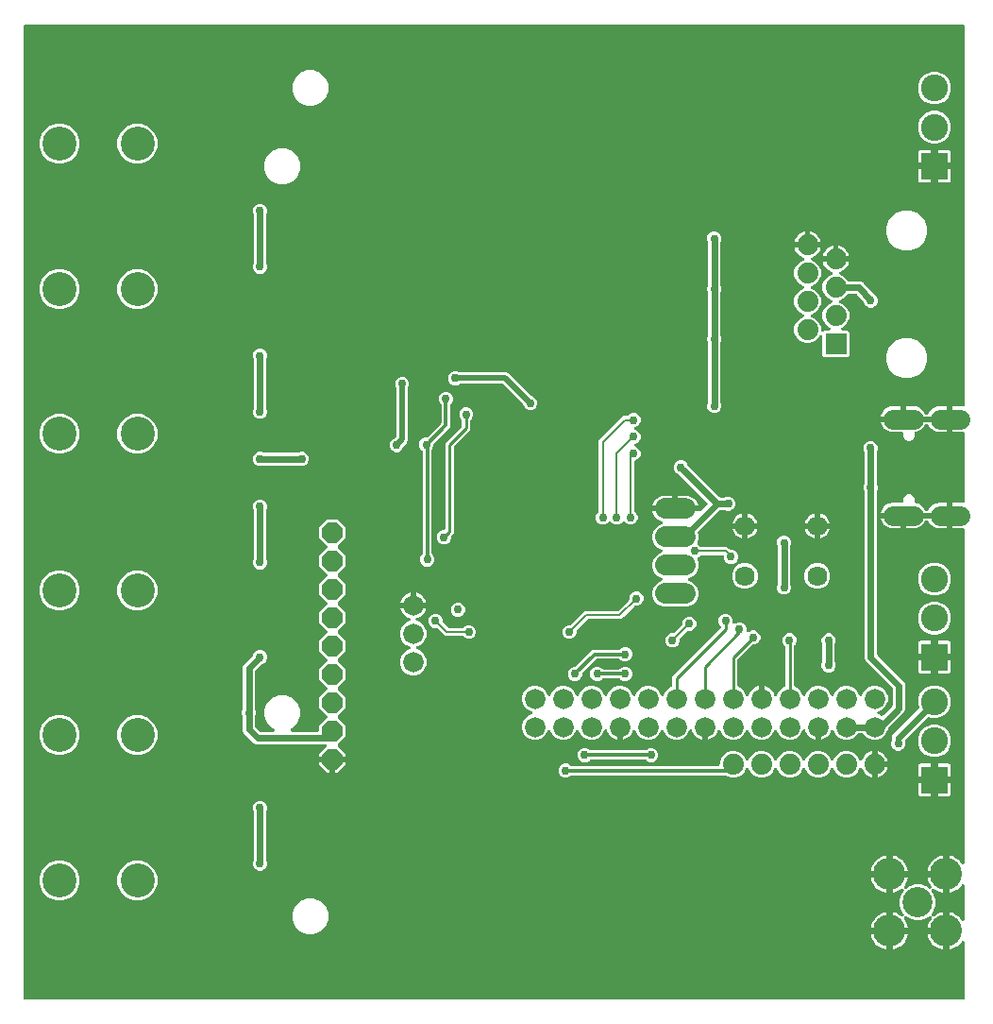
<source format=gbl>
G04 EAGLE Gerber RS-274X export*
G75*
%MOMM*%
%FSLAX34Y34*%
%LPD*%
%INBottom Copper*%
%IPPOS*%
%AMOC8*
5,1,8,0,0,1.08239X$1,22.5*%
G01*
%ADD10C,1.879600*%
%ADD11R,1.879600X1.879600*%
%ADD12C,3.060000*%
%ADD13R,2.413000X2.413000*%
%ADD14C,2.413000*%
%ADD15C,1.800000*%
%ADD16C,2.880000*%
%ADD17C,2.700000*%
%ADD18C,1.828800*%
%ADD19C,1.828800*%
%ADD20C,1.782000*%
%ADD21P,1.979475X8X202.500000*%
%ADD22C,0.752400*%
%ADD23C,0.609600*%
%ADD24C,0.406400*%
%ADD25C,0.508000*%
%ADD26C,0.203200*%
%ADD27C,0.304800*%
%ADD28C,0.254000*%

G36*
X895502Y-16996D02*
X895502Y-16996D01*
X895528Y-16998D01*
X895675Y-16976D01*
X895822Y-16959D01*
X895847Y-16951D01*
X895873Y-16947D01*
X896011Y-16892D01*
X896150Y-16842D01*
X896172Y-16828D01*
X896197Y-16818D01*
X896318Y-16733D01*
X896443Y-16653D01*
X896461Y-16634D01*
X896483Y-16619D01*
X896582Y-16509D01*
X896685Y-16402D01*
X896699Y-16380D01*
X896716Y-16360D01*
X896788Y-16230D01*
X896864Y-16103D01*
X896872Y-16078D01*
X896885Y-16055D01*
X896925Y-15912D01*
X896970Y-15771D01*
X896972Y-15745D01*
X896980Y-15720D01*
X896999Y-15476D01*
X896999Y33917D01*
X896996Y33942D01*
X896998Y33968D01*
X896976Y34116D01*
X896959Y34263D01*
X896951Y34287D01*
X896947Y34313D01*
X896892Y34451D01*
X896842Y34591D01*
X896828Y34613D01*
X896819Y34637D01*
X896734Y34759D01*
X896653Y34884D01*
X896634Y34902D01*
X896620Y34923D01*
X896509Y35023D01*
X896402Y35126D01*
X896380Y35140D01*
X896361Y35157D01*
X896231Y35229D01*
X896103Y35305D01*
X896079Y35313D01*
X896056Y35325D01*
X895913Y35366D01*
X895771Y35411D01*
X895746Y35414D01*
X895721Y35421D01*
X895572Y35428D01*
X895424Y35439D01*
X895399Y35436D01*
X895373Y35437D01*
X895227Y35410D01*
X895079Y35388D01*
X895055Y35378D01*
X895030Y35374D01*
X894894Y35314D01*
X894755Y35259D01*
X894734Y35244D01*
X894711Y35234D01*
X894591Y35145D01*
X894469Y35060D01*
X894452Y35041D01*
X894432Y35026D01*
X894268Y34844D01*
X893164Y33406D01*
X891594Y31836D01*
X889832Y30484D01*
X887909Y29374D01*
X885857Y28524D01*
X883712Y27949D01*
X883447Y27914D01*
X883447Y43076D01*
X883444Y43102D01*
X883446Y43128D01*
X883424Y43275D01*
X883407Y43422D01*
X883399Y43447D01*
X883395Y43473D01*
X883340Y43611D01*
X883290Y43750D01*
X883276Y43772D01*
X883266Y43797D01*
X883181Y43918D01*
X883101Y44043D01*
X883082Y44061D01*
X883067Y44083D01*
X882957Y44182D01*
X882850Y44285D01*
X882828Y44299D01*
X882808Y44316D01*
X882678Y44388D01*
X882551Y44464D01*
X882526Y44472D01*
X882503Y44485D01*
X882360Y44525D01*
X882219Y44570D01*
X882193Y44572D01*
X882168Y44579D01*
X881924Y44599D01*
X880399Y44599D01*
X880399Y44601D01*
X881924Y44601D01*
X881950Y44604D01*
X881976Y44602D01*
X882123Y44624D01*
X882270Y44641D01*
X882295Y44650D01*
X882321Y44653D01*
X882459Y44708D01*
X882598Y44758D01*
X882620Y44773D01*
X882645Y44782D01*
X882766Y44867D01*
X882891Y44947D01*
X882909Y44966D01*
X882931Y44981D01*
X883030Y45091D01*
X883133Y45198D01*
X883147Y45220D01*
X883164Y45240D01*
X883236Y45370D01*
X883312Y45497D01*
X883320Y45522D01*
X883333Y45545D01*
X883373Y45688D01*
X883418Y45829D01*
X883420Y45855D01*
X883428Y45880D01*
X883447Y46124D01*
X883447Y61286D01*
X883712Y61251D01*
X885857Y60676D01*
X887909Y59826D01*
X889832Y58716D01*
X891594Y57364D01*
X893164Y55794D01*
X894268Y54356D01*
X894285Y54337D01*
X894299Y54316D01*
X894406Y54212D01*
X894510Y54105D01*
X894531Y54091D01*
X894550Y54074D01*
X894678Y53997D01*
X894803Y53916D01*
X894827Y53908D01*
X894849Y53895D01*
X894991Y53849D01*
X895131Y53799D01*
X895157Y53796D01*
X895181Y53789D01*
X895329Y53777D01*
X895477Y53760D01*
X895503Y53763D01*
X895528Y53761D01*
X895675Y53783D01*
X895824Y53800D01*
X895848Y53808D01*
X895873Y53812D01*
X896011Y53867D01*
X896152Y53918D01*
X896173Y53932D01*
X896197Y53941D01*
X896319Y54026D01*
X896444Y54107D01*
X896462Y54125D01*
X896483Y54140D01*
X896583Y54250D01*
X896686Y54358D01*
X896699Y54380D01*
X896716Y54399D01*
X896789Y54529D01*
X896865Y54657D01*
X896872Y54681D01*
X896885Y54704D01*
X896925Y54847D01*
X896971Y54989D01*
X896973Y55014D01*
X896980Y55039D01*
X896999Y55283D01*
X896999Y84717D01*
X896996Y84742D01*
X896998Y84768D01*
X896976Y84916D01*
X896959Y85063D01*
X896951Y85087D01*
X896947Y85113D01*
X896892Y85251D01*
X896842Y85391D01*
X896828Y85413D01*
X896819Y85437D01*
X896734Y85559D01*
X896653Y85684D01*
X896634Y85702D01*
X896620Y85723D01*
X896509Y85823D01*
X896402Y85926D01*
X896380Y85940D01*
X896361Y85957D01*
X896231Y86029D01*
X896103Y86105D01*
X896079Y86113D01*
X896056Y86125D01*
X895913Y86166D01*
X895771Y86211D01*
X895746Y86214D01*
X895721Y86221D01*
X895572Y86228D01*
X895424Y86239D01*
X895399Y86236D01*
X895373Y86237D01*
X895227Y86210D01*
X895079Y86188D01*
X895055Y86178D01*
X895030Y86174D01*
X894894Y86114D01*
X894755Y86059D01*
X894734Y86044D01*
X894711Y86034D01*
X894591Y85945D01*
X894469Y85860D01*
X894452Y85841D01*
X894432Y85826D01*
X894268Y85644D01*
X893164Y84206D01*
X891594Y82636D01*
X889832Y81284D01*
X887909Y80174D01*
X885857Y79324D01*
X883712Y78749D01*
X883447Y78714D01*
X883447Y93876D01*
X883444Y93902D01*
X883446Y93928D01*
X883424Y94075D01*
X883407Y94222D01*
X883399Y94247D01*
X883395Y94273D01*
X883340Y94411D01*
X883290Y94550D01*
X883276Y94572D01*
X883266Y94597D01*
X883181Y94718D01*
X883101Y94843D01*
X883082Y94861D01*
X883067Y94883D01*
X882957Y94982D01*
X882850Y95085D01*
X882828Y95099D01*
X882808Y95116D01*
X882678Y95188D01*
X882551Y95264D01*
X882526Y95272D01*
X882503Y95285D01*
X882360Y95325D01*
X882219Y95370D01*
X882193Y95372D01*
X882168Y95379D01*
X881924Y95399D01*
X880399Y95399D01*
X880399Y95401D01*
X881924Y95401D01*
X881950Y95404D01*
X881976Y95402D01*
X882123Y95424D01*
X882270Y95441D01*
X882295Y95450D01*
X882321Y95453D01*
X882459Y95508D01*
X882598Y95558D01*
X882620Y95573D01*
X882645Y95582D01*
X882766Y95667D01*
X882891Y95747D01*
X882909Y95766D01*
X882931Y95781D01*
X883030Y95891D01*
X883133Y95998D01*
X883147Y96020D01*
X883164Y96040D01*
X883236Y96170D01*
X883312Y96297D01*
X883320Y96322D01*
X883333Y96345D01*
X883373Y96488D01*
X883418Y96629D01*
X883420Y96655D01*
X883428Y96680D01*
X883447Y96924D01*
X883447Y112086D01*
X883712Y112051D01*
X885857Y111476D01*
X887909Y110626D01*
X889832Y109516D01*
X891594Y108164D01*
X893164Y106594D01*
X894268Y105156D01*
X894285Y105137D01*
X894299Y105116D01*
X894406Y105012D01*
X894510Y104905D01*
X894531Y104891D01*
X894550Y104874D01*
X894678Y104797D01*
X894803Y104716D01*
X894827Y104708D01*
X894849Y104695D01*
X894991Y104649D01*
X895131Y104599D01*
X895157Y104596D01*
X895181Y104589D01*
X895329Y104577D01*
X895477Y104560D01*
X895503Y104563D01*
X895528Y104561D01*
X895675Y104583D01*
X895824Y104600D01*
X895848Y104608D01*
X895873Y104612D01*
X896011Y104667D01*
X896152Y104718D01*
X896173Y104732D01*
X896197Y104741D01*
X896319Y104826D01*
X896444Y104907D01*
X896462Y104925D01*
X896483Y104940D01*
X896583Y105050D01*
X896686Y105158D01*
X896699Y105180D01*
X896716Y105199D01*
X896789Y105329D01*
X896865Y105457D01*
X896872Y105481D01*
X896885Y105504D01*
X896925Y105647D01*
X896971Y105789D01*
X896973Y105814D01*
X896980Y105839D01*
X896999Y106083D01*
X896999Y403997D01*
X896983Y404142D01*
X896971Y404287D01*
X896963Y404314D01*
X896959Y404343D01*
X896910Y404480D01*
X896866Y404619D01*
X896852Y404644D01*
X896842Y404671D01*
X896763Y404794D01*
X896689Y404919D01*
X896669Y404940D01*
X896653Y404964D01*
X896548Y405065D01*
X896447Y405170D01*
X896423Y405186D01*
X896402Y405206D01*
X896277Y405281D01*
X896155Y405360D01*
X896128Y405370D01*
X896103Y405385D01*
X895964Y405430D01*
X895828Y405479D01*
X895799Y405483D01*
X895771Y405491D01*
X895626Y405503D01*
X895482Y405520D01*
X895446Y405518D01*
X895424Y405519D01*
X895375Y405512D01*
X895238Y405502D01*
X893708Y405259D01*
X886299Y405259D01*
X886299Y415824D01*
X886296Y415850D01*
X886298Y415876D01*
X886276Y416023D01*
X886259Y416170D01*
X886251Y416195D01*
X886247Y416221D01*
X886192Y416358D01*
X886142Y416498D01*
X886128Y416520D01*
X886118Y416545D01*
X886033Y416666D01*
X885953Y416791D01*
X885940Y416803D01*
X885985Y416850D01*
X885999Y416873D01*
X886016Y416892D01*
X886088Y417022D01*
X886164Y417149D01*
X886172Y417174D01*
X886185Y417197D01*
X886225Y417340D01*
X886270Y417481D01*
X886272Y417507D01*
X886280Y417532D01*
X886299Y417776D01*
X886299Y428341D01*
X893708Y428341D01*
X895238Y428098D01*
X895383Y428092D01*
X895528Y428081D01*
X895557Y428085D01*
X895586Y428084D01*
X895729Y428111D01*
X895873Y428132D01*
X895900Y428143D01*
X895928Y428148D01*
X896062Y428207D01*
X896197Y428261D01*
X896221Y428278D01*
X896247Y428289D01*
X896364Y428377D01*
X896483Y428460D01*
X896502Y428482D01*
X896526Y428499D01*
X896619Y428611D01*
X896716Y428719D01*
X896730Y428744D01*
X896749Y428766D01*
X896814Y428896D01*
X896885Y429024D01*
X896893Y429052D01*
X896906Y429078D01*
X896940Y429219D01*
X896980Y429359D01*
X896982Y429394D01*
X896988Y429416D01*
X896988Y429465D01*
X896999Y429603D01*
X896999Y490497D01*
X896983Y490642D01*
X896971Y490787D01*
X896963Y490814D01*
X896959Y490843D01*
X896910Y490980D01*
X896866Y491119D01*
X896852Y491144D01*
X896842Y491171D01*
X896763Y491294D01*
X896689Y491419D01*
X896669Y491440D01*
X896653Y491464D01*
X896548Y491565D01*
X896447Y491670D01*
X896423Y491686D01*
X896402Y491706D01*
X896277Y491781D01*
X896155Y491860D01*
X896128Y491870D01*
X896103Y491885D01*
X895964Y491930D01*
X895828Y491979D01*
X895799Y491983D01*
X895771Y491991D01*
X895626Y492003D01*
X895482Y492020D01*
X895446Y492018D01*
X895424Y492019D01*
X895375Y492012D01*
X895238Y492002D01*
X893708Y491759D01*
X886299Y491759D01*
X886299Y502324D01*
X886296Y502350D01*
X886298Y502376D01*
X886276Y502523D01*
X886259Y502670D01*
X886251Y502695D01*
X886247Y502721D01*
X886192Y502858D01*
X886142Y502998D01*
X886128Y503020D01*
X886118Y503045D01*
X886033Y503166D01*
X885953Y503291D01*
X885940Y503303D01*
X885985Y503350D01*
X885999Y503373D01*
X886016Y503392D01*
X886088Y503522D01*
X886164Y503649D01*
X886172Y503674D01*
X886185Y503697D01*
X886225Y503840D01*
X886270Y503981D01*
X886272Y504007D01*
X886280Y504032D01*
X886299Y504276D01*
X886299Y514841D01*
X893708Y514841D01*
X895238Y514598D01*
X895383Y514592D01*
X895528Y514581D01*
X895557Y514585D01*
X895586Y514584D01*
X895729Y514611D01*
X895873Y514632D01*
X895900Y514643D01*
X895928Y514648D01*
X896062Y514707D01*
X896197Y514761D01*
X896221Y514778D01*
X896247Y514789D01*
X896364Y514877D01*
X896483Y514960D01*
X896502Y514982D01*
X896526Y514999D01*
X896619Y515111D01*
X896716Y515219D01*
X896730Y515244D01*
X896749Y515266D01*
X896814Y515396D01*
X896885Y515524D01*
X896893Y515552D01*
X896906Y515578D01*
X896940Y515719D01*
X896980Y515859D01*
X896982Y515894D01*
X896988Y515916D01*
X896988Y515965D01*
X896999Y516103D01*
X896999Y855476D01*
X896996Y855502D01*
X896998Y855528D01*
X896976Y855675D01*
X896959Y855822D01*
X896951Y855847D01*
X896947Y855873D01*
X896892Y856011D01*
X896842Y856150D01*
X896828Y856172D01*
X896818Y856197D01*
X896733Y856318D01*
X896653Y856443D01*
X896634Y856461D01*
X896619Y856483D01*
X896509Y856582D01*
X896402Y856685D01*
X896380Y856699D01*
X896360Y856716D01*
X896230Y856788D01*
X896103Y856864D01*
X896078Y856872D01*
X896055Y856885D01*
X895912Y856925D01*
X895771Y856970D01*
X895745Y856972D01*
X895720Y856980D01*
X895476Y856999D01*
X54524Y856999D01*
X54498Y856996D01*
X54472Y856998D01*
X54325Y856976D01*
X54178Y856959D01*
X54153Y856951D01*
X54127Y856947D01*
X53989Y856892D01*
X53850Y856842D01*
X53828Y856828D01*
X53803Y856818D01*
X53682Y856733D01*
X53557Y856653D01*
X53539Y856634D01*
X53517Y856619D01*
X53418Y856509D01*
X53315Y856402D01*
X53301Y856380D01*
X53284Y856360D01*
X53212Y856230D01*
X53136Y856103D01*
X53128Y856078D01*
X53115Y856055D01*
X53075Y855912D01*
X53030Y855771D01*
X53028Y855745D01*
X53020Y855720D01*
X53001Y855476D01*
X53001Y-15476D01*
X53004Y-15502D01*
X53002Y-15528D01*
X53024Y-15675D01*
X53041Y-15822D01*
X53049Y-15847D01*
X53053Y-15873D01*
X53108Y-16011D01*
X53158Y-16150D01*
X53172Y-16172D01*
X53182Y-16197D01*
X53267Y-16318D01*
X53347Y-16443D01*
X53366Y-16461D01*
X53381Y-16483D01*
X53491Y-16582D01*
X53598Y-16685D01*
X53620Y-16699D01*
X53640Y-16716D01*
X53770Y-16788D01*
X53897Y-16864D01*
X53922Y-16872D01*
X53945Y-16885D01*
X54088Y-16925D01*
X54229Y-16970D01*
X54255Y-16972D01*
X54280Y-16980D01*
X54524Y-16999D01*
X895476Y-16999D01*
X895502Y-16996D01*
G37*
%LPC*%
G36*
X509276Y215615D02*
X509276Y215615D01*
X504981Y217394D01*
X501694Y220681D01*
X499915Y224976D01*
X499915Y229624D01*
X501694Y233919D01*
X504981Y237206D01*
X508329Y238593D01*
X508417Y238641D01*
X508509Y238681D01*
X508569Y238726D01*
X508634Y238762D01*
X508708Y238829D01*
X508789Y238889D01*
X508837Y238946D01*
X508892Y238996D01*
X508949Y239079D01*
X509014Y239155D01*
X509048Y239222D01*
X509090Y239283D01*
X509127Y239376D01*
X509173Y239466D01*
X509191Y239538D01*
X509218Y239607D01*
X509233Y239707D01*
X509257Y239804D01*
X509258Y239878D01*
X509269Y239952D01*
X509261Y240052D01*
X509262Y240152D01*
X509246Y240225D01*
X509240Y240299D01*
X509209Y240395D01*
X509188Y240493D01*
X509156Y240560D01*
X509133Y240631D01*
X509081Y240717D01*
X509038Y240808D01*
X508992Y240866D01*
X508953Y240929D01*
X508883Y241002D01*
X508821Y241080D01*
X508762Y241126D01*
X508710Y241179D01*
X508626Y241234D01*
X508547Y241296D01*
X508458Y241342D01*
X508417Y241368D01*
X508383Y241380D01*
X508329Y241407D01*
X504981Y242794D01*
X501694Y246081D01*
X499915Y250376D01*
X499915Y255024D01*
X501694Y259319D01*
X504981Y262606D01*
X509276Y264385D01*
X513924Y264385D01*
X518219Y262606D01*
X521506Y259319D01*
X522893Y255971D01*
X522941Y255883D01*
X522982Y255791D01*
X523026Y255731D01*
X523062Y255666D01*
X523129Y255592D01*
X523189Y255511D01*
X523246Y255463D01*
X523296Y255408D01*
X523379Y255351D01*
X523455Y255286D01*
X523522Y255252D01*
X523583Y255210D01*
X523676Y255173D01*
X523766Y255127D01*
X523838Y255109D01*
X523907Y255082D01*
X524006Y255067D01*
X524104Y255043D01*
X524178Y255042D01*
X524252Y255031D01*
X524352Y255039D01*
X524452Y255038D01*
X524525Y255054D01*
X524599Y255060D01*
X524695Y255091D01*
X524793Y255112D01*
X524860Y255144D01*
X524931Y255167D01*
X525017Y255219D01*
X525108Y255262D01*
X525166Y255308D01*
X525229Y255347D01*
X525302Y255417D01*
X525380Y255479D01*
X525426Y255538D01*
X525479Y255590D01*
X525534Y255674D01*
X525596Y255753D01*
X525642Y255842D01*
X525668Y255883D01*
X525680Y255917D01*
X525707Y255971D01*
X527094Y259319D01*
X530381Y262606D01*
X534676Y264385D01*
X539324Y264385D01*
X543619Y262606D01*
X546906Y259319D01*
X548293Y255971D01*
X548341Y255883D01*
X548382Y255791D01*
X548426Y255731D01*
X548462Y255666D01*
X548529Y255592D01*
X548589Y255511D01*
X548646Y255463D01*
X548696Y255408D01*
X548779Y255351D01*
X548855Y255286D01*
X548922Y255252D01*
X548983Y255210D01*
X549076Y255173D01*
X549166Y255127D01*
X549238Y255109D01*
X549307Y255082D01*
X549406Y255067D01*
X549504Y255043D01*
X549578Y255042D01*
X549652Y255031D01*
X549752Y255039D01*
X549852Y255038D01*
X549925Y255054D01*
X549999Y255060D01*
X550095Y255091D01*
X550193Y255112D01*
X550260Y255144D01*
X550331Y255167D01*
X550417Y255219D01*
X550508Y255262D01*
X550566Y255308D01*
X550629Y255347D01*
X550702Y255417D01*
X550780Y255479D01*
X550826Y255538D01*
X550879Y255590D01*
X550934Y255674D01*
X550996Y255753D01*
X551042Y255842D01*
X551068Y255883D01*
X551080Y255917D01*
X551107Y255971D01*
X552494Y259319D01*
X555781Y262606D01*
X560076Y264385D01*
X564724Y264385D01*
X569019Y262606D01*
X572306Y259319D01*
X573693Y255971D01*
X573741Y255883D01*
X573782Y255791D01*
X573826Y255731D01*
X573862Y255666D01*
X573929Y255592D01*
X573989Y255511D01*
X574046Y255463D01*
X574096Y255408D01*
X574179Y255351D01*
X574255Y255286D01*
X574322Y255252D01*
X574383Y255210D01*
X574476Y255173D01*
X574566Y255127D01*
X574638Y255109D01*
X574707Y255082D01*
X574806Y255067D01*
X574904Y255043D01*
X574978Y255042D01*
X575052Y255031D01*
X575152Y255039D01*
X575252Y255038D01*
X575325Y255054D01*
X575399Y255060D01*
X575495Y255091D01*
X575593Y255112D01*
X575660Y255144D01*
X575731Y255167D01*
X575817Y255219D01*
X575908Y255262D01*
X575966Y255308D01*
X576029Y255347D01*
X576102Y255417D01*
X576180Y255479D01*
X576226Y255538D01*
X576279Y255590D01*
X576334Y255674D01*
X576396Y255753D01*
X576442Y255842D01*
X576468Y255883D01*
X576480Y255917D01*
X576507Y255971D01*
X577894Y259319D01*
X581181Y262606D01*
X585476Y264385D01*
X590124Y264385D01*
X594419Y262606D01*
X597706Y259319D01*
X599093Y255971D01*
X599141Y255883D01*
X599182Y255791D01*
X599226Y255731D01*
X599262Y255666D01*
X599329Y255592D01*
X599389Y255511D01*
X599446Y255463D01*
X599496Y255408D01*
X599579Y255351D01*
X599655Y255286D01*
X599722Y255252D01*
X599783Y255210D01*
X599876Y255173D01*
X599966Y255127D01*
X600038Y255109D01*
X600107Y255082D01*
X600206Y255067D01*
X600304Y255043D01*
X600378Y255042D01*
X600452Y255031D01*
X600552Y255039D01*
X600652Y255038D01*
X600725Y255054D01*
X600799Y255060D01*
X600895Y255091D01*
X600993Y255112D01*
X601060Y255144D01*
X601131Y255167D01*
X601217Y255219D01*
X601308Y255262D01*
X601366Y255308D01*
X601429Y255347D01*
X601502Y255417D01*
X601580Y255479D01*
X601626Y255538D01*
X601679Y255590D01*
X601734Y255674D01*
X601796Y255753D01*
X601842Y255842D01*
X601868Y255883D01*
X601880Y255917D01*
X601907Y255971D01*
X603294Y259319D01*
X606581Y262606D01*
X610876Y264385D01*
X615524Y264385D01*
X619819Y262606D01*
X623106Y259319D01*
X624493Y255971D01*
X624541Y255883D01*
X624582Y255791D01*
X624626Y255731D01*
X624662Y255666D01*
X624729Y255592D01*
X624789Y255511D01*
X624846Y255463D01*
X624896Y255408D01*
X624979Y255351D01*
X625055Y255286D01*
X625122Y255252D01*
X625183Y255210D01*
X625276Y255173D01*
X625366Y255127D01*
X625438Y255109D01*
X625507Y255082D01*
X625606Y255067D01*
X625704Y255043D01*
X625778Y255042D01*
X625852Y255031D01*
X625952Y255039D01*
X626052Y255038D01*
X626125Y255054D01*
X626199Y255060D01*
X626295Y255091D01*
X626393Y255112D01*
X626460Y255144D01*
X626531Y255167D01*
X626617Y255219D01*
X626708Y255262D01*
X626766Y255308D01*
X626829Y255347D01*
X626902Y255417D01*
X626980Y255479D01*
X627026Y255538D01*
X627079Y255590D01*
X627134Y255674D01*
X627196Y255753D01*
X627242Y255842D01*
X627268Y255883D01*
X627280Y255917D01*
X627307Y255971D01*
X628694Y259319D01*
X631981Y262606D01*
X633849Y263379D01*
X633916Y263417D01*
X633987Y263445D01*
X634068Y263501D01*
X634154Y263549D01*
X634210Y263600D01*
X634273Y263644D01*
X634339Y263717D01*
X634412Y263783D01*
X634455Y263846D01*
X634506Y263903D01*
X634554Y263989D01*
X634610Y264070D01*
X634638Y264141D01*
X634675Y264208D01*
X634702Y264302D01*
X634738Y264394D01*
X634749Y264469D01*
X634752Y264481D01*
X634760Y264507D01*
X634761Y264512D01*
X634770Y264543D01*
X634782Y264692D01*
X634789Y264739D01*
X634787Y264758D01*
X634789Y264787D01*
X634789Y272678D01*
X678022Y315911D01*
X678038Y315931D01*
X678058Y315948D01*
X678146Y316068D01*
X678238Y316184D01*
X678249Y316208D01*
X678265Y316229D01*
X678324Y316365D01*
X678387Y316499D01*
X678393Y316525D01*
X678403Y316549D01*
X678429Y316695D01*
X678461Y316840D01*
X678460Y316866D01*
X678465Y316892D01*
X678457Y317040D01*
X678455Y317188D01*
X678448Y317213D01*
X678447Y317240D01*
X678406Y317382D01*
X678370Y317526D01*
X678357Y317549D01*
X678350Y317575D01*
X678278Y317704D01*
X678210Y317836D01*
X678193Y317856D01*
X678180Y317879D01*
X678022Y318065D01*
X677157Y318930D01*
X676197Y321246D01*
X676197Y323754D01*
X677157Y326070D01*
X678930Y327843D01*
X681246Y328803D01*
X683754Y328803D01*
X686070Y327843D01*
X687843Y326070D01*
X688803Y323754D01*
X688803Y321394D01*
X688814Y321294D01*
X688816Y321193D01*
X688834Y321121D01*
X688843Y321047D01*
X688876Y320953D01*
X688901Y320855D01*
X688935Y320789D01*
X688960Y320719D01*
X689015Y320635D01*
X689061Y320546D01*
X689109Y320489D01*
X689149Y320426D01*
X689222Y320357D01*
X689287Y320280D01*
X689346Y320236D01*
X689400Y320184D01*
X689486Y320133D01*
X689567Y320073D01*
X689635Y320044D01*
X689699Y320005D01*
X689795Y319975D01*
X689887Y319935D01*
X689960Y319922D01*
X690031Y319899D01*
X690131Y319891D01*
X690230Y319873D01*
X690304Y319877D01*
X690378Y319871D01*
X690477Y319886D01*
X690578Y319891D01*
X690649Y319912D01*
X690723Y319923D01*
X690816Y319960D01*
X690913Y319988D01*
X690978Y320024D01*
X691047Y320052D01*
X691129Y320109D01*
X691217Y320158D01*
X691293Y320223D01*
X691333Y320251D01*
X691357Y320277D01*
X691403Y320317D01*
X691430Y320343D01*
X693746Y321303D01*
X696254Y321303D01*
X698570Y320343D01*
X700343Y318570D01*
X701303Y316254D01*
X701303Y313894D01*
X701314Y313794D01*
X701316Y313693D01*
X701334Y313621D01*
X701343Y313547D01*
X701376Y313453D01*
X701401Y313355D01*
X701435Y313289D01*
X701460Y313219D01*
X701515Y313135D01*
X701561Y313046D01*
X701609Y312989D01*
X701649Y312926D01*
X701722Y312857D01*
X701787Y312780D01*
X701846Y312736D01*
X701900Y312684D01*
X701986Y312633D01*
X702067Y312573D01*
X702135Y312544D01*
X702199Y312505D01*
X702295Y312475D01*
X702387Y312435D01*
X702460Y312422D01*
X702531Y312399D01*
X702631Y312391D01*
X702730Y312373D01*
X702804Y312377D01*
X702878Y312371D01*
X702977Y312386D01*
X703078Y312391D01*
X703149Y312412D01*
X703223Y312423D01*
X703316Y312460D01*
X703413Y312488D01*
X703478Y312524D01*
X703547Y312552D01*
X703629Y312609D01*
X703717Y312658D01*
X703793Y312723D01*
X703833Y312751D01*
X703857Y312777D01*
X703903Y312817D01*
X703930Y312843D01*
X706246Y313803D01*
X708754Y313803D01*
X711070Y312843D01*
X712843Y311070D01*
X713803Y308754D01*
X713803Y306246D01*
X712843Y303930D01*
X711070Y302157D01*
X708754Y301197D01*
X707217Y301197D01*
X707092Y301183D01*
X706966Y301176D01*
X706919Y301163D01*
X706871Y301157D01*
X706752Y301115D01*
X706631Y301080D01*
X706589Y301056D01*
X706543Y301040D01*
X706437Y300971D01*
X706327Y300910D01*
X706280Y300870D01*
X706250Y300851D01*
X706217Y300816D01*
X706140Y300751D01*
X693657Y288268D01*
X693578Y288169D01*
X693494Y288075D01*
X693470Y288032D01*
X693440Y287995D01*
X693386Y287880D01*
X693325Y287770D01*
X693312Y287723D01*
X693291Y287680D01*
X693265Y287556D01*
X693230Y287434D01*
X693225Y287374D01*
X693218Y287339D01*
X693219Y287291D01*
X693211Y287191D01*
X693211Y264787D01*
X693213Y264767D01*
X693212Y264750D01*
X693219Y264699D01*
X693218Y264634D01*
X693239Y264538D01*
X693251Y264441D01*
X693276Y264369D01*
X693293Y264294D01*
X693335Y264205D01*
X693368Y264112D01*
X693410Y264048D01*
X693442Y263979D01*
X693504Y263902D01*
X693557Y263820D01*
X693612Y263767D01*
X693660Y263707D01*
X693737Y263646D01*
X693808Y263577D01*
X693873Y263538D01*
X693933Y263491D01*
X694066Y263423D01*
X694107Y263399D01*
X694125Y263393D01*
X694151Y263379D01*
X696019Y262606D01*
X699306Y259319D01*
X700729Y255884D01*
X700807Y255744D01*
X700882Y255603D01*
X700891Y255592D01*
X700898Y255579D01*
X701006Y255460D01*
X701111Y255340D01*
X701123Y255331D01*
X701132Y255321D01*
X701264Y255230D01*
X701394Y255136D01*
X701407Y255131D01*
X701419Y255123D01*
X701567Y255064D01*
X701715Y255002D01*
X701730Y255000D01*
X701743Y254995D01*
X701901Y254972D01*
X702059Y254945D01*
X702074Y254946D01*
X702088Y254944D01*
X702248Y254957D01*
X702407Y254967D01*
X702421Y254972D01*
X702435Y254973D01*
X702588Y255022D01*
X702741Y255068D01*
X702753Y255075D01*
X702767Y255080D01*
X702904Y255163D01*
X703043Y255242D01*
X703053Y255252D01*
X703066Y255260D01*
X703181Y255371D01*
X703297Y255480D01*
X703305Y255492D01*
X703316Y255502D01*
X703402Y255638D01*
X703491Y255770D01*
X703497Y255786D01*
X703504Y255796D01*
X703517Y255832D01*
X703585Y255996D01*
X703971Y257186D01*
X704806Y258824D01*
X705887Y260312D01*
X707188Y261613D01*
X708676Y262694D01*
X710315Y263529D01*
X712064Y264097D01*
X712261Y264128D01*
X712261Y253716D01*
X712264Y253690D01*
X712262Y253664D01*
X712284Y253517D01*
X712301Y253370D01*
X712309Y253345D01*
X712313Y253319D01*
X712368Y253182D01*
X712418Y253042D01*
X712432Y253020D01*
X712442Y252995D01*
X712527Y252874D01*
X712607Y252749D01*
X712626Y252731D01*
X712641Y252709D01*
X712751Y252610D01*
X712858Y252507D01*
X712880Y252493D01*
X712900Y252476D01*
X713030Y252404D01*
X713157Y252328D01*
X713182Y252320D01*
X713205Y252307D01*
X713348Y252267D01*
X713489Y252222D01*
X713515Y252220D01*
X713540Y252213D01*
X713784Y252193D01*
X715816Y252193D01*
X715842Y252196D01*
X715868Y252194D01*
X716015Y252216D01*
X716162Y252233D01*
X716187Y252242D01*
X716213Y252246D01*
X716351Y252300D01*
X716490Y252350D01*
X716512Y252365D01*
X716537Y252374D01*
X716658Y252459D01*
X716783Y252539D01*
X716801Y252558D01*
X716823Y252573D01*
X716922Y252683D01*
X717025Y252790D01*
X717039Y252813D01*
X717056Y252832D01*
X717128Y252962D01*
X717204Y253089D01*
X717212Y253114D01*
X717225Y253137D01*
X717265Y253280D01*
X717310Y253421D01*
X717312Y253447D01*
X717320Y253472D01*
X717339Y253716D01*
X717339Y264128D01*
X717536Y264097D01*
X719285Y263529D01*
X720924Y262694D01*
X722412Y261613D01*
X723713Y260312D01*
X724794Y258824D01*
X725629Y257186D01*
X726015Y255996D01*
X726082Y255851D01*
X726145Y255704D01*
X726154Y255692D01*
X726160Y255679D01*
X726258Y255553D01*
X726353Y255424D01*
X726364Y255415D01*
X726373Y255403D01*
X726498Y255302D01*
X726619Y255199D01*
X726632Y255192D01*
X726643Y255183D01*
X726787Y255113D01*
X726930Y255040D01*
X726944Y255036D01*
X726957Y255030D01*
X727112Y254995D01*
X727268Y254956D01*
X727282Y254956D01*
X727296Y254952D01*
X727456Y254953D01*
X727616Y254951D01*
X727630Y254954D01*
X727645Y254954D01*
X727801Y254991D01*
X727957Y255025D01*
X727970Y255031D01*
X727984Y255035D01*
X728128Y255107D01*
X728271Y255175D01*
X728283Y255184D01*
X728296Y255190D01*
X728420Y255293D01*
X728544Y255392D01*
X728553Y255404D01*
X728564Y255413D01*
X728661Y255540D01*
X728760Y255666D01*
X728768Y255681D01*
X728775Y255690D01*
X728790Y255726D01*
X728871Y255884D01*
X730294Y259319D01*
X733581Y262606D01*
X735449Y263379D01*
X735516Y263417D01*
X735587Y263445D01*
X735668Y263501D01*
X735754Y263549D01*
X735810Y263600D01*
X735873Y263644D01*
X735939Y263717D01*
X736012Y263783D01*
X736055Y263846D01*
X736106Y263903D01*
X736154Y263989D01*
X736210Y264070D01*
X736238Y264141D01*
X736275Y264208D01*
X736302Y264302D01*
X736338Y264394D01*
X736349Y264469D01*
X736352Y264481D01*
X736360Y264507D01*
X736361Y264512D01*
X736370Y264543D01*
X736382Y264692D01*
X736389Y264739D01*
X736387Y264758D01*
X736389Y264787D01*
X736389Y299066D01*
X736375Y299192D01*
X736368Y299318D01*
X736355Y299365D01*
X736349Y299413D01*
X736307Y299532D01*
X736272Y299653D01*
X736248Y299695D01*
X736232Y299741D01*
X736163Y299847D01*
X736102Y299957D01*
X736062Y300003D01*
X736043Y300033D01*
X736008Y300067D01*
X735943Y300143D01*
X734657Y301430D01*
X733697Y303746D01*
X733697Y306254D01*
X734657Y308570D01*
X736430Y310343D01*
X738746Y311303D01*
X741254Y311303D01*
X743570Y310343D01*
X745343Y308570D01*
X746303Y306254D01*
X746303Y303746D01*
X745343Y301430D01*
X744457Y300543D01*
X744378Y300444D01*
X744294Y300351D01*
X744270Y300308D01*
X744240Y300270D01*
X744186Y300156D01*
X744125Y300046D01*
X744112Y299999D01*
X744091Y299955D01*
X744065Y299832D01*
X744030Y299710D01*
X744025Y299649D01*
X744018Y299615D01*
X744019Y299567D01*
X744011Y299466D01*
X744011Y264787D01*
X744013Y264767D01*
X744012Y264750D01*
X744019Y264699D01*
X744018Y264634D01*
X744039Y264538D01*
X744051Y264441D01*
X744076Y264369D01*
X744093Y264294D01*
X744135Y264205D01*
X744168Y264112D01*
X744210Y264048D01*
X744242Y263979D01*
X744304Y263902D01*
X744357Y263820D01*
X744412Y263767D01*
X744460Y263707D01*
X744537Y263646D01*
X744608Y263577D01*
X744673Y263538D01*
X744733Y263491D01*
X744866Y263423D01*
X744907Y263399D01*
X744925Y263393D01*
X744951Y263379D01*
X746819Y262606D01*
X750106Y259319D01*
X751493Y255971D01*
X751541Y255883D01*
X751582Y255791D01*
X751626Y255731D01*
X751662Y255666D01*
X751729Y255592D01*
X751789Y255511D01*
X751846Y255463D01*
X751896Y255408D01*
X751979Y255351D01*
X752055Y255286D01*
X752122Y255252D01*
X752183Y255210D01*
X752276Y255173D01*
X752366Y255127D01*
X752438Y255109D01*
X752507Y255082D01*
X752606Y255067D01*
X752704Y255043D01*
X752778Y255042D01*
X752852Y255031D01*
X752952Y255039D01*
X753052Y255038D01*
X753125Y255054D01*
X753199Y255060D01*
X753295Y255091D01*
X753393Y255112D01*
X753460Y255144D01*
X753531Y255167D01*
X753617Y255219D01*
X753708Y255262D01*
X753766Y255308D01*
X753829Y255347D01*
X753902Y255417D01*
X753980Y255479D01*
X754026Y255538D01*
X754079Y255590D01*
X754134Y255674D01*
X754196Y255753D01*
X754242Y255842D01*
X754268Y255883D01*
X754280Y255917D01*
X754307Y255971D01*
X755694Y259319D01*
X758981Y262606D01*
X763276Y264385D01*
X767924Y264385D01*
X772219Y262606D01*
X775506Y259319D01*
X776893Y255971D01*
X776941Y255883D01*
X776982Y255791D01*
X777026Y255731D01*
X777062Y255666D01*
X777129Y255592D01*
X777189Y255511D01*
X777246Y255463D01*
X777296Y255408D01*
X777379Y255351D01*
X777455Y255286D01*
X777522Y255252D01*
X777583Y255210D01*
X777676Y255173D01*
X777766Y255127D01*
X777838Y255109D01*
X777907Y255082D01*
X778006Y255067D01*
X778104Y255043D01*
X778178Y255042D01*
X778252Y255031D01*
X778352Y255039D01*
X778452Y255038D01*
X778525Y255054D01*
X778599Y255060D01*
X778695Y255091D01*
X778793Y255112D01*
X778860Y255144D01*
X778931Y255167D01*
X779017Y255219D01*
X779108Y255262D01*
X779166Y255308D01*
X779229Y255347D01*
X779302Y255417D01*
X779380Y255479D01*
X779426Y255538D01*
X779479Y255590D01*
X779534Y255674D01*
X779596Y255753D01*
X779642Y255842D01*
X779668Y255883D01*
X779680Y255917D01*
X779707Y255971D01*
X781094Y259319D01*
X784381Y262606D01*
X788676Y264385D01*
X793324Y264385D01*
X797619Y262606D01*
X800906Y259319D01*
X802293Y255971D01*
X802341Y255883D01*
X802382Y255791D01*
X802426Y255731D01*
X802462Y255666D01*
X802529Y255592D01*
X802589Y255511D01*
X802646Y255463D01*
X802696Y255408D01*
X802779Y255351D01*
X802855Y255286D01*
X802922Y255252D01*
X802983Y255210D01*
X803076Y255173D01*
X803166Y255127D01*
X803238Y255109D01*
X803307Y255082D01*
X803406Y255067D01*
X803504Y255043D01*
X803578Y255042D01*
X803652Y255031D01*
X803752Y255039D01*
X803852Y255038D01*
X803925Y255054D01*
X803999Y255060D01*
X804095Y255091D01*
X804193Y255112D01*
X804260Y255144D01*
X804331Y255167D01*
X804417Y255219D01*
X804508Y255262D01*
X804566Y255308D01*
X804629Y255347D01*
X804702Y255417D01*
X804780Y255479D01*
X804826Y255538D01*
X804879Y255590D01*
X804934Y255674D01*
X804996Y255753D01*
X805042Y255842D01*
X805068Y255883D01*
X805080Y255917D01*
X805107Y255971D01*
X806494Y259319D01*
X809781Y262606D01*
X814076Y264385D01*
X818724Y264385D01*
X823019Y262606D01*
X826306Y259319D01*
X828085Y255024D01*
X828085Y250376D01*
X826306Y246081D01*
X823019Y242794D01*
X819671Y241407D01*
X819583Y241359D01*
X819491Y241319D01*
X819431Y241274D01*
X819366Y241238D01*
X819292Y241171D01*
X819211Y241111D01*
X819163Y241054D01*
X819108Y241004D01*
X819051Y240921D01*
X818986Y240845D01*
X818952Y240778D01*
X818910Y240717D01*
X818873Y240624D01*
X818827Y240534D01*
X818809Y240462D01*
X818782Y240393D01*
X818767Y240293D01*
X818743Y240196D01*
X818742Y240122D01*
X818731Y240048D01*
X818739Y239948D01*
X818738Y239848D01*
X818754Y239775D01*
X818760Y239701D01*
X818791Y239605D01*
X818812Y239507D01*
X818844Y239440D01*
X818867Y239369D01*
X818919Y239283D01*
X818962Y239192D01*
X819008Y239134D01*
X819047Y239071D01*
X819117Y238998D01*
X819179Y238920D01*
X819238Y238874D01*
X819290Y238821D01*
X819374Y238766D01*
X819453Y238704D01*
X819542Y238658D01*
X819583Y238632D01*
X819617Y238620D01*
X819671Y238593D01*
X822307Y237501D01*
X822381Y237480D01*
X822451Y237449D01*
X822548Y237432D01*
X822642Y237405D01*
X822719Y237401D01*
X822794Y237388D01*
X822892Y237393D01*
X822990Y237388D01*
X823066Y237402D01*
X823142Y237406D01*
X823236Y237433D01*
X823333Y237451D01*
X823403Y237481D01*
X823477Y237502D01*
X823563Y237550D01*
X823653Y237589D01*
X823714Y237635D01*
X823781Y237672D01*
X823895Y237769D01*
X823933Y237797D01*
X823945Y237812D01*
X823967Y237831D01*
X832165Y246029D01*
X832244Y246128D01*
X832328Y246222D01*
X832352Y246264D01*
X832382Y246302D01*
X832436Y246416D01*
X832497Y246527D01*
X832510Y246573D01*
X832531Y246617D01*
X832557Y246740D01*
X832592Y246862D01*
X832597Y246923D01*
X832604Y246958D01*
X832603Y247006D01*
X832611Y247106D01*
X832611Y261534D01*
X832597Y261660D01*
X832590Y261786D01*
X832577Y261832D01*
X832571Y261880D01*
X832529Y261999D01*
X832494Y262121D01*
X832470Y262163D01*
X832454Y262208D01*
X832385Y262315D01*
X832324Y262425D01*
X832284Y262471D01*
X832265Y262501D01*
X832230Y262535D01*
X832165Y262611D01*
X808062Y286714D01*
X807211Y288768D01*
X807211Y438600D01*
X807211Y438602D01*
X807211Y438604D01*
X807191Y438774D01*
X807171Y438946D01*
X807171Y438948D01*
X807170Y438950D01*
X807095Y439183D01*
X806497Y440626D01*
X806497Y443134D01*
X806795Y443853D01*
X806796Y443855D01*
X806797Y443857D01*
X806844Y444024D01*
X806891Y444188D01*
X806891Y444190D01*
X806892Y444192D01*
X806911Y444436D01*
X806911Y474220D01*
X806911Y474222D01*
X806911Y474224D01*
X806892Y474388D01*
X806871Y474566D01*
X806871Y474568D01*
X806870Y474570D01*
X806795Y474803D01*
X806197Y476246D01*
X806197Y478754D01*
X807157Y481070D01*
X808930Y482843D01*
X811246Y483803D01*
X813754Y483803D01*
X816070Y482843D01*
X817843Y481070D01*
X818803Y478754D01*
X818803Y476246D01*
X818205Y474803D01*
X818204Y474801D01*
X818203Y474799D01*
X818155Y474627D01*
X818109Y474467D01*
X818109Y474465D01*
X818108Y474463D01*
X818089Y474220D01*
X818089Y445885D01*
X818089Y445883D01*
X818089Y445881D01*
X818110Y445704D01*
X818129Y445538D01*
X818129Y445537D01*
X818130Y445535D01*
X818205Y445302D01*
X819103Y443134D01*
X819103Y440626D01*
X818505Y439183D01*
X818504Y439181D01*
X818503Y439179D01*
X818456Y439012D01*
X818409Y438847D01*
X818409Y438845D01*
X818408Y438843D01*
X818389Y438600D01*
X818389Y292826D01*
X818403Y292700D01*
X818410Y292574D01*
X818423Y292528D01*
X818429Y292480D01*
X818471Y292361D01*
X818506Y292239D01*
X818530Y292197D01*
X818546Y292152D01*
X818615Y292045D01*
X818676Y291935D01*
X818716Y291889D01*
X818735Y291859D01*
X818770Y291825D01*
X818835Y291749D01*
X842938Y267646D01*
X843789Y265592D01*
X843789Y243048D01*
X842938Y240994D01*
X828531Y226587D01*
X828452Y226488D01*
X828368Y226394D01*
X828344Y226352D01*
X828314Y226314D01*
X828260Y226200D01*
X828199Y226089D01*
X828186Y226043D01*
X828165Y225999D01*
X828139Y225876D01*
X828104Y225754D01*
X828099Y225693D01*
X828092Y225658D01*
X828093Y225610D01*
X828085Y225510D01*
X828085Y224976D01*
X826306Y220681D01*
X823019Y217394D01*
X818724Y215615D01*
X814076Y215615D01*
X809781Y217394D01*
X806494Y220681D01*
X806457Y220771D01*
X806420Y220838D01*
X806392Y220909D01*
X806335Y220989D01*
X806288Y221076D01*
X806236Y221132D01*
X806193Y221195D01*
X806120Y221261D01*
X806053Y221334D01*
X805991Y221377D01*
X805934Y221428D01*
X805848Y221476D01*
X805767Y221532D01*
X805696Y221560D01*
X805629Y221597D01*
X805534Y221624D01*
X805443Y221660D01*
X805367Y221671D01*
X805293Y221692D01*
X805145Y221704D01*
X805098Y221711D01*
X805079Y221709D01*
X805050Y221711D01*
X802350Y221711D01*
X802275Y221703D01*
X802198Y221704D01*
X802102Y221683D01*
X802004Y221671D01*
X801932Y221646D01*
X801858Y221629D01*
X801769Y221587D01*
X801676Y221554D01*
X801612Y221512D01*
X801543Y221480D01*
X801466Y221418D01*
X801383Y221365D01*
X801330Y221310D01*
X801270Y221262D01*
X801209Y221185D01*
X801141Y221114D01*
X801102Y221049D01*
X801054Y220989D01*
X800986Y220855D01*
X800962Y220815D01*
X800956Y220797D01*
X800943Y220771D01*
X800906Y220681D01*
X797619Y217394D01*
X793324Y215615D01*
X788676Y215615D01*
X784381Y217394D01*
X781094Y220681D01*
X779671Y224116D01*
X779594Y224256D01*
X779518Y224397D01*
X779509Y224408D01*
X779502Y224421D01*
X779394Y224539D01*
X779289Y224660D01*
X779277Y224669D01*
X779268Y224679D01*
X779136Y224770D01*
X779006Y224864D01*
X778993Y224869D01*
X778981Y224877D01*
X778832Y224936D01*
X778685Y224998D01*
X778670Y225000D01*
X778657Y225005D01*
X778498Y225029D01*
X778341Y225055D01*
X778326Y225054D01*
X778312Y225056D01*
X778153Y225043D01*
X777993Y225033D01*
X777979Y225028D01*
X777965Y225027D01*
X777812Y224978D01*
X777659Y224932D01*
X777647Y224925D01*
X777633Y224920D01*
X777495Y224837D01*
X777357Y224758D01*
X777347Y224748D01*
X777334Y224740D01*
X777219Y224629D01*
X777103Y224520D01*
X777095Y224508D01*
X777084Y224498D01*
X776998Y224362D01*
X776909Y224230D01*
X776903Y224214D01*
X776896Y224204D01*
X776883Y224168D01*
X776815Y224004D01*
X776429Y222814D01*
X775594Y221176D01*
X774513Y219688D01*
X773212Y218387D01*
X771724Y217306D01*
X770085Y216471D01*
X768336Y215903D01*
X768139Y215872D01*
X768139Y226284D01*
X768136Y226310D01*
X768138Y226336D01*
X768116Y226483D01*
X768099Y226630D01*
X768091Y226655D01*
X768087Y226681D01*
X768032Y226818D01*
X767982Y226958D01*
X767968Y226980D01*
X767958Y227005D01*
X767873Y227126D01*
X767793Y227251D01*
X767774Y227269D01*
X767759Y227291D01*
X767649Y227390D01*
X767542Y227493D01*
X767520Y227507D01*
X767500Y227524D01*
X767370Y227596D01*
X767243Y227672D01*
X767218Y227680D01*
X767195Y227693D01*
X767052Y227733D01*
X766911Y227778D01*
X766885Y227780D01*
X766860Y227787D01*
X766616Y227807D01*
X764584Y227807D01*
X764558Y227804D01*
X764532Y227806D01*
X764385Y227784D01*
X764238Y227767D01*
X764213Y227758D01*
X764187Y227754D01*
X764049Y227700D01*
X763910Y227650D01*
X763888Y227635D01*
X763863Y227626D01*
X763742Y227541D01*
X763617Y227461D01*
X763599Y227442D01*
X763577Y227427D01*
X763478Y227317D01*
X763375Y227210D01*
X763361Y227187D01*
X763344Y227168D01*
X763272Y227038D01*
X763196Y226911D01*
X763188Y226886D01*
X763175Y226863D01*
X763135Y226720D01*
X763090Y226579D01*
X763087Y226553D01*
X763080Y226528D01*
X763061Y226284D01*
X763061Y215872D01*
X762864Y215903D01*
X761115Y216471D01*
X759476Y217306D01*
X757988Y218387D01*
X756687Y219688D01*
X755606Y221176D01*
X754771Y222814D01*
X754385Y224004D01*
X754318Y224150D01*
X754255Y224296D01*
X754246Y224308D01*
X754240Y224321D01*
X754142Y224448D01*
X754047Y224576D01*
X754036Y224585D01*
X754027Y224597D01*
X753903Y224698D01*
X753781Y224801D01*
X753768Y224808D01*
X753757Y224817D01*
X753613Y224887D01*
X753470Y224960D01*
X753456Y224963D01*
X753443Y224970D01*
X753287Y225006D01*
X753132Y225044D01*
X753118Y225044D01*
X753104Y225048D01*
X752944Y225047D01*
X752784Y225049D01*
X752770Y225046D01*
X752755Y225046D01*
X752599Y225009D01*
X752443Y224975D01*
X752430Y224969D01*
X752416Y224965D01*
X752273Y224894D01*
X752129Y224825D01*
X752117Y224816D01*
X752104Y224810D01*
X751981Y224707D01*
X751856Y224608D01*
X751847Y224596D01*
X751836Y224587D01*
X751739Y224460D01*
X751640Y224334D01*
X751632Y224319D01*
X751625Y224309D01*
X751610Y224274D01*
X751529Y224116D01*
X750106Y220681D01*
X746819Y217394D01*
X742524Y215615D01*
X737876Y215615D01*
X733581Y217394D01*
X730294Y220681D01*
X728907Y224029D01*
X728859Y224117D01*
X728819Y224209D01*
X728774Y224269D01*
X728738Y224334D01*
X728671Y224408D01*
X728611Y224489D01*
X728554Y224537D01*
X728504Y224592D01*
X728421Y224649D01*
X728345Y224714D01*
X728278Y224748D01*
X728217Y224790D01*
X728124Y224827D01*
X728034Y224873D01*
X727962Y224891D01*
X727893Y224918D01*
X727794Y224933D01*
X727696Y224957D01*
X727622Y224958D01*
X727548Y224969D01*
X727448Y224961D01*
X727348Y224962D01*
X727275Y224946D01*
X727201Y224940D01*
X727105Y224909D01*
X727007Y224888D01*
X726940Y224856D01*
X726869Y224833D01*
X726783Y224781D01*
X726692Y224738D01*
X726634Y224692D01*
X726571Y224653D01*
X726498Y224583D01*
X726420Y224521D01*
X726374Y224462D01*
X726321Y224410D01*
X726266Y224326D01*
X726204Y224247D01*
X726158Y224158D01*
X726132Y224117D01*
X726120Y224083D01*
X726093Y224029D01*
X724706Y220681D01*
X721419Y217394D01*
X717124Y215615D01*
X712476Y215615D01*
X708181Y217394D01*
X704894Y220681D01*
X703507Y224029D01*
X703459Y224117D01*
X703419Y224209D01*
X703374Y224269D01*
X703338Y224334D01*
X703271Y224408D01*
X703211Y224489D01*
X703154Y224537D01*
X703104Y224592D01*
X703021Y224649D01*
X702945Y224714D01*
X702878Y224748D01*
X702817Y224790D01*
X702724Y224827D01*
X702634Y224873D01*
X702562Y224891D01*
X702493Y224918D01*
X702394Y224933D01*
X702296Y224957D01*
X702222Y224958D01*
X702148Y224969D01*
X702048Y224961D01*
X701948Y224962D01*
X701875Y224946D01*
X701801Y224940D01*
X701705Y224909D01*
X701607Y224888D01*
X701540Y224856D01*
X701469Y224833D01*
X701383Y224781D01*
X701292Y224738D01*
X701234Y224692D01*
X701171Y224653D01*
X701098Y224583D01*
X701020Y224521D01*
X700974Y224462D01*
X700921Y224410D01*
X700866Y224326D01*
X700804Y224247D01*
X700758Y224158D01*
X700732Y224117D01*
X700720Y224083D01*
X700693Y224029D01*
X699306Y220681D01*
X696019Y217394D01*
X691724Y215615D01*
X687076Y215615D01*
X682781Y217394D01*
X679494Y220681D01*
X678071Y224116D01*
X677994Y224256D01*
X677918Y224397D01*
X677909Y224408D01*
X677902Y224421D01*
X677794Y224539D01*
X677689Y224660D01*
X677677Y224669D01*
X677668Y224679D01*
X677536Y224770D01*
X677406Y224864D01*
X677393Y224869D01*
X677381Y224877D01*
X677232Y224936D01*
X677085Y224998D01*
X677070Y225000D01*
X677057Y225005D01*
X676898Y225029D01*
X676741Y225055D01*
X676726Y225054D01*
X676712Y225056D01*
X676553Y225043D01*
X676393Y225033D01*
X676379Y225028D01*
X676365Y225027D01*
X676212Y224978D01*
X676059Y224932D01*
X676047Y224925D01*
X676033Y224920D01*
X675895Y224837D01*
X675757Y224758D01*
X675747Y224748D01*
X675734Y224740D01*
X675619Y224629D01*
X675503Y224520D01*
X675495Y224508D01*
X675484Y224498D01*
X675398Y224362D01*
X675309Y224230D01*
X675303Y224214D01*
X675296Y224204D01*
X675283Y224168D01*
X675215Y224004D01*
X674829Y222814D01*
X673994Y221176D01*
X672913Y219688D01*
X671612Y218387D01*
X670124Y217306D01*
X668485Y216471D01*
X666736Y215903D01*
X666539Y215872D01*
X666539Y226284D01*
X666536Y226310D01*
X666538Y226336D01*
X666516Y226483D01*
X666499Y226630D01*
X666491Y226655D01*
X666487Y226681D01*
X666432Y226818D01*
X666382Y226958D01*
X666368Y226980D01*
X666358Y227005D01*
X666273Y227126D01*
X666193Y227251D01*
X666174Y227269D01*
X666159Y227291D01*
X666049Y227390D01*
X665942Y227493D01*
X665920Y227507D01*
X665900Y227524D01*
X665770Y227596D01*
X665643Y227672D01*
X665618Y227680D01*
X665595Y227693D01*
X665452Y227733D01*
X665311Y227778D01*
X665285Y227780D01*
X665260Y227787D01*
X665016Y227807D01*
X662984Y227807D01*
X662958Y227804D01*
X662932Y227806D01*
X662785Y227784D01*
X662638Y227767D01*
X662613Y227758D01*
X662587Y227754D01*
X662449Y227700D01*
X662310Y227650D01*
X662288Y227635D01*
X662263Y227626D01*
X662142Y227541D01*
X662017Y227461D01*
X661999Y227442D01*
X661977Y227427D01*
X661878Y227317D01*
X661775Y227210D01*
X661761Y227187D01*
X661744Y227168D01*
X661672Y227038D01*
X661596Y226911D01*
X661588Y226886D01*
X661575Y226863D01*
X661535Y226720D01*
X661490Y226579D01*
X661487Y226553D01*
X661480Y226528D01*
X661461Y226284D01*
X661461Y215872D01*
X661264Y215903D01*
X659515Y216471D01*
X657876Y217306D01*
X656388Y218387D01*
X655087Y219688D01*
X654006Y221176D01*
X653171Y222814D01*
X652785Y224004D01*
X652718Y224150D01*
X652655Y224296D01*
X652646Y224308D01*
X652640Y224321D01*
X652542Y224448D01*
X652447Y224576D01*
X652436Y224585D01*
X652427Y224597D01*
X652303Y224698D01*
X652181Y224801D01*
X652168Y224808D01*
X652157Y224817D01*
X652013Y224887D01*
X651870Y224960D01*
X651856Y224963D01*
X651843Y224970D01*
X651687Y225006D01*
X651532Y225044D01*
X651518Y225044D01*
X651504Y225048D01*
X651344Y225047D01*
X651184Y225049D01*
X651170Y225046D01*
X651155Y225046D01*
X650999Y225009D01*
X650843Y224975D01*
X650830Y224969D01*
X650816Y224965D01*
X650673Y224894D01*
X650529Y224825D01*
X650517Y224816D01*
X650504Y224810D01*
X650381Y224707D01*
X650256Y224608D01*
X650247Y224596D01*
X650236Y224587D01*
X650139Y224460D01*
X650040Y224334D01*
X650032Y224319D01*
X650025Y224309D01*
X650010Y224274D01*
X649929Y224116D01*
X648506Y220681D01*
X645219Y217394D01*
X640924Y215615D01*
X636276Y215615D01*
X631981Y217394D01*
X628694Y220681D01*
X627307Y224029D01*
X627259Y224117D01*
X627219Y224209D01*
X627174Y224269D01*
X627138Y224334D01*
X627071Y224408D01*
X627011Y224489D01*
X626954Y224537D01*
X626904Y224592D01*
X626821Y224649D01*
X626745Y224714D01*
X626678Y224748D01*
X626617Y224790D01*
X626524Y224827D01*
X626434Y224873D01*
X626362Y224891D01*
X626293Y224918D01*
X626194Y224933D01*
X626096Y224957D01*
X626022Y224958D01*
X625948Y224969D01*
X625848Y224961D01*
X625748Y224962D01*
X625675Y224946D01*
X625601Y224940D01*
X625505Y224909D01*
X625407Y224888D01*
X625340Y224856D01*
X625269Y224833D01*
X625183Y224781D01*
X625092Y224738D01*
X625034Y224692D01*
X624971Y224653D01*
X624898Y224583D01*
X624820Y224521D01*
X624774Y224462D01*
X624721Y224410D01*
X624666Y224326D01*
X624604Y224247D01*
X624558Y224158D01*
X624532Y224117D01*
X624520Y224083D01*
X624493Y224029D01*
X623106Y220681D01*
X619819Y217394D01*
X615524Y215615D01*
X610876Y215615D01*
X606581Y217394D01*
X603294Y220681D01*
X601871Y224116D01*
X601794Y224256D01*
X601718Y224397D01*
X601709Y224408D01*
X601702Y224421D01*
X601594Y224539D01*
X601489Y224660D01*
X601477Y224669D01*
X601468Y224679D01*
X601336Y224770D01*
X601206Y224864D01*
X601193Y224869D01*
X601181Y224877D01*
X601032Y224936D01*
X600885Y224998D01*
X600870Y225000D01*
X600857Y225005D01*
X600698Y225029D01*
X600541Y225055D01*
X600526Y225054D01*
X600512Y225056D01*
X600353Y225043D01*
X600193Y225033D01*
X600179Y225028D01*
X600165Y225027D01*
X600012Y224978D01*
X599859Y224932D01*
X599847Y224925D01*
X599833Y224920D01*
X599695Y224837D01*
X599557Y224758D01*
X599547Y224748D01*
X599534Y224740D01*
X599419Y224629D01*
X599303Y224520D01*
X599295Y224508D01*
X599284Y224498D01*
X599198Y224362D01*
X599109Y224230D01*
X599103Y224214D01*
X599096Y224204D01*
X599083Y224168D01*
X599015Y224004D01*
X598629Y222814D01*
X597794Y221176D01*
X596713Y219688D01*
X595412Y218387D01*
X593924Y217306D01*
X592285Y216471D01*
X590536Y215903D01*
X590339Y215872D01*
X590339Y226284D01*
X590336Y226310D01*
X590338Y226336D01*
X590316Y226483D01*
X590299Y226630D01*
X590291Y226655D01*
X590287Y226681D01*
X590232Y226818D01*
X590182Y226958D01*
X590168Y226980D01*
X590158Y227005D01*
X590073Y227126D01*
X589993Y227251D01*
X589974Y227269D01*
X589959Y227291D01*
X589849Y227390D01*
X589742Y227493D01*
X589720Y227507D01*
X589700Y227524D01*
X589570Y227596D01*
X589443Y227672D01*
X589418Y227680D01*
X589395Y227693D01*
X589252Y227733D01*
X589111Y227778D01*
X589085Y227780D01*
X589060Y227787D01*
X588816Y227807D01*
X586784Y227807D01*
X586758Y227804D01*
X586732Y227806D01*
X586585Y227784D01*
X586438Y227767D01*
X586413Y227758D01*
X586387Y227754D01*
X586249Y227700D01*
X586110Y227650D01*
X586088Y227635D01*
X586063Y227626D01*
X585942Y227541D01*
X585817Y227461D01*
X585799Y227442D01*
X585777Y227427D01*
X585678Y227317D01*
X585575Y227210D01*
X585561Y227187D01*
X585544Y227168D01*
X585472Y227038D01*
X585396Y226911D01*
X585388Y226886D01*
X585375Y226863D01*
X585335Y226720D01*
X585290Y226579D01*
X585287Y226553D01*
X585280Y226528D01*
X585261Y226284D01*
X585261Y215872D01*
X585064Y215903D01*
X583315Y216471D01*
X581676Y217306D01*
X580188Y218387D01*
X578887Y219688D01*
X577806Y221176D01*
X576971Y222814D01*
X576585Y224004D01*
X576518Y224149D01*
X576455Y224296D01*
X576446Y224308D01*
X576440Y224321D01*
X576342Y224447D01*
X576247Y224576D01*
X576236Y224585D01*
X576227Y224597D01*
X576102Y224698D01*
X575981Y224801D01*
X575968Y224808D01*
X575957Y224817D01*
X575813Y224887D01*
X575670Y224960D01*
X575656Y224964D01*
X575643Y224970D01*
X575488Y225005D01*
X575332Y225044D01*
X575318Y225044D01*
X575304Y225048D01*
X575144Y225047D01*
X574984Y225049D01*
X574970Y225046D01*
X574955Y225046D01*
X574799Y225009D01*
X574643Y224975D01*
X574630Y224969D01*
X574616Y224965D01*
X574472Y224893D01*
X574329Y224825D01*
X574317Y224816D01*
X574304Y224810D01*
X574180Y224707D01*
X574056Y224608D01*
X574047Y224596D01*
X574036Y224587D01*
X573939Y224460D01*
X573840Y224334D01*
X573832Y224319D01*
X573825Y224310D01*
X573810Y224274D01*
X573729Y224116D01*
X572306Y220681D01*
X569019Y217394D01*
X564724Y215615D01*
X560076Y215615D01*
X555781Y217394D01*
X552494Y220681D01*
X551107Y224029D01*
X551059Y224117D01*
X551019Y224209D01*
X550974Y224269D01*
X550938Y224334D01*
X550871Y224408D01*
X550811Y224489D01*
X550754Y224537D01*
X550704Y224592D01*
X550621Y224649D01*
X550545Y224714D01*
X550478Y224748D01*
X550417Y224790D01*
X550324Y224827D01*
X550234Y224873D01*
X550162Y224891D01*
X550093Y224918D01*
X549993Y224933D01*
X549896Y224957D01*
X549822Y224958D01*
X549748Y224969D01*
X549648Y224961D01*
X549548Y224962D01*
X549475Y224946D01*
X549401Y224940D01*
X549305Y224909D01*
X549207Y224888D01*
X549140Y224856D01*
X549069Y224833D01*
X548983Y224781D01*
X548892Y224738D01*
X548834Y224692D01*
X548771Y224653D01*
X548698Y224583D01*
X548620Y224521D01*
X548574Y224462D01*
X548521Y224410D01*
X548466Y224326D01*
X548404Y224247D01*
X548358Y224158D01*
X548332Y224117D01*
X548320Y224083D01*
X548293Y224029D01*
X546906Y220681D01*
X543619Y217394D01*
X539324Y215615D01*
X534676Y215615D01*
X530381Y217394D01*
X527094Y220681D01*
X525707Y224029D01*
X525659Y224117D01*
X525619Y224209D01*
X525574Y224269D01*
X525538Y224334D01*
X525471Y224408D01*
X525411Y224489D01*
X525354Y224537D01*
X525304Y224592D01*
X525221Y224649D01*
X525145Y224714D01*
X525078Y224748D01*
X525017Y224790D01*
X524924Y224827D01*
X524834Y224873D01*
X524762Y224891D01*
X524693Y224918D01*
X524593Y224933D01*
X524496Y224957D01*
X524422Y224958D01*
X524348Y224969D01*
X524248Y224961D01*
X524148Y224962D01*
X524075Y224946D01*
X524001Y224940D01*
X523905Y224909D01*
X523807Y224888D01*
X523740Y224856D01*
X523669Y224833D01*
X523583Y224781D01*
X523492Y224738D01*
X523434Y224692D01*
X523371Y224653D01*
X523298Y224583D01*
X523220Y224521D01*
X523174Y224462D01*
X523121Y224410D01*
X523066Y224326D01*
X523004Y224247D01*
X522958Y224158D01*
X522932Y224117D01*
X522920Y224083D01*
X522893Y224029D01*
X521506Y220681D01*
X518219Y217394D01*
X513924Y215615D01*
X509276Y215615D01*
G37*
%LPD*%
%LPC*%
G36*
X329910Y200625D02*
X329910Y200625D01*
X329887Y200639D01*
X329868Y200656D01*
X329738Y200728D01*
X329611Y200804D01*
X329586Y200812D01*
X329563Y200825D01*
X329420Y200865D01*
X329279Y200910D01*
X329253Y200912D01*
X329228Y200920D01*
X328984Y200939D01*
X318315Y200939D01*
X318315Y203240D01*
X324386Y209311D01*
X324449Y209389D01*
X324518Y209462D01*
X324557Y209526D01*
X324603Y209584D01*
X324646Y209675D01*
X324697Y209761D01*
X324720Y209832D01*
X324752Y209899D01*
X324773Y209997D01*
X324804Y210093D01*
X324809Y210167D01*
X324825Y210240D01*
X324823Y210340D01*
X324831Y210440D01*
X324820Y210514D01*
X324819Y210588D01*
X324795Y210685D01*
X324780Y210785D01*
X324752Y210854D01*
X324734Y210926D01*
X324688Y211016D01*
X324651Y211109D01*
X324609Y211170D01*
X324575Y211236D01*
X324509Y211313D01*
X324452Y211395D01*
X324397Y211445D01*
X324349Y211501D01*
X324268Y211561D01*
X324193Y211628D01*
X324128Y211664D01*
X324068Y211709D01*
X323976Y211748D01*
X323888Y211797D01*
X323817Y211817D01*
X323748Y211847D01*
X323650Y211864D01*
X323553Y211892D01*
X323453Y211900D01*
X323405Y211908D01*
X323370Y211906D01*
X323309Y211911D01*
X261388Y211911D01*
X259334Y212762D01*
X257548Y214548D01*
X257548Y214549D01*
X252048Y220048D01*
X250262Y221834D01*
X249411Y223888D01*
X249411Y236720D01*
X249411Y236722D01*
X249411Y236724D01*
X249391Y236894D01*
X249371Y237066D01*
X249371Y237068D01*
X249370Y237070D01*
X249295Y237303D01*
X248697Y238746D01*
X248697Y241254D01*
X249295Y242697D01*
X249296Y242699D01*
X249297Y242701D01*
X249344Y242868D01*
X249391Y243033D01*
X249391Y243035D01*
X249392Y243037D01*
X249411Y243280D01*
X249411Y281112D01*
X250262Y283166D01*
X252048Y284952D01*
X258729Y291632D01*
X258730Y291634D01*
X258731Y291635D01*
X258839Y291771D01*
X258945Y291905D01*
X258946Y291907D01*
X258947Y291909D01*
X259059Y292126D01*
X259657Y293570D01*
X261430Y295343D01*
X263746Y296303D01*
X266254Y296303D01*
X268570Y295343D01*
X270343Y293570D01*
X271303Y291254D01*
X271303Y288746D01*
X270343Y286430D01*
X268570Y284657D01*
X267126Y284059D01*
X267125Y284058D01*
X267123Y284057D01*
X266970Y283972D01*
X266822Y283889D01*
X266820Y283888D01*
X266818Y283887D01*
X266632Y283729D01*
X261035Y278131D01*
X260956Y278032D01*
X260872Y277938D01*
X260848Y277896D01*
X260818Y277858D01*
X260764Y277744D01*
X260703Y277633D01*
X260690Y277587D01*
X260669Y277543D01*
X260643Y277420D01*
X260608Y277298D01*
X260603Y277237D01*
X260596Y277202D01*
X260597Y277154D01*
X260589Y277054D01*
X260589Y243280D01*
X260589Y243278D01*
X260589Y243276D01*
X260609Y243106D01*
X260629Y242934D01*
X260629Y242932D01*
X260630Y242930D01*
X260705Y242697D01*
X261303Y241254D01*
X261303Y238746D01*
X260705Y237303D01*
X260704Y237301D01*
X260703Y237299D01*
X260655Y237130D01*
X260609Y236967D01*
X260609Y236965D01*
X260608Y236963D01*
X260589Y236720D01*
X260589Y227946D01*
X260603Y227820D01*
X260610Y227694D01*
X260623Y227648D01*
X260629Y227600D01*
X260671Y227481D01*
X260706Y227359D01*
X260730Y227317D01*
X260746Y227272D01*
X260815Y227165D01*
X260876Y227055D01*
X260916Y227009D01*
X260935Y226979D01*
X260970Y226945D01*
X261035Y226869D01*
X264369Y223535D01*
X264468Y223456D01*
X264562Y223372D01*
X264604Y223348D01*
X264642Y223318D01*
X264756Y223264D01*
X264867Y223203D01*
X264913Y223190D01*
X264957Y223169D01*
X265080Y223143D01*
X265202Y223108D01*
X265263Y223103D01*
X265298Y223096D01*
X265346Y223097D01*
X265446Y223089D01*
X276358Y223089D01*
X276408Y223094D01*
X276458Y223092D01*
X276580Y223114D01*
X276704Y223129D01*
X276751Y223146D01*
X276801Y223155D01*
X276915Y223204D01*
X277032Y223246D01*
X277074Y223273D01*
X277120Y223294D01*
X277220Y223368D01*
X277325Y223435D01*
X277360Y223471D01*
X277400Y223501D01*
X277481Y223596D01*
X277567Y223686D01*
X277593Y223729D01*
X277625Y223767D01*
X277682Y223878D01*
X277746Y223985D01*
X277761Y224033D01*
X277784Y224078D01*
X277814Y224198D01*
X277852Y224317D01*
X277856Y224367D01*
X277868Y224416D01*
X277870Y224540D01*
X277880Y224664D01*
X277873Y224714D01*
X277873Y224764D01*
X277847Y224886D01*
X277828Y225009D01*
X277810Y225056D01*
X277799Y225105D01*
X277746Y225217D01*
X277700Y225333D01*
X277671Y225374D01*
X277649Y225420D01*
X277572Y225517D01*
X277501Y225619D01*
X277463Y225653D01*
X277432Y225692D01*
X277334Y225769D01*
X277242Y225852D01*
X277198Y225877D01*
X277158Y225908D01*
X276941Y226019D01*
X275936Y226435D01*
X271435Y230936D01*
X268999Y236817D01*
X268999Y243183D01*
X271435Y249064D01*
X275936Y253565D01*
X281817Y256001D01*
X288183Y256001D01*
X294064Y253565D01*
X298565Y249064D01*
X301001Y243183D01*
X301001Y236817D01*
X298565Y230936D01*
X294064Y226435D01*
X293059Y226019D01*
X293015Y225995D01*
X292968Y225978D01*
X292863Y225910D01*
X292755Y225850D01*
X292718Y225816D01*
X292675Y225789D01*
X292589Y225699D01*
X292497Y225616D01*
X292468Y225574D01*
X292433Y225538D01*
X292369Y225431D01*
X292298Y225329D01*
X292280Y225282D01*
X292254Y225239D01*
X292216Y225121D01*
X292171Y225005D01*
X292163Y224955D01*
X292148Y224907D01*
X292138Y224783D01*
X292120Y224660D01*
X292124Y224610D01*
X292120Y224560D01*
X292138Y224437D01*
X292149Y224313D01*
X292164Y224265D01*
X292172Y224215D01*
X292218Y224099D01*
X292256Y223981D01*
X292282Y223938D01*
X292300Y223891D01*
X292371Y223789D01*
X292435Y223683D01*
X292471Y223646D01*
X292499Y223605D01*
X292592Y223522D01*
X292678Y223433D01*
X292721Y223405D01*
X292758Y223372D01*
X292867Y223311D01*
X292972Y223244D01*
X293019Y223228D01*
X293063Y223203D01*
X293183Y223169D01*
X293300Y223128D01*
X293350Y223122D01*
X293399Y223108D01*
X293642Y223089D01*
X316792Y223089D01*
X316818Y223092D01*
X316844Y223090D01*
X316991Y223112D01*
X317138Y223129D01*
X317163Y223137D01*
X317189Y223141D01*
X317327Y223196D01*
X317466Y223246D01*
X317488Y223260D01*
X317513Y223270D01*
X317634Y223355D01*
X317759Y223435D01*
X317777Y223454D01*
X317799Y223469D01*
X317898Y223579D01*
X318001Y223686D01*
X318015Y223708D01*
X318032Y223728D01*
X318104Y223858D01*
X318180Y223985D01*
X318188Y224010D01*
X318201Y224033D01*
X318241Y224176D01*
X318286Y224317D01*
X318288Y224343D01*
X318296Y224368D01*
X318315Y224612D01*
X318315Y228640D01*
X325098Y235423D01*
X325114Y235443D01*
X325134Y235460D01*
X325223Y235580D01*
X325315Y235696D01*
X325326Y235720D01*
X325342Y235741D01*
X325400Y235877D01*
X325464Y236011D01*
X325469Y236037D01*
X325480Y236061D01*
X325506Y236207D01*
X325537Y236352D01*
X325537Y236378D01*
X325541Y236404D01*
X325534Y236552D01*
X325531Y236700D01*
X325525Y236726D01*
X325523Y236752D01*
X325482Y236894D01*
X325446Y237038D01*
X325434Y237061D01*
X325427Y237087D01*
X325355Y237216D01*
X325287Y237348D01*
X325270Y237368D01*
X325257Y237391D01*
X325098Y237577D01*
X318315Y244360D01*
X318315Y254040D01*
X325098Y260823D01*
X325114Y260843D01*
X325134Y260860D01*
X325223Y260980D01*
X325315Y261096D01*
X325326Y261120D01*
X325342Y261141D01*
X325400Y261277D01*
X325464Y261411D01*
X325469Y261437D01*
X325480Y261461D01*
X325506Y261607D01*
X325537Y261752D01*
X325537Y261778D01*
X325541Y261804D01*
X325534Y261952D01*
X325531Y262100D01*
X325525Y262126D01*
X325523Y262152D01*
X325482Y262294D01*
X325446Y262438D01*
X325434Y262461D01*
X325427Y262487D01*
X325355Y262616D01*
X325287Y262748D01*
X325270Y262768D01*
X325257Y262791D01*
X325098Y262977D01*
X318315Y269760D01*
X318315Y279440D01*
X325098Y286223D01*
X325114Y286243D01*
X325134Y286260D01*
X325223Y286380D01*
X325315Y286496D01*
X325326Y286520D01*
X325342Y286541D01*
X325400Y286677D01*
X325464Y286811D01*
X325469Y286837D01*
X325480Y286861D01*
X325506Y287007D01*
X325537Y287152D01*
X325537Y287178D01*
X325541Y287204D01*
X325534Y287352D01*
X325531Y287500D01*
X325525Y287526D01*
X325523Y287552D01*
X325482Y287694D01*
X325446Y287838D01*
X325434Y287861D01*
X325427Y287887D01*
X325355Y288016D01*
X325287Y288148D01*
X325270Y288168D01*
X325257Y288191D01*
X325098Y288377D01*
X318315Y295160D01*
X318315Y304840D01*
X325098Y311623D01*
X325114Y311643D01*
X325134Y311660D01*
X325223Y311780D01*
X325315Y311896D01*
X325326Y311920D01*
X325342Y311941D01*
X325400Y312077D01*
X325464Y312211D01*
X325469Y312237D01*
X325480Y312261D01*
X325506Y312407D01*
X325537Y312552D01*
X325537Y312578D01*
X325541Y312604D01*
X325534Y312752D01*
X325531Y312900D01*
X325525Y312926D01*
X325523Y312952D01*
X325482Y313094D01*
X325446Y313238D01*
X325434Y313261D01*
X325427Y313287D01*
X325355Y313416D01*
X325287Y313548D01*
X325270Y313568D01*
X325257Y313591D01*
X325098Y313777D01*
X318315Y320560D01*
X318315Y330240D01*
X325098Y337023D01*
X325114Y337043D01*
X325134Y337060D01*
X325223Y337180D01*
X325315Y337296D01*
X325326Y337320D01*
X325342Y337341D01*
X325400Y337477D01*
X325464Y337611D01*
X325469Y337637D01*
X325480Y337661D01*
X325506Y337807D01*
X325537Y337952D01*
X325537Y337978D01*
X325541Y338004D01*
X325534Y338152D01*
X325531Y338300D01*
X325525Y338326D01*
X325523Y338352D01*
X325482Y338494D01*
X325446Y338638D01*
X325434Y338661D01*
X325427Y338687D01*
X325355Y338816D01*
X325287Y338948D01*
X325270Y338968D01*
X325257Y338991D01*
X325098Y339177D01*
X318315Y345960D01*
X318315Y355640D01*
X325098Y362423D01*
X325114Y362443D01*
X325134Y362460D01*
X325223Y362580D01*
X325315Y362696D01*
X325326Y362720D01*
X325342Y362741D01*
X325400Y362877D01*
X325464Y363011D01*
X325469Y363037D01*
X325480Y363061D01*
X325506Y363207D01*
X325537Y363352D01*
X325537Y363378D01*
X325541Y363404D01*
X325534Y363552D01*
X325531Y363700D01*
X325525Y363726D01*
X325523Y363752D01*
X325482Y363894D01*
X325446Y364038D01*
X325434Y364061D01*
X325427Y364087D01*
X325355Y364216D01*
X325287Y364348D01*
X325270Y364368D01*
X325257Y364391D01*
X325098Y364577D01*
X318315Y371360D01*
X318315Y381040D01*
X325098Y387823D01*
X325114Y387843D01*
X325134Y387860D01*
X325223Y387980D01*
X325315Y388096D01*
X325326Y388120D01*
X325342Y388141D01*
X325400Y388277D01*
X325464Y388411D01*
X325469Y388437D01*
X325480Y388461D01*
X325506Y388607D01*
X325537Y388752D01*
X325537Y388778D01*
X325541Y388804D01*
X325534Y388952D01*
X325531Y389100D01*
X325525Y389126D01*
X325523Y389152D01*
X325482Y389294D01*
X325446Y389438D01*
X325434Y389461D01*
X325427Y389487D01*
X325355Y389616D01*
X325287Y389748D01*
X325270Y389768D01*
X325257Y389791D01*
X325098Y389977D01*
X318315Y396760D01*
X318315Y406440D01*
X325160Y413285D01*
X334840Y413285D01*
X341685Y406440D01*
X341685Y396760D01*
X334902Y389977D01*
X334886Y389957D01*
X334866Y389940D01*
X334777Y389820D01*
X334685Y389704D01*
X334674Y389680D01*
X334658Y389659D01*
X334600Y389523D01*
X334536Y389389D01*
X334531Y389363D01*
X334520Y389339D01*
X334494Y389193D01*
X334463Y389048D01*
X334463Y389022D01*
X334459Y388996D01*
X334466Y388848D01*
X334469Y388700D01*
X334475Y388674D01*
X334477Y388648D01*
X334518Y388506D01*
X334554Y388362D01*
X334566Y388338D01*
X334573Y388313D01*
X334645Y388184D01*
X334713Y388052D01*
X334730Y388032D01*
X334743Y388009D01*
X334902Y387823D01*
X341685Y381040D01*
X341685Y371360D01*
X334902Y364577D01*
X334886Y364557D01*
X334866Y364540D01*
X334777Y364420D01*
X334685Y364304D01*
X334674Y364280D01*
X334658Y364259D01*
X334600Y364123D01*
X334536Y363989D01*
X334531Y363963D01*
X334520Y363939D01*
X334494Y363793D01*
X334463Y363648D01*
X334463Y363622D01*
X334459Y363596D01*
X334466Y363448D01*
X334469Y363300D01*
X334475Y363274D01*
X334477Y363248D01*
X334518Y363106D01*
X334554Y362962D01*
X334566Y362938D01*
X334573Y362913D01*
X334645Y362784D01*
X334713Y362652D01*
X334730Y362632D01*
X334743Y362609D01*
X334902Y362423D01*
X341685Y355640D01*
X341685Y345960D01*
X334902Y339177D01*
X334886Y339157D01*
X334866Y339140D01*
X334777Y339020D01*
X334685Y338904D01*
X334674Y338880D01*
X334658Y338859D01*
X334600Y338723D01*
X334536Y338589D01*
X334531Y338563D01*
X334520Y338539D01*
X334494Y338393D01*
X334463Y338248D01*
X334463Y338222D01*
X334459Y338196D01*
X334466Y338048D01*
X334469Y337900D01*
X334475Y337874D01*
X334477Y337848D01*
X334518Y337706D01*
X334554Y337562D01*
X334566Y337538D01*
X334573Y337513D01*
X334645Y337384D01*
X334713Y337252D01*
X334730Y337232D01*
X334743Y337209D01*
X334902Y337023D01*
X341685Y330240D01*
X341685Y320560D01*
X334902Y313777D01*
X334886Y313757D01*
X334866Y313740D01*
X334777Y313620D01*
X334685Y313504D01*
X334674Y313480D01*
X334658Y313459D01*
X334600Y313323D01*
X334536Y313189D01*
X334531Y313163D01*
X334520Y313139D01*
X334494Y312993D01*
X334463Y312848D01*
X334463Y312822D01*
X334459Y312796D01*
X334466Y312648D01*
X334469Y312500D01*
X334475Y312474D01*
X334477Y312448D01*
X334518Y312306D01*
X334554Y312162D01*
X334566Y312138D01*
X334573Y312113D01*
X334645Y311984D01*
X334713Y311852D01*
X334730Y311832D01*
X334743Y311809D01*
X334902Y311623D01*
X341685Y304840D01*
X341685Y295160D01*
X334902Y288377D01*
X334886Y288357D01*
X334866Y288340D01*
X334777Y288220D01*
X334685Y288104D01*
X334674Y288080D01*
X334658Y288059D01*
X334600Y287923D01*
X334536Y287789D01*
X334531Y287763D01*
X334520Y287739D01*
X334494Y287593D01*
X334463Y287448D01*
X334463Y287422D01*
X334459Y287396D01*
X334466Y287248D01*
X334469Y287100D01*
X334475Y287074D01*
X334477Y287048D01*
X334518Y286906D01*
X334554Y286762D01*
X334566Y286738D01*
X334573Y286713D01*
X334645Y286584D01*
X334713Y286452D01*
X334730Y286432D01*
X334743Y286409D01*
X334902Y286223D01*
X341685Y279440D01*
X341685Y269760D01*
X334902Y262977D01*
X334886Y262957D01*
X334866Y262940D01*
X334777Y262820D01*
X334685Y262704D01*
X334674Y262680D01*
X334658Y262659D01*
X334599Y262523D01*
X334536Y262389D01*
X334531Y262363D01*
X334520Y262339D01*
X334494Y262193D01*
X334463Y262048D01*
X334463Y262022D01*
X334459Y261996D01*
X334466Y261848D01*
X334469Y261700D01*
X334475Y261674D01*
X334477Y261648D01*
X334518Y261506D01*
X334554Y261362D01*
X334566Y261338D01*
X334573Y261313D01*
X334645Y261184D01*
X334713Y261052D01*
X334730Y261032D01*
X334743Y261009D01*
X334902Y260823D01*
X341685Y254040D01*
X341685Y244360D01*
X334902Y237577D01*
X334886Y237557D01*
X334866Y237540D01*
X334777Y237420D01*
X334685Y237304D01*
X334674Y237280D01*
X334658Y237259D01*
X334600Y237123D01*
X334536Y236989D01*
X334531Y236963D01*
X334520Y236939D01*
X334494Y236793D01*
X334463Y236648D01*
X334463Y236622D01*
X334459Y236596D01*
X334466Y236448D01*
X334469Y236300D01*
X334475Y236274D01*
X334477Y236248D01*
X334518Y236106D01*
X334554Y235962D01*
X334566Y235938D01*
X334573Y235913D01*
X334645Y235784D01*
X334713Y235652D01*
X334730Y235632D01*
X334743Y235609D01*
X334902Y235423D01*
X341685Y228640D01*
X341685Y218960D01*
X334902Y212177D01*
X334886Y212157D01*
X334866Y212140D01*
X334777Y212020D01*
X334685Y211904D01*
X334674Y211880D01*
X334658Y211859D01*
X334599Y211723D01*
X334536Y211589D01*
X334531Y211563D01*
X334520Y211539D01*
X334494Y211393D01*
X334463Y211248D01*
X334463Y211222D01*
X334459Y211196D01*
X334466Y211048D01*
X334469Y210900D01*
X334475Y210874D01*
X334477Y210848D01*
X334518Y210706D01*
X334554Y210562D01*
X334566Y210538D01*
X334573Y210513D01*
X334645Y210384D01*
X334713Y210252D01*
X334730Y210232D01*
X334743Y210209D01*
X334902Y210023D01*
X341685Y203240D01*
X341685Y200939D01*
X331016Y200939D01*
X330990Y200936D01*
X330964Y200938D01*
X330817Y200916D01*
X330670Y200899D01*
X330645Y200891D01*
X330619Y200887D01*
X330482Y200832D01*
X330342Y200782D01*
X330320Y200768D01*
X330295Y200758D01*
X330174Y200673D01*
X330049Y200593D01*
X330031Y200574D01*
X330009Y200559D01*
X329995Y200543D01*
X329910Y200625D01*
G37*
%LPD*%
%LPC*%
G36*
X626032Y335215D02*
X626032Y335215D01*
X621737Y336994D01*
X618450Y340281D01*
X616671Y344576D01*
X616671Y349224D01*
X618450Y353519D01*
X621737Y356806D01*
X625085Y358193D01*
X625173Y358241D01*
X625265Y358281D01*
X625325Y358326D01*
X625390Y358362D01*
X625464Y358429D01*
X625545Y358489D01*
X625593Y358546D01*
X625648Y358596D01*
X625705Y358679D01*
X625770Y358755D01*
X625804Y358822D01*
X625846Y358883D01*
X625883Y358976D01*
X625929Y359066D01*
X625947Y359138D01*
X625974Y359207D01*
X625989Y359306D01*
X626013Y359404D01*
X626014Y359478D01*
X626025Y359552D01*
X626017Y359652D01*
X626018Y359752D01*
X626002Y359825D01*
X625996Y359899D01*
X625965Y359995D01*
X625944Y360093D01*
X625912Y360160D01*
X625889Y360231D01*
X625837Y360317D01*
X625794Y360408D01*
X625748Y360466D01*
X625709Y360529D01*
X625639Y360602D01*
X625577Y360680D01*
X625518Y360726D01*
X625466Y360779D01*
X625382Y360834D01*
X625303Y360896D01*
X625214Y360942D01*
X625173Y360968D01*
X625139Y360980D01*
X625085Y361007D01*
X621737Y362394D01*
X618450Y365681D01*
X616671Y369976D01*
X616671Y374624D01*
X618450Y378919D01*
X621737Y382206D01*
X625085Y383593D01*
X625173Y383641D01*
X625265Y383681D01*
X625325Y383726D01*
X625390Y383762D01*
X625464Y383829D01*
X625545Y383889D01*
X625593Y383946D01*
X625648Y383996D01*
X625705Y384079D01*
X625770Y384155D01*
X625804Y384222D01*
X625846Y384283D01*
X625883Y384376D01*
X625929Y384466D01*
X625947Y384538D01*
X625974Y384607D01*
X625989Y384706D01*
X626013Y384804D01*
X626014Y384878D01*
X626025Y384952D01*
X626017Y385052D01*
X626018Y385152D01*
X626002Y385225D01*
X625996Y385299D01*
X625965Y385395D01*
X625944Y385493D01*
X625912Y385560D01*
X625889Y385631D01*
X625837Y385717D01*
X625794Y385808D01*
X625748Y385866D01*
X625709Y385929D01*
X625639Y386002D01*
X625577Y386080D01*
X625518Y386126D01*
X625466Y386179D01*
X625382Y386234D01*
X625303Y386296D01*
X625214Y386342D01*
X625173Y386368D01*
X625139Y386380D01*
X625085Y386407D01*
X621737Y387794D01*
X618450Y391081D01*
X616671Y395376D01*
X616671Y400024D01*
X618450Y404319D01*
X621737Y407606D01*
X625172Y409029D01*
X625312Y409107D01*
X625453Y409182D01*
X625464Y409191D01*
X625477Y409198D01*
X625595Y409306D01*
X625716Y409411D01*
X625725Y409423D01*
X625735Y409432D01*
X625826Y409564D01*
X625920Y409694D01*
X625925Y409707D01*
X625933Y409719D01*
X625992Y409868D01*
X626054Y410015D01*
X626056Y410030D01*
X626061Y410043D01*
X626085Y410202D01*
X626111Y410359D01*
X626110Y410374D01*
X626112Y410388D01*
X626099Y410547D01*
X626089Y410707D01*
X626084Y410721D01*
X626083Y410735D01*
X626034Y410888D01*
X625988Y411041D01*
X625981Y411053D01*
X625976Y411067D01*
X625893Y411205D01*
X625814Y411343D01*
X625804Y411353D01*
X625796Y411366D01*
X625685Y411481D01*
X625576Y411597D01*
X625564Y411605D01*
X625554Y411616D01*
X625418Y411702D01*
X625286Y411791D01*
X625270Y411797D01*
X625260Y411804D01*
X625224Y411817D01*
X625060Y411885D01*
X623870Y412271D01*
X622232Y413106D01*
X620744Y414187D01*
X619443Y415488D01*
X618362Y416976D01*
X617527Y418615D01*
X616959Y420364D01*
X616928Y420561D01*
X636484Y420561D01*
X636510Y420564D01*
X636536Y420562D01*
X636683Y420584D01*
X636830Y420601D01*
X636855Y420609D01*
X636881Y420613D01*
X637018Y420668D01*
X637158Y420718D01*
X637180Y420732D01*
X637205Y420742D01*
X637326Y420827D01*
X637451Y420907D01*
X637469Y420926D01*
X637491Y420941D01*
X637505Y420957D01*
X637590Y420875D01*
X637613Y420861D01*
X637632Y420844D01*
X637762Y420772D01*
X637889Y420696D01*
X637914Y420688D01*
X637937Y420675D01*
X638080Y420635D01*
X638221Y420590D01*
X638247Y420587D01*
X638272Y420580D01*
X638516Y420561D01*
X659526Y420561D01*
X659652Y420575D01*
X659778Y420582D01*
X659824Y420595D01*
X659872Y420601D01*
X659991Y420643D01*
X660113Y420678D01*
X660155Y420702D01*
X660200Y420718D01*
X660307Y420787D01*
X660417Y420848D01*
X660463Y420888D01*
X660493Y420907D01*
X660527Y420942D01*
X660603Y421007D01*
X666019Y426423D01*
X666036Y426443D01*
X666056Y426460D01*
X666144Y426580D01*
X666236Y426696D01*
X666247Y426720D01*
X666263Y426741D01*
X666321Y426877D01*
X666385Y427011D01*
X666390Y427037D01*
X666401Y427061D01*
X666427Y427207D01*
X666458Y427352D01*
X666458Y427378D01*
X666462Y427404D01*
X666455Y427552D01*
X666452Y427700D01*
X666446Y427726D01*
X666444Y427752D01*
X666403Y427894D01*
X666367Y428038D01*
X666355Y428062D01*
X666348Y428087D01*
X666276Y428216D01*
X666208Y428348D01*
X666191Y428368D01*
X666178Y428391D01*
X666019Y428577D01*
X640868Y453729D01*
X640866Y453730D01*
X640865Y453731D01*
X640728Y453839D01*
X640595Y453945D01*
X640593Y453946D01*
X640591Y453947D01*
X640374Y454059D01*
X638930Y454657D01*
X637157Y456430D01*
X636197Y458746D01*
X636197Y461254D01*
X637157Y463570D01*
X638930Y465343D01*
X641246Y466303D01*
X643754Y466303D01*
X646070Y465343D01*
X647843Y463570D01*
X648441Y462126D01*
X648442Y462125D01*
X648443Y462123D01*
X648527Y461972D01*
X648611Y461822D01*
X648612Y461820D01*
X648613Y461818D01*
X648771Y461632D01*
X676869Y433535D01*
X676968Y433456D01*
X677062Y433372D01*
X677104Y433348D01*
X677142Y433318D01*
X677256Y433264D01*
X677367Y433203D01*
X677413Y433190D01*
X677457Y433169D01*
X677580Y433143D01*
X677702Y433108D01*
X677763Y433103D01*
X677798Y433096D01*
X677846Y433097D01*
X677946Y433089D01*
X681720Y433089D01*
X681722Y433089D01*
X681724Y433089D01*
X681894Y433109D01*
X682066Y433129D01*
X682068Y433129D01*
X682070Y433130D01*
X682303Y433205D01*
X683746Y433803D01*
X686254Y433803D01*
X688570Y432843D01*
X690343Y431070D01*
X691303Y428754D01*
X691303Y426246D01*
X690343Y423930D01*
X688570Y422157D01*
X686254Y421197D01*
X683746Y421197D01*
X682303Y421795D01*
X682301Y421796D01*
X682299Y421797D01*
X682132Y421844D01*
X681967Y421891D01*
X681965Y421891D01*
X681963Y421892D01*
X681720Y421911D01*
X677946Y421911D01*
X677820Y421897D01*
X677694Y421890D01*
X677648Y421877D01*
X677600Y421871D01*
X677481Y421829D01*
X677359Y421794D01*
X677317Y421770D01*
X677272Y421754D01*
X677165Y421685D01*
X677055Y421624D01*
X677009Y421584D01*
X676979Y421565D01*
X676945Y421530D01*
X676869Y421465D01*
X658199Y402795D01*
X658151Y402735D01*
X658096Y402682D01*
X658043Y402599D01*
X657982Y402522D01*
X657950Y402453D01*
X657908Y402389D01*
X657875Y402296D01*
X657833Y402207D01*
X657817Y402132D01*
X657792Y402060D01*
X657781Y401962D01*
X657760Y401866D01*
X657761Y401790D01*
X657753Y401714D01*
X657764Y401616D01*
X657766Y401518D01*
X657784Y401444D01*
X657793Y401368D01*
X657839Y401226D01*
X657851Y401180D01*
X657860Y401163D01*
X657869Y401135D01*
X658329Y400024D01*
X658329Y395376D01*
X657168Y392573D01*
X657161Y392548D01*
X657149Y392524D01*
X657113Y392381D01*
X657072Y392238D01*
X657071Y392211D01*
X657064Y392186D01*
X657062Y392038D01*
X657055Y391890D01*
X657060Y391864D01*
X657059Y391838D01*
X657091Y391693D01*
X657118Y391547D01*
X657128Y391523D01*
X657134Y391497D01*
X657197Y391364D01*
X657257Y391227D01*
X657272Y391206D01*
X657283Y391182D01*
X657376Y391067D01*
X657464Y390947D01*
X657484Y390930D01*
X657501Y390910D01*
X657617Y390818D01*
X657730Y390722D01*
X657754Y390710D01*
X657774Y390694D01*
X657992Y390583D01*
X658570Y390343D01*
X659911Y389003D01*
X660010Y388924D01*
X660103Y388840D01*
X660146Y388816D01*
X660184Y388786D01*
X660298Y388732D01*
X660408Y388671D01*
X660455Y388658D01*
X660499Y388637D01*
X660622Y388611D01*
X660744Y388576D01*
X660805Y388571D01*
X660839Y388564D01*
X660887Y388565D01*
X660988Y388557D01*
X683973Y388557D01*
X685781Y386749D01*
X685880Y386670D01*
X685974Y386586D01*
X686016Y386562D01*
X686054Y386532D01*
X686168Y386478D01*
X686279Y386417D01*
X686326Y386404D01*
X686369Y386383D01*
X686493Y386357D01*
X686614Y386322D01*
X686675Y386317D01*
X686710Y386310D01*
X686758Y386311D01*
X686858Y386303D01*
X688754Y386303D01*
X691070Y385343D01*
X692843Y383570D01*
X693803Y381254D01*
X693803Y378746D01*
X692843Y376430D01*
X691070Y374657D01*
X688754Y373697D01*
X686246Y373697D01*
X683930Y374657D01*
X682157Y376430D01*
X681197Y378746D01*
X681197Y379920D01*
X681194Y379946D01*
X681196Y379972D01*
X681174Y380119D01*
X681157Y380266D01*
X681149Y380291D01*
X681145Y380317D01*
X681090Y380455D01*
X681040Y380594D01*
X681026Y380616D01*
X681016Y380641D01*
X680931Y380762D01*
X680851Y380887D01*
X680832Y380905D01*
X680817Y380927D01*
X680707Y381026D01*
X680600Y381129D01*
X680578Y381143D01*
X680558Y381160D01*
X680428Y381232D01*
X680301Y381308D01*
X680276Y381316D01*
X680253Y381329D01*
X680110Y381369D01*
X679969Y381414D01*
X679943Y381416D01*
X679918Y381424D01*
X679674Y381443D01*
X660988Y381443D01*
X660862Y381429D01*
X660736Y381422D01*
X660689Y381409D01*
X660641Y381403D01*
X660522Y381361D01*
X660401Y381326D01*
X660359Y381302D01*
X660313Y381286D01*
X660207Y381217D01*
X660097Y381156D01*
X660051Y381116D01*
X660021Y381097D01*
X659987Y381062D01*
X659911Y380997D01*
X658570Y379657D01*
X657992Y379417D01*
X657969Y379405D01*
X657944Y379397D01*
X657817Y379320D01*
X657688Y379248D01*
X657668Y379230D01*
X657646Y379217D01*
X657539Y379113D01*
X657429Y379014D01*
X657414Y378992D01*
X657396Y378974D01*
X657316Y378849D01*
X657231Y378727D01*
X657222Y378703D01*
X657207Y378681D01*
X657158Y378541D01*
X657103Y378403D01*
X657100Y378377D01*
X657091Y378352D01*
X657074Y378205D01*
X657053Y378058D01*
X657055Y378032D01*
X657052Y378006D01*
X657069Y377859D01*
X657081Y377711D01*
X657090Y377686D01*
X657093Y377660D01*
X657168Y377427D01*
X658329Y374624D01*
X658329Y369976D01*
X656550Y365681D01*
X653263Y362394D01*
X649915Y361007D01*
X649827Y360959D01*
X649735Y360918D01*
X649675Y360874D01*
X649610Y360838D01*
X649536Y360771D01*
X649455Y360711D01*
X649407Y360654D01*
X649352Y360604D01*
X649295Y360521D01*
X649230Y360445D01*
X649196Y360378D01*
X649154Y360317D01*
X649117Y360224D01*
X649071Y360134D01*
X649053Y360062D01*
X649026Y359993D01*
X649011Y359894D01*
X648987Y359796D01*
X648986Y359722D01*
X648975Y359648D01*
X648983Y359548D01*
X648982Y359448D01*
X648998Y359375D01*
X649004Y359301D01*
X649035Y359205D01*
X649056Y359107D01*
X649088Y359040D01*
X649111Y358969D01*
X649163Y358883D01*
X649206Y358792D01*
X649252Y358734D01*
X649291Y358671D01*
X649361Y358598D01*
X649423Y358520D01*
X649482Y358474D01*
X649534Y358421D01*
X649618Y358366D01*
X649697Y358304D01*
X649786Y358258D01*
X649827Y358232D01*
X649861Y358220D01*
X649915Y358193D01*
X653263Y356806D01*
X656550Y353519D01*
X658329Y349224D01*
X658329Y344576D01*
X656550Y340281D01*
X653263Y336994D01*
X648968Y335215D01*
X626032Y335215D01*
G37*
%LPD*%
%LPC*%
G36*
X537706Y181977D02*
X537706Y181977D01*
X535390Y182937D01*
X533617Y184710D01*
X532657Y187026D01*
X532657Y189534D01*
X533617Y191850D01*
X535390Y193623D01*
X537706Y194583D01*
X540214Y194583D01*
X542530Y193623D01*
X543363Y192791D01*
X543462Y192712D01*
X543555Y192628D01*
X543598Y192604D01*
X543636Y192574D01*
X543750Y192520D01*
X543860Y192459D01*
X543907Y192446D01*
X543951Y192425D01*
X544074Y192399D01*
X544196Y192364D01*
X544257Y192359D01*
X544291Y192352D01*
X544339Y192353D01*
X544440Y192345D01*
X675858Y192345D01*
X675884Y192348D01*
X675910Y192346D01*
X676057Y192368D01*
X676204Y192385D01*
X676229Y192393D01*
X676255Y192397D01*
X676393Y192452D01*
X676532Y192502D01*
X676554Y192516D01*
X676579Y192526D01*
X676700Y192611D01*
X676825Y192691D01*
X676843Y192710D01*
X676865Y192725D01*
X676964Y192835D01*
X677067Y192942D01*
X677081Y192964D01*
X677098Y192984D01*
X677170Y193114D01*
X677246Y193241D01*
X677254Y193266D01*
X677267Y193289D01*
X677307Y193432D01*
X677352Y193573D01*
X677354Y193599D01*
X677362Y193624D01*
X677381Y193868D01*
X677381Y196383D01*
X679199Y200771D01*
X682557Y204129D01*
X686945Y205947D01*
X691695Y205947D01*
X696083Y204129D01*
X699441Y200771D01*
X700613Y197942D01*
X700661Y197855D01*
X700701Y197762D01*
X700746Y197703D01*
X700782Y197638D01*
X700849Y197563D01*
X700909Y197483D01*
X700966Y197435D01*
X701016Y197380D01*
X701099Y197323D01*
X701175Y197258D01*
X701242Y197224D01*
X701303Y197181D01*
X701396Y197145D01*
X701486Y197099D01*
X701558Y197081D01*
X701627Y197054D01*
X701727Y197039D01*
X701824Y197015D01*
X701898Y197014D01*
X701972Y197003D01*
X702072Y197011D01*
X702172Y197010D01*
X702245Y197026D01*
X702319Y197032D01*
X702415Y197063D01*
X702513Y197084D01*
X702580Y197116D01*
X702651Y197139D01*
X702737Y197191D01*
X702828Y197234D01*
X702886Y197280D01*
X702949Y197318D01*
X703022Y197389D01*
X703100Y197451D01*
X703146Y197509D01*
X703199Y197561D01*
X703254Y197646D01*
X703316Y197725D01*
X703362Y197814D01*
X703388Y197855D01*
X703400Y197888D01*
X703427Y197942D01*
X704599Y200771D01*
X707957Y204129D01*
X712345Y205947D01*
X717095Y205947D01*
X721483Y204129D01*
X724841Y200771D01*
X726013Y197942D01*
X726061Y197855D01*
X726101Y197762D01*
X726146Y197703D01*
X726182Y197638D01*
X726249Y197563D01*
X726309Y197483D01*
X726366Y197435D01*
X726416Y197380D01*
X726499Y197323D01*
X726575Y197258D01*
X726642Y197224D01*
X726703Y197181D01*
X726796Y197145D01*
X726886Y197099D01*
X726958Y197081D01*
X727027Y197054D01*
X727127Y197039D01*
X727224Y197015D01*
X727298Y197014D01*
X727372Y197003D01*
X727472Y197011D01*
X727572Y197010D01*
X727645Y197026D01*
X727719Y197032D01*
X727815Y197063D01*
X727913Y197084D01*
X727980Y197116D01*
X728051Y197139D01*
X728137Y197191D01*
X728228Y197234D01*
X728286Y197280D01*
X728349Y197318D01*
X728422Y197389D01*
X728500Y197451D01*
X728546Y197509D01*
X728599Y197561D01*
X728654Y197646D01*
X728716Y197725D01*
X728762Y197814D01*
X728788Y197855D01*
X728800Y197888D01*
X728827Y197942D01*
X729999Y200771D01*
X733357Y204129D01*
X737745Y205947D01*
X742495Y205947D01*
X746883Y204129D01*
X750241Y200771D01*
X751413Y197942D01*
X751461Y197855D01*
X751501Y197762D01*
X751546Y197703D01*
X751582Y197638D01*
X751649Y197563D01*
X751709Y197483D01*
X751766Y197435D01*
X751816Y197380D01*
X751899Y197323D01*
X751975Y197258D01*
X752042Y197224D01*
X752103Y197181D01*
X752196Y197145D01*
X752286Y197099D01*
X752358Y197081D01*
X752427Y197054D01*
X752527Y197039D01*
X752624Y197015D01*
X752698Y197014D01*
X752772Y197003D01*
X752872Y197011D01*
X752972Y197010D01*
X753045Y197026D01*
X753119Y197032D01*
X753215Y197063D01*
X753313Y197084D01*
X753380Y197116D01*
X753451Y197139D01*
X753537Y197191D01*
X753628Y197234D01*
X753686Y197280D01*
X753749Y197318D01*
X753822Y197389D01*
X753900Y197451D01*
X753946Y197509D01*
X753999Y197561D01*
X754054Y197646D01*
X754116Y197725D01*
X754162Y197814D01*
X754188Y197855D01*
X754200Y197888D01*
X754227Y197942D01*
X755399Y200771D01*
X758757Y204129D01*
X763145Y205947D01*
X767895Y205947D01*
X772283Y204129D01*
X775641Y200771D01*
X776813Y197942D01*
X776861Y197855D01*
X776901Y197762D01*
X776946Y197703D01*
X776982Y197638D01*
X777049Y197563D01*
X777109Y197483D01*
X777166Y197435D01*
X777216Y197380D01*
X777299Y197323D01*
X777375Y197258D01*
X777442Y197224D01*
X777503Y197181D01*
X777596Y197145D01*
X777686Y197099D01*
X777758Y197081D01*
X777827Y197054D01*
X777927Y197039D01*
X778024Y197015D01*
X778098Y197014D01*
X778172Y197003D01*
X778272Y197011D01*
X778372Y197010D01*
X778445Y197026D01*
X778519Y197032D01*
X778615Y197063D01*
X778713Y197084D01*
X778780Y197116D01*
X778851Y197139D01*
X778937Y197191D01*
X779028Y197234D01*
X779086Y197280D01*
X779149Y197318D01*
X779222Y197389D01*
X779300Y197451D01*
X779346Y197509D01*
X779399Y197561D01*
X779454Y197646D01*
X779516Y197725D01*
X779562Y197814D01*
X779588Y197855D01*
X779600Y197888D01*
X779627Y197942D01*
X780799Y200771D01*
X784157Y204129D01*
X788545Y205947D01*
X793295Y205947D01*
X797683Y204129D01*
X801041Y200771D01*
X802220Y197925D01*
X802298Y197785D01*
X802373Y197644D01*
X802382Y197633D01*
X802389Y197620D01*
X802497Y197502D01*
X802602Y197381D01*
X802614Y197373D01*
X802623Y197362D01*
X802755Y197271D01*
X802885Y197178D01*
X802898Y197172D01*
X802910Y197164D01*
X803059Y197105D01*
X803207Y197044D01*
X803221Y197041D01*
X803234Y197036D01*
X803392Y197013D01*
X803550Y196986D01*
X803565Y196987D01*
X803579Y196985D01*
X803739Y196999D01*
X803898Y197009D01*
X803912Y197013D01*
X803926Y197014D01*
X804079Y197064D01*
X804232Y197110D01*
X804244Y197117D01*
X804258Y197121D01*
X804396Y197204D01*
X804534Y197283D01*
X804544Y197293D01*
X804557Y197301D01*
X804672Y197413D01*
X804788Y197522D01*
X804796Y197534D01*
X804807Y197544D01*
X804893Y197679D01*
X804982Y197811D01*
X804989Y197827D01*
X804995Y197837D01*
X805008Y197873D01*
X805076Y198037D01*
X805256Y198591D01*
X806109Y200265D01*
X807214Y201786D01*
X808542Y203114D01*
X810063Y204219D01*
X811737Y205072D01*
X813524Y205653D01*
X813781Y205693D01*
X813781Y195024D01*
X813784Y194998D01*
X813782Y194972D01*
X813804Y194825D01*
X813821Y194678D01*
X813829Y194653D01*
X813833Y194627D01*
X813888Y194490D01*
X813938Y194350D01*
X813952Y194328D01*
X813962Y194303D01*
X814047Y194182D01*
X814127Y194057D01*
X814146Y194039D01*
X814161Y194017D01*
X814177Y194003D01*
X814095Y193918D01*
X814081Y193895D01*
X814064Y193876D01*
X813992Y193746D01*
X813916Y193619D01*
X813908Y193594D01*
X813895Y193571D01*
X813855Y193428D01*
X813810Y193287D01*
X813807Y193261D01*
X813800Y193236D01*
X813781Y192992D01*
X813781Y182323D01*
X813524Y182363D01*
X811737Y182944D01*
X810063Y183797D01*
X808542Y184902D01*
X807214Y186230D01*
X806109Y187751D01*
X805256Y189425D01*
X805076Y189979D01*
X805010Y190124D01*
X804946Y190271D01*
X804937Y190283D01*
X804931Y190296D01*
X804834Y190422D01*
X804738Y190551D01*
X804727Y190560D01*
X804718Y190572D01*
X804594Y190673D01*
X804472Y190776D01*
X804459Y190783D01*
X804448Y190792D01*
X804304Y190862D01*
X804162Y190935D01*
X804148Y190938D01*
X804135Y190945D01*
X803978Y190980D01*
X803823Y191019D01*
X803809Y191019D01*
X803795Y191022D01*
X803635Y191022D01*
X803475Y191024D01*
X803461Y191021D01*
X803446Y191021D01*
X803291Y190984D01*
X803134Y190950D01*
X803121Y190943D01*
X803107Y190940D01*
X802963Y190868D01*
X802820Y190800D01*
X802809Y190791D01*
X802795Y190784D01*
X802672Y190682D01*
X802547Y190583D01*
X802538Y190571D01*
X802527Y190562D01*
X802430Y190434D01*
X802331Y190309D01*
X802324Y190294D01*
X802316Y190284D01*
X802301Y190249D01*
X802220Y190091D01*
X801041Y187245D01*
X797683Y183887D01*
X793295Y182069D01*
X788545Y182069D01*
X784157Y183887D01*
X780799Y187245D01*
X779627Y190074D01*
X779579Y190161D01*
X779538Y190254D01*
X779494Y190313D01*
X779458Y190378D01*
X779391Y190453D01*
X779331Y190533D01*
X779274Y190581D01*
X779224Y190636D01*
X779141Y190694D01*
X779065Y190758D01*
X778998Y190792D01*
X778937Y190835D01*
X778844Y190871D01*
X778754Y190917D01*
X778682Y190935D01*
X778613Y190962D01*
X778514Y190977D01*
X778416Y191001D01*
X778342Y191002D01*
X778268Y191013D01*
X778168Y191005D01*
X778068Y191006D01*
X777995Y190990D01*
X777921Y190984D01*
X777825Y190953D01*
X777727Y190932D01*
X777660Y190900D01*
X777589Y190877D01*
X777503Y190825D01*
X777412Y190782D01*
X777354Y190736D01*
X777291Y190698D01*
X777218Y190627D01*
X777140Y190565D01*
X777094Y190507D01*
X777041Y190455D01*
X776986Y190370D01*
X776924Y190291D01*
X776878Y190202D01*
X776852Y190161D01*
X776840Y190128D01*
X776813Y190074D01*
X775641Y187245D01*
X772283Y183887D01*
X767895Y182069D01*
X763145Y182069D01*
X758757Y183887D01*
X755399Y187245D01*
X754227Y190074D01*
X754179Y190161D01*
X754138Y190254D01*
X754094Y190313D01*
X754058Y190378D01*
X753991Y190453D01*
X753931Y190533D01*
X753874Y190581D01*
X753824Y190636D01*
X753741Y190694D01*
X753665Y190758D01*
X753598Y190792D01*
X753537Y190835D01*
X753444Y190871D01*
X753354Y190917D01*
X753282Y190935D01*
X753213Y190962D01*
X753114Y190977D01*
X753016Y191001D01*
X752942Y191002D01*
X752868Y191013D01*
X752768Y191005D01*
X752668Y191006D01*
X752595Y190990D01*
X752521Y190984D01*
X752425Y190953D01*
X752327Y190932D01*
X752260Y190900D01*
X752189Y190877D01*
X752103Y190825D01*
X752012Y190782D01*
X751954Y190736D01*
X751891Y190698D01*
X751818Y190627D01*
X751740Y190565D01*
X751694Y190507D01*
X751641Y190455D01*
X751586Y190370D01*
X751524Y190291D01*
X751478Y190202D01*
X751452Y190161D01*
X751440Y190128D01*
X751413Y190074D01*
X750241Y187245D01*
X746883Y183887D01*
X742495Y182069D01*
X737745Y182069D01*
X733357Y183887D01*
X729999Y187245D01*
X728827Y190074D01*
X728779Y190161D01*
X728738Y190254D01*
X728694Y190313D01*
X728658Y190378D01*
X728591Y190453D01*
X728531Y190533D01*
X728474Y190581D01*
X728424Y190636D01*
X728341Y190694D01*
X728265Y190758D01*
X728198Y190792D01*
X728137Y190835D01*
X728044Y190871D01*
X727954Y190917D01*
X727882Y190935D01*
X727813Y190962D01*
X727714Y190977D01*
X727616Y191001D01*
X727542Y191002D01*
X727468Y191013D01*
X727368Y191005D01*
X727268Y191006D01*
X727195Y190990D01*
X727121Y190984D01*
X727025Y190953D01*
X726927Y190932D01*
X726860Y190900D01*
X726789Y190877D01*
X726703Y190825D01*
X726612Y190782D01*
X726554Y190736D01*
X726491Y190698D01*
X726418Y190627D01*
X726340Y190565D01*
X726294Y190507D01*
X726241Y190455D01*
X726186Y190370D01*
X726124Y190291D01*
X726078Y190202D01*
X726052Y190161D01*
X726040Y190128D01*
X726013Y190074D01*
X724841Y187245D01*
X721483Y183887D01*
X717095Y182069D01*
X712345Y182069D01*
X707957Y183887D01*
X704599Y187245D01*
X703427Y190074D01*
X703379Y190161D01*
X703338Y190254D01*
X703294Y190313D01*
X703258Y190378D01*
X703191Y190453D01*
X703131Y190533D01*
X703074Y190581D01*
X703024Y190636D01*
X702941Y190694D01*
X702865Y190758D01*
X702798Y190792D01*
X702737Y190835D01*
X702644Y190871D01*
X702554Y190917D01*
X702482Y190935D01*
X702413Y190962D01*
X702314Y190977D01*
X702216Y191001D01*
X702142Y191002D01*
X702068Y191013D01*
X701968Y191005D01*
X701868Y191006D01*
X701795Y190990D01*
X701721Y190984D01*
X701625Y190953D01*
X701527Y190932D01*
X701460Y190900D01*
X701389Y190877D01*
X701303Y190825D01*
X701212Y190782D01*
X701154Y190736D01*
X701091Y190698D01*
X701018Y190627D01*
X700940Y190565D01*
X700894Y190507D01*
X700841Y190455D01*
X700786Y190370D01*
X700724Y190291D01*
X700678Y190202D01*
X700652Y190161D01*
X700640Y190128D01*
X700613Y190074D01*
X699441Y187245D01*
X696083Y183887D01*
X691695Y182069D01*
X686945Y182069D01*
X682512Y183906D01*
X682482Y183932D01*
X682440Y183956D01*
X682402Y183986D01*
X682288Y184040D01*
X682177Y184101D01*
X682131Y184114D01*
X682087Y184135D01*
X681963Y184161D01*
X681842Y184196D01*
X681781Y184201D01*
X681746Y184208D01*
X681698Y184207D01*
X681598Y184215D01*
X544440Y184215D01*
X544314Y184201D01*
X544188Y184194D01*
X544141Y184181D01*
X544093Y184175D01*
X543974Y184133D01*
X543853Y184098D01*
X543811Y184074D01*
X543765Y184058D01*
X543659Y183989D01*
X543549Y183928D01*
X543503Y183888D01*
X543473Y183869D01*
X543439Y183834D01*
X543363Y183769D01*
X542530Y182937D01*
X540214Y181977D01*
X537706Y181977D01*
G37*
%LPD*%
%LPC*%
G36*
X771050Y558611D02*
X771050Y558611D01*
X769561Y560100D01*
X769561Y576893D01*
X769556Y576943D01*
X769558Y576993D01*
X769536Y577116D01*
X769521Y577239D01*
X769504Y577287D01*
X769495Y577336D01*
X769446Y577450D01*
X769404Y577567D01*
X769377Y577610D01*
X769357Y577656D01*
X769282Y577756D01*
X769215Y577860D01*
X769179Y577895D01*
X769149Y577936D01*
X769054Y578016D01*
X768964Y578102D01*
X768921Y578128D01*
X768883Y578161D01*
X768772Y578218D01*
X768665Y578281D01*
X768617Y578297D01*
X768572Y578320D01*
X768452Y578350D01*
X768333Y578387D01*
X768283Y578392D01*
X768234Y578404D01*
X768110Y578405D01*
X767986Y578415D01*
X767936Y578408D01*
X767886Y578409D01*
X767764Y578382D01*
X767641Y578364D01*
X767594Y578345D01*
X767545Y578334D01*
X767433Y578281D01*
X767317Y578235D01*
X767276Y578206D01*
X767230Y578185D01*
X767133Y578107D01*
X767031Y578036D01*
X766997Y577999D01*
X766958Y577967D01*
X766881Y577870D01*
X766798Y577777D01*
X766773Y577733D01*
X766742Y577694D01*
X766631Y577476D01*
X766221Y576487D01*
X762863Y573129D01*
X758475Y571311D01*
X753725Y571311D01*
X749337Y573129D01*
X745979Y576487D01*
X744161Y580875D01*
X744161Y585625D01*
X745979Y590013D01*
X749337Y593371D01*
X752166Y594543D01*
X752253Y594592D01*
X752345Y594632D01*
X752405Y594676D01*
X752470Y594712D01*
X752545Y594779D01*
X752625Y594839D01*
X752673Y594896D01*
X752728Y594946D01*
X752786Y595029D01*
X752850Y595105D01*
X752884Y595172D01*
X752927Y595233D01*
X752963Y595326D01*
X753009Y595416D01*
X753027Y595488D01*
X753054Y595557D01*
X753069Y595656D01*
X753093Y595754D01*
X753094Y595828D01*
X753105Y595902D01*
X753097Y596002D01*
X753098Y596102D01*
X753082Y596175D01*
X753076Y596249D01*
X753045Y596345D01*
X753024Y596443D01*
X752992Y596510D01*
X752969Y596581D01*
X752917Y596667D01*
X752874Y596758D01*
X752828Y596816D01*
X752789Y596879D01*
X752720Y596951D01*
X752657Y597030D01*
X752598Y597076D01*
X752547Y597129D01*
X752462Y597184D01*
X752383Y597246D01*
X752294Y597292D01*
X752253Y597318D01*
X752220Y597330D01*
X752166Y597357D01*
X749337Y598529D01*
X745979Y601887D01*
X744161Y606275D01*
X744161Y611025D01*
X745979Y615413D01*
X749337Y618771D01*
X752166Y619943D01*
X752253Y619992D01*
X752345Y620032D01*
X752405Y620076D01*
X752470Y620112D01*
X752545Y620179D01*
X752625Y620239D01*
X752673Y620296D01*
X752728Y620346D01*
X752786Y620429D01*
X752850Y620505D01*
X752884Y620572D01*
X752927Y620633D01*
X752963Y620726D01*
X753009Y620816D01*
X753027Y620888D01*
X753054Y620957D01*
X753069Y621056D01*
X753093Y621154D01*
X753094Y621228D01*
X753105Y621302D01*
X753097Y621402D01*
X753098Y621502D01*
X753082Y621575D01*
X753076Y621649D01*
X753045Y621745D01*
X753024Y621843D01*
X752992Y621910D01*
X752969Y621981D01*
X752917Y622067D01*
X752874Y622158D01*
X752828Y622216D01*
X752789Y622279D01*
X752720Y622351D01*
X752657Y622430D01*
X752598Y622476D01*
X752547Y622529D01*
X752462Y622584D01*
X752383Y622646D01*
X752294Y622692D01*
X752253Y622718D01*
X752220Y622730D01*
X752166Y622757D01*
X749337Y623929D01*
X745979Y627287D01*
X744161Y631675D01*
X744161Y636425D01*
X745979Y640813D01*
X749337Y644171D01*
X752183Y645350D01*
X752323Y645428D01*
X752464Y645503D01*
X752475Y645512D01*
X752488Y645519D01*
X752606Y645627D01*
X752727Y645732D01*
X752735Y645744D01*
X752746Y645753D01*
X752837Y645885D01*
X752930Y646015D01*
X752936Y646028D01*
X752944Y646040D01*
X753003Y646189D01*
X753064Y646337D01*
X753067Y646351D01*
X753072Y646364D01*
X753095Y646522D01*
X753122Y646680D01*
X753121Y646695D01*
X753123Y646709D01*
X753110Y646868D01*
X753099Y647028D01*
X753095Y647042D01*
X753094Y647056D01*
X753044Y647209D01*
X752998Y647362D01*
X752991Y647374D01*
X752987Y647388D01*
X752904Y647526D01*
X752825Y647664D01*
X752815Y647674D01*
X752807Y647687D01*
X752695Y647802D01*
X752586Y647918D01*
X752574Y647926D01*
X752564Y647937D01*
X752429Y648023D01*
X752297Y648112D01*
X752281Y648119D01*
X752271Y648125D01*
X752235Y648138D01*
X752071Y648206D01*
X751517Y648386D01*
X749843Y649239D01*
X748322Y650344D01*
X746994Y651672D01*
X745889Y653193D01*
X745036Y654867D01*
X744455Y656654D01*
X744408Y656951D01*
X755124Y656951D01*
X755150Y656954D01*
X755176Y656952D01*
X755323Y656974D01*
X755470Y656991D01*
X755495Y656999D01*
X755521Y657003D01*
X755658Y657058D01*
X755798Y657108D01*
X755820Y657122D01*
X755845Y657132D01*
X755966Y657217D01*
X756091Y657297D01*
X756103Y657310D01*
X756150Y657265D01*
X756173Y657251D01*
X756192Y657234D01*
X756322Y657162D01*
X756449Y657086D01*
X756474Y657078D01*
X756497Y657065D01*
X756640Y657025D01*
X756781Y656980D01*
X756807Y656977D01*
X756832Y656970D01*
X757076Y656951D01*
X767792Y656951D01*
X767745Y656654D01*
X767164Y654867D01*
X766311Y653193D01*
X765206Y651672D01*
X763878Y650344D01*
X762357Y649239D01*
X760683Y648386D01*
X760129Y648206D01*
X759984Y648140D01*
X759837Y648076D01*
X759825Y648067D01*
X759812Y648061D01*
X759686Y647964D01*
X759557Y647868D01*
X759548Y647857D01*
X759536Y647848D01*
X759435Y647724D01*
X759332Y647602D01*
X759325Y647589D01*
X759316Y647578D01*
X759246Y647434D01*
X759173Y647292D01*
X759170Y647278D01*
X759163Y647265D01*
X759128Y647108D01*
X759089Y646953D01*
X759089Y646939D01*
X759086Y646925D01*
X759086Y646765D01*
X759084Y646605D01*
X759087Y646591D01*
X759087Y646576D01*
X759124Y646421D01*
X759158Y646264D01*
X759165Y646251D01*
X759168Y646237D01*
X759240Y646093D01*
X759308Y645950D01*
X759317Y645939D01*
X759324Y645925D01*
X759426Y645802D01*
X759525Y645677D01*
X759537Y645668D01*
X759546Y645657D01*
X759674Y645560D01*
X759799Y645461D01*
X759814Y645454D01*
X759824Y645446D01*
X759859Y645431D01*
X760017Y645350D01*
X762863Y644171D01*
X766221Y640813D01*
X768039Y636425D01*
X768039Y631675D01*
X766221Y627287D01*
X762863Y623929D01*
X760034Y622757D01*
X759947Y622709D01*
X759855Y622669D01*
X759795Y622624D01*
X759730Y622588D01*
X759655Y622521D01*
X759575Y622461D01*
X759527Y622404D01*
X759472Y622354D01*
X759415Y622271D01*
X759350Y622195D01*
X759316Y622128D01*
X759273Y622067D01*
X759237Y621974D01*
X759191Y621884D01*
X759173Y621812D01*
X759146Y621743D01*
X759131Y621644D01*
X759107Y621546D01*
X759106Y621472D01*
X759095Y621398D01*
X759103Y621298D01*
X759102Y621198D01*
X759118Y621125D01*
X759124Y621051D01*
X759155Y620955D01*
X759176Y620857D01*
X759208Y620790D01*
X759231Y620719D01*
X759283Y620633D01*
X759326Y620542D01*
X759372Y620484D01*
X759410Y620421D01*
X759481Y620348D01*
X759543Y620270D01*
X759601Y620224D01*
X759653Y620171D01*
X759738Y620116D01*
X759817Y620054D01*
X759906Y620008D01*
X759947Y619982D01*
X759980Y619970D01*
X760034Y619943D01*
X762863Y618771D01*
X766221Y615413D01*
X768039Y611025D01*
X768039Y606275D01*
X766221Y601887D01*
X762863Y598529D01*
X760034Y597357D01*
X759947Y597309D01*
X759855Y597269D01*
X759795Y597224D01*
X759730Y597188D01*
X759655Y597121D01*
X759575Y597061D01*
X759527Y597004D01*
X759472Y596954D01*
X759415Y596871D01*
X759350Y596795D01*
X759316Y596728D01*
X759273Y596667D01*
X759237Y596574D01*
X759191Y596484D01*
X759173Y596412D01*
X759146Y596343D01*
X759131Y596243D01*
X759107Y596146D01*
X759106Y596072D01*
X759095Y595998D01*
X759103Y595898D01*
X759102Y595798D01*
X759118Y595725D01*
X759124Y595651D01*
X759155Y595555D01*
X759176Y595457D01*
X759208Y595390D01*
X759231Y595319D01*
X759283Y595233D01*
X759326Y595142D01*
X759372Y595084D01*
X759410Y595021D01*
X759481Y594948D01*
X759543Y594870D01*
X759601Y594824D01*
X759653Y594771D01*
X759738Y594716D01*
X759817Y594654D01*
X759906Y594608D01*
X759947Y594582D01*
X759980Y594570D01*
X760034Y594543D01*
X762863Y593371D01*
X766221Y590013D01*
X768039Y585625D01*
X768039Y583155D01*
X768041Y583132D01*
X768040Y583109D01*
X768051Y583036D01*
X768052Y582955D01*
X768070Y582883D01*
X768079Y582809D01*
X768089Y582780D01*
X768091Y582764D01*
X768115Y582705D01*
X768137Y582617D01*
X768171Y582551D01*
X768196Y582481D01*
X768217Y582449D01*
X768220Y582441D01*
X768251Y582397D01*
X768297Y582307D01*
X768345Y582251D01*
X768385Y582188D01*
X768417Y582158D01*
X768419Y582154D01*
X768436Y582139D01*
X768457Y582118D01*
X768522Y582042D01*
X768582Y581998D01*
X768636Y581946D01*
X768722Y581894D01*
X768803Y581835D01*
X768871Y581805D01*
X768935Y581767D01*
X769030Y581737D01*
X769123Y581697D01*
X769196Y581684D01*
X769267Y581661D01*
X769367Y581653D01*
X769466Y581635D01*
X769540Y581639D01*
X769614Y581633D01*
X769714Y581648D01*
X769814Y581653D01*
X769885Y581674D01*
X769913Y581678D01*
X769914Y581678D01*
X769959Y581685D01*
X770052Y581722D01*
X770149Y581750D01*
X770210Y581784D01*
X770242Y581795D01*
X770250Y581800D01*
X770283Y581813D01*
X770365Y581871D01*
X770453Y581920D01*
X770509Y581968D01*
X770535Y581984D01*
X770548Y581998D01*
X770569Y582012D01*
X770593Y582039D01*
X770639Y582078D01*
X771050Y582489D01*
X775143Y582489D01*
X775193Y582494D01*
X775243Y582492D01*
X775366Y582514D01*
X775489Y582529D01*
X775537Y582546D01*
X775586Y582555D01*
X775700Y582604D01*
X775817Y582646D01*
X775860Y582673D01*
X775906Y582693D01*
X776006Y582768D01*
X776110Y582835D01*
X776145Y582871D01*
X776186Y582901D01*
X776266Y582996D01*
X776352Y583086D01*
X776378Y583129D01*
X776411Y583167D01*
X776468Y583278D01*
X776531Y583385D01*
X776547Y583433D01*
X776570Y583478D01*
X776600Y583598D01*
X776637Y583717D01*
X776642Y583767D01*
X776654Y583816D01*
X776655Y583940D01*
X776665Y584064D01*
X776658Y584114D01*
X776659Y584164D01*
X776632Y584286D01*
X776614Y584409D01*
X776595Y584456D01*
X776584Y584505D01*
X776531Y584617D01*
X776485Y584733D01*
X776456Y584774D01*
X776435Y584820D01*
X776357Y584917D01*
X776286Y585019D01*
X776249Y585053D01*
X776217Y585092D01*
X776120Y585169D01*
X776027Y585252D01*
X775983Y585277D01*
X775944Y585308D01*
X775726Y585419D01*
X774737Y585829D01*
X771379Y589187D01*
X769561Y593575D01*
X769561Y598325D01*
X771379Y602713D01*
X774737Y606071D01*
X777566Y607243D01*
X777653Y607292D01*
X777745Y607332D01*
X777805Y607376D01*
X777870Y607412D01*
X777945Y607479D01*
X778025Y607539D01*
X778073Y607596D01*
X778128Y607646D01*
X778186Y607729D01*
X778250Y607805D01*
X778284Y607872D01*
X778327Y607933D01*
X778363Y608026D01*
X778409Y608116D01*
X778427Y608188D01*
X778454Y608257D01*
X778469Y608356D01*
X778493Y608454D01*
X778494Y608528D01*
X778505Y608602D01*
X778497Y608702D01*
X778498Y608802D01*
X778482Y608875D01*
X778476Y608949D01*
X778445Y609045D01*
X778424Y609143D01*
X778392Y609210D01*
X778369Y609281D01*
X778317Y609367D01*
X778274Y609458D01*
X778228Y609516D01*
X778189Y609579D01*
X778120Y609651D01*
X778057Y609730D01*
X777998Y609776D01*
X777947Y609829D01*
X777862Y609884D01*
X777783Y609946D01*
X777694Y609992D01*
X777653Y610018D01*
X777620Y610030D01*
X777566Y610057D01*
X774737Y611229D01*
X771379Y614587D01*
X769561Y618975D01*
X769561Y623725D01*
X771379Y628113D01*
X774737Y631471D01*
X777583Y632650D01*
X777723Y632728D01*
X777864Y632803D01*
X777875Y632812D01*
X777888Y632819D01*
X778006Y632927D01*
X778127Y633032D01*
X778135Y633044D01*
X778146Y633053D01*
X778237Y633185D01*
X778330Y633315D01*
X778336Y633328D01*
X778344Y633340D01*
X778403Y633489D01*
X778464Y633637D01*
X778467Y633651D01*
X778472Y633664D01*
X778495Y633822D01*
X778522Y633980D01*
X778521Y633995D01*
X778523Y634009D01*
X778510Y634168D01*
X778499Y634328D01*
X778495Y634342D01*
X778494Y634356D01*
X778444Y634509D01*
X778398Y634662D01*
X778391Y634674D01*
X778387Y634688D01*
X778304Y634826D01*
X778225Y634964D01*
X778215Y634974D01*
X778207Y634987D01*
X778095Y635102D01*
X777986Y635218D01*
X777974Y635226D01*
X777964Y635237D01*
X777829Y635323D01*
X777697Y635412D01*
X777681Y635419D01*
X777671Y635425D01*
X777635Y635438D01*
X777471Y635506D01*
X776917Y635686D01*
X775243Y636539D01*
X773722Y637644D01*
X772394Y638972D01*
X771289Y640493D01*
X770436Y642167D01*
X769855Y643954D01*
X769808Y644251D01*
X780524Y644251D01*
X780550Y644254D01*
X780576Y644252D01*
X780723Y644274D01*
X780870Y644291D01*
X780895Y644299D01*
X780921Y644303D01*
X781058Y644358D01*
X781198Y644408D01*
X781220Y644422D01*
X781245Y644432D01*
X781366Y644517D01*
X781491Y644597D01*
X781503Y644610D01*
X781550Y644565D01*
X781573Y644551D01*
X781592Y644534D01*
X781722Y644462D01*
X781849Y644386D01*
X781874Y644378D01*
X781897Y644365D01*
X782040Y644325D01*
X782181Y644280D01*
X782207Y644277D01*
X782232Y644270D01*
X782476Y644251D01*
X793192Y644251D01*
X793145Y643954D01*
X792564Y642167D01*
X791711Y640493D01*
X790606Y638972D01*
X789278Y637644D01*
X787757Y636539D01*
X786083Y635686D01*
X785529Y635506D01*
X785384Y635440D01*
X785237Y635376D01*
X785225Y635367D01*
X785212Y635361D01*
X785086Y635264D01*
X784957Y635168D01*
X784948Y635157D01*
X784936Y635148D01*
X784835Y635024D01*
X784732Y634902D01*
X784725Y634889D01*
X784716Y634878D01*
X784646Y634733D01*
X784573Y634592D01*
X784570Y634578D01*
X784563Y634565D01*
X784528Y634408D01*
X784489Y634253D01*
X784489Y634239D01*
X784486Y634225D01*
X784486Y634065D01*
X784484Y633905D01*
X784487Y633891D01*
X784487Y633876D01*
X784524Y633721D01*
X784558Y633564D01*
X784565Y633551D01*
X784568Y633537D01*
X784640Y633393D01*
X784708Y633250D01*
X784717Y633239D01*
X784724Y633225D01*
X784826Y633102D01*
X784925Y632977D01*
X784937Y632968D01*
X784946Y632957D01*
X785074Y632860D01*
X785199Y632761D01*
X785214Y632754D01*
X785224Y632746D01*
X785259Y632731D01*
X785417Y632650D01*
X788263Y631471D01*
X791621Y628113D01*
X791725Y627861D01*
X791760Y627799D01*
X791785Y627733D01*
X791844Y627647D01*
X791895Y627556D01*
X791942Y627504D01*
X791982Y627446D01*
X792059Y627375D01*
X792129Y627298D01*
X792187Y627258D01*
X792239Y627210D01*
X792330Y627159D01*
X792416Y627100D01*
X792481Y627074D01*
X792543Y627039D01*
X792643Y627010D01*
X792740Y626972D01*
X792810Y626962D01*
X792878Y626942D01*
X793042Y626928D01*
X793085Y626921D01*
X793099Y626922D01*
X793121Y626921D01*
X801492Y626858D01*
X801621Y626871D01*
X801751Y626878D01*
X801805Y626891D01*
X801839Y626895D01*
X801885Y626911D01*
X801894Y626913D01*
X802806Y626850D01*
X802841Y626852D01*
X802899Y626847D01*
X803826Y626840D01*
X803847Y626834D01*
X803969Y626790D01*
X804024Y626782D01*
X804056Y626773D01*
X804105Y626770D01*
X804114Y626768D01*
X804933Y626361D01*
X804966Y626350D01*
X805018Y626322D01*
X805871Y625961D01*
X805888Y625948D01*
X805984Y625861D01*
X806032Y625832D01*
X806058Y625811D01*
X806102Y625790D01*
X806110Y625785D01*
X806711Y625095D01*
X806736Y625072D01*
X806774Y625027D01*
X807424Y624367D01*
X807435Y624348D01*
X807490Y624231D01*
X807523Y624186D01*
X807539Y624157D01*
X807572Y624120D01*
X807635Y624034D01*
X814863Y615740D01*
X814903Y615703D01*
X814937Y615661D01*
X815031Y615586D01*
X815120Y615505D01*
X815168Y615479D01*
X815210Y615445D01*
X815417Y615339D01*
X815424Y615335D01*
X815426Y615335D01*
X815428Y615333D01*
X816370Y614943D01*
X818143Y613170D01*
X819103Y610854D01*
X819103Y608346D01*
X818143Y606030D01*
X816370Y604257D01*
X814054Y603297D01*
X811546Y603297D01*
X809230Y604257D01*
X807457Y606030D01*
X806609Y608078D01*
X806548Y608187D01*
X806495Y608299D01*
X806457Y608350D01*
X806439Y608382D01*
X806407Y608418D01*
X806350Y608496D01*
X800531Y615173D01*
X800404Y615289D01*
X800276Y615406D01*
X800275Y615407D01*
X800274Y615408D01*
X800122Y615493D01*
X799972Y615577D01*
X799971Y615577D01*
X799970Y615578D01*
X799804Y615626D01*
X799638Y615674D01*
X799636Y615674D01*
X799635Y615675D01*
X799628Y615675D01*
X799394Y615696D01*
X793129Y615743D01*
X793047Y615734D01*
X792965Y615735D01*
X792875Y615715D01*
X792783Y615705D01*
X792705Y615678D01*
X792625Y615661D01*
X792541Y615621D01*
X792454Y615590D01*
X792384Y615546D01*
X792310Y615511D01*
X792238Y615453D01*
X792159Y615404D01*
X792102Y615345D01*
X792038Y615294D01*
X791980Y615221D01*
X791915Y615155D01*
X791873Y615085D01*
X791822Y615020D01*
X791760Y614899D01*
X791734Y614857D01*
X791727Y614835D01*
X791710Y614802D01*
X791621Y614587D01*
X788263Y611229D01*
X785434Y610057D01*
X785347Y610009D01*
X785255Y609969D01*
X785195Y609924D01*
X785130Y609888D01*
X785055Y609821D01*
X784975Y609761D01*
X784927Y609704D01*
X784872Y609654D01*
X784815Y609571D01*
X784750Y609495D01*
X784716Y609428D01*
X784673Y609367D01*
X784637Y609274D01*
X784591Y609184D01*
X784573Y609112D01*
X784546Y609043D01*
X784531Y608944D01*
X784507Y608846D01*
X784506Y608772D01*
X784495Y608698D01*
X784503Y608598D01*
X784502Y608498D01*
X784518Y608425D01*
X784524Y608351D01*
X784555Y608255D01*
X784576Y608157D01*
X784608Y608090D01*
X784631Y608019D01*
X784683Y607933D01*
X784726Y607842D01*
X784772Y607784D01*
X784810Y607721D01*
X784881Y607648D01*
X784943Y607570D01*
X785001Y607524D01*
X785053Y607471D01*
X785138Y607416D01*
X785217Y607354D01*
X785306Y607308D01*
X785347Y607282D01*
X785380Y607270D01*
X785434Y607243D01*
X788263Y606071D01*
X791621Y602713D01*
X793439Y598325D01*
X793439Y593575D01*
X791621Y589187D01*
X788263Y585829D01*
X787274Y585419D01*
X787230Y585395D01*
X787183Y585378D01*
X787078Y585310D01*
X786969Y585250D01*
X786932Y585216D01*
X786890Y585189D01*
X786803Y585099D01*
X786711Y585016D01*
X786683Y584975D01*
X786648Y584938D01*
X786584Y584831D01*
X786513Y584729D01*
X786495Y584682D01*
X786469Y584639D01*
X786431Y584521D01*
X786385Y584405D01*
X786378Y584355D01*
X786363Y584307D01*
X786353Y584183D01*
X786334Y584060D01*
X786339Y584010D01*
X786335Y583960D01*
X786353Y583837D01*
X786363Y583713D01*
X786379Y583665D01*
X786386Y583615D01*
X786432Y583499D01*
X786470Y583381D01*
X786496Y583338D01*
X786515Y583291D01*
X786586Y583189D01*
X786650Y583083D01*
X786685Y583046D01*
X786714Y583005D01*
X786806Y582922D01*
X786893Y582833D01*
X786935Y582805D01*
X786973Y582772D01*
X787082Y582712D01*
X787186Y582644D01*
X787234Y582627D01*
X787278Y582603D01*
X787398Y582569D01*
X787515Y582528D01*
X787565Y582522D01*
X787613Y582508D01*
X787857Y582489D01*
X791950Y582489D01*
X793439Y581000D01*
X793439Y560100D01*
X791950Y558611D01*
X771050Y558611D01*
G37*
%LPD*%
%LPC*%
G36*
X571246Y408697D02*
X571246Y408697D01*
X568930Y409657D01*
X567157Y411430D01*
X566197Y413746D01*
X566197Y416254D01*
X567157Y418570D01*
X568497Y419911D01*
X568576Y420010D01*
X568660Y420103D01*
X568684Y420146D01*
X568714Y420184D01*
X568768Y420298D01*
X568829Y420408D01*
X568842Y420455D01*
X568863Y420499D01*
X568889Y420622D01*
X568924Y420744D01*
X568929Y420805D01*
X568936Y420839D01*
X568935Y420887D01*
X568943Y420988D01*
X568943Y483973D01*
X591027Y506057D01*
X594012Y506057D01*
X594138Y506071D01*
X594264Y506078D01*
X594311Y506091D01*
X594359Y506097D01*
X594478Y506139D01*
X594599Y506174D01*
X594641Y506198D01*
X594687Y506214D01*
X594793Y506283D01*
X594903Y506344D01*
X594949Y506384D01*
X594979Y506403D01*
X595013Y506438D01*
X595089Y506503D01*
X596430Y507843D01*
X598746Y508803D01*
X601254Y508803D01*
X603570Y507843D01*
X605343Y506070D01*
X606303Y503754D01*
X606303Y501246D01*
X605343Y498930D01*
X603570Y497157D01*
X601761Y496407D01*
X601673Y496359D01*
X601581Y496319D01*
X601521Y496274D01*
X601456Y496238D01*
X601382Y496171D01*
X601301Y496111D01*
X601253Y496054D01*
X601198Y496004D01*
X601141Y495921D01*
X601076Y495845D01*
X601042Y495778D01*
X601000Y495717D01*
X600963Y495624D01*
X600917Y495534D01*
X600899Y495462D01*
X600872Y495393D01*
X600857Y495294D01*
X600833Y495196D01*
X600832Y495122D01*
X600821Y495048D01*
X600830Y494948D01*
X600828Y494848D01*
X600844Y494775D01*
X600850Y494701D01*
X600881Y494605D01*
X600902Y494507D01*
X600934Y494440D01*
X600957Y494369D01*
X601009Y494283D01*
X601052Y494192D01*
X601098Y494134D01*
X601137Y494071D01*
X601207Y493998D01*
X601269Y493920D01*
X601328Y493874D01*
X601380Y493821D01*
X601464Y493766D01*
X601543Y493704D01*
X601633Y493658D01*
X601673Y493632D01*
X601707Y493620D01*
X601761Y493593D01*
X603570Y492843D01*
X605343Y491070D01*
X606303Y488754D01*
X606303Y486246D01*
X605343Y483930D01*
X603570Y482157D01*
X601761Y481407D01*
X601673Y481358D01*
X601581Y481318D01*
X601521Y481274D01*
X601456Y481238D01*
X601382Y481171D01*
X601301Y481111D01*
X601253Y481054D01*
X601198Y481004D01*
X601141Y480921D01*
X601076Y480845D01*
X601042Y480778D01*
X601000Y480717D01*
X600963Y480624D01*
X600917Y480534D01*
X600899Y480462D01*
X600872Y480393D01*
X600857Y480294D01*
X600833Y480196D01*
X600832Y480122D01*
X600821Y480048D01*
X600830Y479948D01*
X600828Y479848D01*
X600844Y479775D01*
X600850Y479701D01*
X600881Y479605D01*
X600902Y479507D01*
X600934Y479440D01*
X600957Y479369D01*
X601009Y479283D01*
X601052Y479192D01*
X601099Y479134D01*
X601137Y479071D01*
X601207Y478999D01*
X601269Y478920D01*
X601328Y478874D01*
X601380Y478821D01*
X601464Y478766D01*
X601543Y478704D01*
X601632Y478658D01*
X601673Y478632D01*
X601707Y478620D01*
X601761Y478593D01*
X603570Y477843D01*
X605343Y476070D01*
X606303Y473754D01*
X606303Y471246D01*
X605343Y468930D01*
X603570Y467157D01*
X601997Y466505D01*
X601930Y466468D01*
X601859Y466440D01*
X601778Y466384D01*
X601692Y466336D01*
X601636Y466284D01*
X601573Y466241D01*
X601507Y466168D01*
X601434Y466102D01*
X601391Y466039D01*
X601340Y465982D01*
X601292Y465896D01*
X601236Y465815D01*
X601208Y465744D01*
X601171Y465677D01*
X601144Y465582D01*
X601108Y465491D01*
X601097Y465415D01*
X601076Y465342D01*
X601064Y465193D01*
X601057Y465146D01*
X601059Y465127D01*
X601057Y465098D01*
X601057Y420988D01*
X601071Y420862D01*
X601078Y420736D01*
X601091Y420689D01*
X601097Y420641D01*
X601139Y420522D01*
X601174Y420401D01*
X601198Y420359D01*
X601214Y420313D01*
X601283Y420207D01*
X601344Y420097D01*
X601384Y420051D01*
X601403Y420021D01*
X601438Y419987D01*
X601503Y419911D01*
X602843Y418570D01*
X603803Y416254D01*
X603803Y413746D01*
X602843Y411430D01*
X601070Y409657D01*
X598754Y408697D01*
X596246Y408697D01*
X593930Y409657D01*
X592327Y411259D01*
X592307Y411276D01*
X592290Y411296D01*
X592170Y411384D01*
X592054Y411476D01*
X592030Y411487D01*
X592009Y411503D01*
X591873Y411562D01*
X591739Y411625D01*
X591713Y411631D01*
X591689Y411641D01*
X591543Y411667D01*
X591398Y411698D01*
X591372Y411698D01*
X591346Y411703D01*
X591198Y411695D01*
X591050Y411692D01*
X591024Y411686D01*
X590998Y411685D01*
X590856Y411644D01*
X590712Y411607D01*
X590689Y411595D01*
X590663Y411588D01*
X590534Y411516D01*
X590402Y411448D01*
X590382Y411431D01*
X590359Y411418D01*
X590173Y411259D01*
X588570Y409657D01*
X586254Y408697D01*
X583746Y408697D01*
X581430Y409657D01*
X579827Y411259D01*
X579807Y411276D01*
X579790Y411296D01*
X579670Y411384D01*
X579554Y411476D01*
X579530Y411487D01*
X579509Y411503D01*
X579373Y411562D01*
X579239Y411625D01*
X579213Y411631D01*
X579189Y411641D01*
X579043Y411667D01*
X578898Y411698D01*
X578872Y411698D01*
X578846Y411703D01*
X578698Y411695D01*
X578550Y411692D01*
X578524Y411686D01*
X578498Y411685D01*
X578356Y411644D01*
X578212Y411607D01*
X578189Y411595D01*
X578163Y411588D01*
X578034Y411516D01*
X577902Y411448D01*
X577882Y411431D01*
X577859Y411418D01*
X577673Y411259D01*
X576070Y409657D01*
X573754Y408697D01*
X571246Y408697D01*
G37*
%LPD*%
%LPC*%
G36*
X671246Y508697D02*
X671246Y508697D01*
X668930Y509657D01*
X667157Y511430D01*
X666197Y513746D01*
X666197Y516254D01*
X666795Y517697D01*
X666796Y517699D01*
X666797Y517701D01*
X666844Y517868D01*
X666891Y518033D01*
X666891Y518035D01*
X666892Y518037D01*
X666911Y518280D01*
X666911Y571720D01*
X666911Y571722D01*
X666911Y571724D01*
X666891Y571894D01*
X666871Y572066D01*
X666871Y572068D01*
X666870Y572070D01*
X666795Y572303D01*
X666197Y573746D01*
X666197Y576254D01*
X666795Y577697D01*
X666796Y577699D01*
X666797Y577701D01*
X666844Y577868D01*
X666891Y578033D01*
X666891Y578035D01*
X666892Y578037D01*
X666911Y578280D01*
X666911Y616720D01*
X666911Y616722D01*
X666911Y616724D01*
X666892Y616889D01*
X666871Y617066D01*
X666871Y617068D01*
X666870Y617070D01*
X666795Y617303D01*
X666197Y618746D01*
X666197Y621254D01*
X666795Y622697D01*
X666796Y622699D01*
X666797Y622701D01*
X666844Y622868D01*
X666891Y623033D01*
X666891Y623035D01*
X666892Y623037D01*
X666911Y623280D01*
X666911Y661720D01*
X666911Y661722D01*
X666911Y661724D01*
X666891Y661894D01*
X666871Y662066D01*
X666871Y662068D01*
X666870Y662070D01*
X666795Y662303D01*
X666197Y663746D01*
X666197Y666254D01*
X667157Y668570D01*
X668930Y670343D01*
X671246Y671303D01*
X673754Y671303D01*
X676070Y670343D01*
X677843Y668570D01*
X678803Y666254D01*
X678803Y663746D01*
X678205Y662303D01*
X678204Y662301D01*
X678203Y662299D01*
X678155Y662130D01*
X678109Y661967D01*
X678109Y661965D01*
X678108Y661963D01*
X678089Y661720D01*
X678089Y623280D01*
X678089Y623278D01*
X678089Y623276D01*
X678109Y623106D01*
X678129Y622934D01*
X678129Y622932D01*
X678130Y622930D01*
X678205Y622697D01*
X678803Y621254D01*
X678803Y618746D01*
X678205Y617303D01*
X678204Y617301D01*
X678203Y617299D01*
X678156Y617132D01*
X678109Y616967D01*
X678109Y616965D01*
X678108Y616963D01*
X678089Y616720D01*
X678089Y578280D01*
X678089Y578278D01*
X678089Y578276D01*
X678109Y578102D01*
X678129Y577934D01*
X678129Y577932D01*
X678130Y577930D01*
X678205Y577697D01*
X678803Y576254D01*
X678803Y573746D01*
X678205Y572303D01*
X678204Y572301D01*
X678203Y572299D01*
X678156Y572132D01*
X678109Y571967D01*
X678109Y571965D01*
X678108Y571963D01*
X678089Y571720D01*
X678089Y518280D01*
X678089Y518278D01*
X678089Y518276D01*
X678109Y518106D01*
X678129Y517934D01*
X678129Y517932D01*
X678130Y517930D01*
X678205Y517697D01*
X678803Y516254D01*
X678803Y513746D01*
X677843Y511430D01*
X676070Y509657D01*
X673754Y508697D01*
X671246Y508697D01*
G37*
%LPD*%
%LPC*%
G36*
X413746Y371197D02*
X413746Y371197D01*
X411430Y372157D01*
X409657Y373930D01*
X408697Y376246D01*
X408697Y378754D01*
X409657Y381070D01*
X410489Y381903D01*
X410568Y382002D01*
X410652Y382095D01*
X410676Y382138D01*
X410706Y382176D01*
X410760Y382290D01*
X410821Y382400D01*
X410834Y382447D01*
X410855Y382491D01*
X410881Y382614D01*
X410916Y382736D01*
X410921Y382797D01*
X410928Y382831D01*
X410927Y382879D01*
X410935Y382980D01*
X410935Y474280D01*
X410921Y474406D01*
X410914Y474532D01*
X410901Y474579D01*
X410895Y474627D01*
X410853Y474746D01*
X410818Y474867D01*
X410794Y474909D01*
X410778Y474955D01*
X410709Y475061D01*
X410648Y475171D01*
X410608Y475217D01*
X410589Y475247D01*
X410554Y475281D01*
X410489Y475357D01*
X408957Y476890D01*
X407997Y479206D01*
X407997Y481714D01*
X408957Y484030D01*
X410730Y485803D01*
X413046Y486763D01*
X414223Y486763D01*
X414349Y486777D01*
X414475Y486784D01*
X414522Y486797D01*
X414570Y486803D01*
X414689Y486845D01*
X414810Y486880D01*
X414852Y486904D01*
X414898Y486920D01*
X415004Y486989D01*
X415114Y487050D01*
X415160Y487090D01*
X415190Y487109D01*
X415224Y487144D01*
X415300Y487209D01*
X427289Y499198D01*
X427368Y499297D01*
X427452Y499390D01*
X427476Y499433D01*
X427506Y499471D01*
X427560Y499585D01*
X427621Y499695D01*
X427634Y499742D01*
X427655Y499786D01*
X427681Y499909D01*
X427716Y500031D01*
X427721Y500092D01*
X427728Y500126D01*
X427727Y500174D01*
X427735Y500275D01*
X427735Y516100D01*
X427721Y516226D01*
X427714Y516352D01*
X427701Y516399D01*
X427695Y516447D01*
X427653Y516566D01*
X427618Y516687D01*
X427594Y516729D01*
X427578Y516775D01*
X427509Y516881D01*
X427448Y516991D01*
X427408Y517037D01*
X427389Y517067D01*
X427354Y517101D01*
X427319Y517142D01*
X427317Y517145D01*
X427315Y517147D01*
X427289Y517177D01*
X426457Y518010D01*
X425497Y520326D01*
X425497Y522834D01*
X426457Y525150D01*
X428230Y526923D01*
X430546Y527883D01*
X433054Y527883D01*
X435370Y526923D01*
X437143Y525150D01*
X438103Y522834D01*
X438103Y520326D01*
X437143Y518010D01*
X436311Y517177D01*
X436243Y517092D01*
X436217Y517064D01*
X436210Y517054D01*
X436148Y516985D01*
X436124Y516942D01*
X436094Y516904D01*
X436040Y516790D01*
X435979Y516680D01*
X435966Y516633D01*
X435945Y516589D01*
X435919Y516466D01*
X435884Y516344D01*
X435879Y516283D01*
X435872Y516249D01*
X435873Y516201D01*
X435865Y516100D01*
X435865Y496276D01*
X421049Y481460D01*
X420970Y481361D01*
X420886Y481268D01*
X420862Y481225D01*
X420832Y481187D01*
X420778Y481073D01*
X420717Y480963D01*
X420704Y480916D01*
X420683Y480872D01*
X420657Y480749D01*
X420622Y480627D01*
X420617Y480566D01*
X420610Y480532D01*
X420611Y480484D01*
X420603Y480383D01*
X420603Y479206D01*
X419643Y476890D01*
X419511Y476757D01*
X419432Y476658D01*
X419348Y476565D01*
X419324Y476522D01*
X419294Y476484D01*
X419240Y476370D01*
X419179Y476260D01*
X419166Y476213D01*
X419145Y476169D01*
X419119Y476046D01*
X419084Y475924D01*
X419079Y475863D01*
X419072Y475829D01*
X419073Y475781D01*
X419065Y475680D01*
X419065Y382980D01*
X419079Y382854D01*
X419086Y382728D01*
X419099Y382681D01*
X419105Y382633D01*
X419147Y382514D01*
X419182Y382393D01*
X419206Y382351D01*
X419222Y382305D01*
X419291Y382199D01*
X419352Y382089D01*
X419392Y382043D01*
X419411Y382013D01*
X419446Y381979D01*
X419511Y381903D01*
X420343Y381070D01*
X421303Y378754D01*
X421303Y376246D01*
X420343Y373930D01*
X418570Y372157D01*
X416254Y371197D01*
X413746Y371197D01*
G37*
%LPD*%
%LPC*%
G36*
X832647Y47647D02*
X832647Y47647D01*
X832647Y61286D01*
X832912Y61251D01*
X835057Y60676D01*
X837109Y59826D01*
X839032Y58716D01*
X840223Y57802D01*
X840288Y57763D01*
X840346Y57717D01*
X840437Y57674D01*
X840522Y57623D01*
X840594Y57600D01*
X840662Y57568D01*
X840759Y57547D01*
X840854Y57516D01*
X840929Y57510D01*
X841002Y57494D01*
X841102Y57496D01*
X841201Y57488D01*
X841276Y57499D01*
X841351Y57500D01*
X841447Y57525D01*
X841546Y57539D01*
X841616Y57567D01*
X841689Y57585D01*
X841777Y57631D01*
X841870Y57668D01*
X841932Y57710D01*
X841998Y57745D01*
X842074Y57809D01*
X842156Y57866D01*
X842207Y57922D01*
X842264Y57971D01*
X842323Y58051D01*
X842390Y58125D01*
X842426Y58191D01*
X842471Y58251D01*
X842511Y58343D01*
X842559Y58430D01*
X842579Y58502D01*
X842609Y58571D01*
X842627Y58669D01*
X842654Y58765D01*
X842657Y58840D01*
X842671Y58914D01*
X842666Y59014D01*
X842670Y59113D01*
X842657Y59187D01*
X842653Y59262D01*
X842625Y59358D01*
X842607Y59456D01*
X842577Y59525D01*
X842556Y59597D01*
X842508Y59684D01*
X842468Y59775D01*
X842423Y59836D01*
X842386Y59901D01*
X842287Y60017D01*
X842259Y60055D01*
X842242Y60070D01*
X842228Y60087D01*
X841401Y60914D01*
X838959Y66809D01*
X838959Y73191D01*
X841401Y79086D01*
X842228Y79913D01*
X842274Y79971D01*
X842328Y80024D01*
X842382Y80107D01*
X842444Y80186D01*
X842476Y80254D01*
X842517Y80317D01*
X842551Y80411D01*
X842593Y80501D01*
X842609Y80574D01*
X842634Y80645D01*
X842646Y80744D01*
X842667Y80841D01*
X842665Y80916D01*
X842674Y80991D01*
X842662Y81090D01*
X842661Y81190D01*
X842642Y81263D01*
X842634Y81337D01*
X842600Y81431D01*
X842576Y81528D01*
X842541Y81595D01*
X842516Y81665D01*
X842462Y81749D01*
X842416Y81838D01*
X842367Y81895D01*
X842326Y81958D01*
X842255Y82027D01*
X842190Y82103D01*
X842130Y82148D01*
X842076Y82200D01*
X841990Y82251D01*
X841910Y82310D01*
X841841Y82340D01*
X841776Y82378D01*
X841681Y82409D01*
X841590Y82448D01*
X841516Y82462D01*
X841444Y82484D01*
X841345Y82492D01*
X841247Y82510D01*
X841172Y82506D01*
X841097Y82512D01*
X840998Y82497D01*
X840899Y82492D01*
X840826Y82471D01*
X840752Y82460D01*
X840660Y82423D01*
X840564Y82395D01*
X840498Y82359D01*
X840429Y82331D01*
X840300Y82248D01*
X840260Y82225D01*
X840242Y82211D01*
X840223Y82198D01*
X839032Y81284D01*
X837109Y80174D01*
X835057Y79324D01*
X832912Y78749D01*
X832647Y78714D01*
X832647Y92353D01*
X846286Y92353D01*
X846251Y92088D01*
X845676Y89943D01*
X844826Y87891D01*
X843716Y85968D01*
X842802Y84777D01*
X842763Y84712D01*
X842717Y84654D01*
X842674Y84563D01*
X842623Y84478D01*
X842600Y84406D01*
X842568Y84338D01*
X842547Y84241D01*
X842516Y84146D01*
X842510Y84071D01*
X842494Y83998D01*
X842496Y83898D01*
X842488Y83799D01*
X842499Y83724D01*
X842500Y83649D01*
X842525Y83553D01*
X842539Y83454D01*
X842567Y83384D01*
X842585Y83311D01*
X842631Y83223D01*
X842668Y83130D01*
X842711Y83068D01*
X842745Y83002D01*
X842810Y82926D01*
X842866Y82844D01*
X842922Y82793D01*
X842971Y82736D01*
X843051Y82677D01*
X843125Y82610D01*
X843191Y82574D01*
X843251Y82529D01*
X843342Y82490D01*
X843430Y82441D01*
X843502Y82421D01*
X843571Y82391D01*
X843669Y82373D01*
X843765Y82346D01*
X843840Y82343D01*
X843914Y82329D01*
X844014Y82334D01*
X844113Y82330D01*
X844187Y82343D01*
X844262Y82347D01*
X844358Y82375D01*
X844456Y82393D01*
X844525Y82423D01*
X844597Y82444D01*
X844684Y82492D01*
X844775Y82532D01*
X844836Y82577D01*
X844901Y82614D01*
X845018Y82713D01*
X845055Y82741D01*
X845070Y82757D01*
X845087Y82772D01*
X845914Y83599D01*
X851809Y86041D01*
X858191Y86041D01*
X864086Y83599D01*
X864913Y82772D01*
X864971Y82726D01*
X865024Y82672D01*
X865107Y82618D01*
X865186Y82556D01*
X865254Y82524D01*
X865317Y82483D01*
X865411Y82449D01*
X865501Y82407D01*
X865574Y82391D01*
X865645Y82366D01*
X865744Y82354D01*
X865841Y82333D01*
X865916Y82335D01*
X865991Y82326D01*
X866090Y82338D01*
X866190Y82339D01*
X866263Y82358D01*
X866337Y82366D01*
X866431Y82400D01*
X866528Y82424D01*
X866595Y82459D01*
X866665Y82484D01*
X866749Y82538D01*
X866838Y82584D01*
X866895Y82633D01*
X866958Y82673D01*
X867027Y82745D01*
X867103Y82810D01*
X867148Y82870D01*
X867200Y82924D01*
X867251Y83010D01*
X867310Y83090D01*
X867340Y83159D01*
X867378Y83224D01*
X867409Y83319D01*
X867448Y83410D01*
X867462Y83484D01*
X867484Y83556D01*
X867492Y83655D01*
X867510Y83753D01*
X867506Y83828D01*
X867512Y83903D01*
X867497Y84002D01*
X867492Y84101D01*
X867471Y84173D01*
X867460Y84248D01*
X867423Y84340D01*
X867395Y84436D01*
X867359Y84502D01*
X867331Y84571D01*
X867248Y84700D01*
X867225Y84740D01*
X867211Y84758D01*
X867198Y84777D01*
X866284Y85968D01*
X865174Y87891D01*
X864324Y89943D01*
X863749Y92088D01*
X863714Y92353D01*
X877353Y92353D01*
X877353Y78714D01*
X877088Y78749D01*
X874943Y79324D01*
X872891Y80174D01*
X870968Y81284D01*
X869777Y82198D01*
X869712Y82237D01*
X869654Y82283D01*
X869563Y82326D01*
X869478Y82377D01*
X869406Y82400D01*
X869338Y82432D01*
X869241Y82453D01*
X869146Y82484D01*
X869071Y82490D01*
X868998Y82506D01*
X868898Y82504D01*
X868799Y82512D01*
X868724Y82501D01*
X868649Y82500D01*
X868553Y82475D01*
X868454Y82461D01*
X868384Y82433D01*
X868311Y82415D01*
X868223Y82369D01*
X868130Y82332D01*
X868068Y82290D01*
X868001Y82255D01*
X867926Y82190D01*
X867844Y82134D01*
X867793Y82078D01*
X867736Y82029D01*
X867677Y81949D01*
X867610Y81875D01*
X867574Y81809D01*
X867529Y81749D01*
X867489Y81657D01*
X867441Y81570D01*
X867421Y81498D01*
X867391Y81429D01*
X867373Y81331D01*
X867346Y81235D01*
X867343Y81160D01*
X867329Y81086D01*
X867334Y80986D01*
X867330Y80887D01*
X867343Y80813D01*
X867347Y80738D01*
X867375Y80642D01*
X867393Y80544D01*
X867423Y80475D01*
X867444Y80403D01*
X867492Y80316D01*
X867532Y80225D01*
X867577Y80164D01*
X867614Y80099D01*
X867713Y79982D01*
X867741Y79945D01*
X867757Y79930D01*
X867772Y79913D01*
X868599Y79086D01*
X871041Y73191D01*
X871041Y66809D01*
X868599Y60914D01*
X867772Y60087D01*
X867726Y60029D01*
X867672Y59976D01*
X867618Y59893D01*
X867556Y59814D01*
X867524Y59746D01*
X867483Y59683D01*
X867449Y59589D01*
X867407Y59499D01*
X867391Y59426D01*
X867366Y59355D01*
X867354Y59256D01*
X867333Y59159D01*
X867335Y59084D01*
X867326Y59009D01*
X867338Y58910D01*
X867339Y58810D01*
X867358Y58737D01*
X867366Y58663D01*
X867400Y58569D01*
X867424Y58472D01*
X867459Y58405D01*
X867484Y58335D01*
X867538Y58251D01*
X867584Y58162D01*
X867633Y58105D01*
X867673Y58042D01*
X867745Y57973D01*
X867810Y57897D01*
X867870Y57852D01*
X867924Y57800D01*
X868010Y57749D01*
X868090Y57690D01*
X868159Y57660D01*
X868224Y57622D01*
X868319Y57591D01*
X868410Y57552D01*
X868484Y57538D01*
X868556Y57516D01*
X868655Y57508D01*
X868753Y57490D01*
X868828Y57494D01*
X868903Y57488D01*
X869002Y57503D01*
X869101Y57508D01*
X869173Y57529D01*
X869248Y57540D01*
X869340Y57577D01*
X869436Y57605D01*
X869502Y57641D01*
X869571Y57669D01*
X869700Y57752D01*
X869740Y57775D01*
X869758Y57789D01*
X869777Y57802D01*
X870968Y58716D01*
X872891Y59826D01*
X874943Y60676D01*
X877088Y61251D01*
X877353Y61286D01*
X877353Y47647D01*
X863714Y47647D01*
X863749Y47912D01*
X864324Y50057D01*
X865174Y52109D01*
X866284Y54032D01*
X867173Y55190D01*
X867173Y55191D01*
X867198Y55223D01*
X867237Y55288D01*
X867283Y55346D01*
X867326Y55437D01*
X867377Y55522D01*
X867400Y55594D01*
X867432Y55662D01*
X867453Y55759D01*
X867484Y55854D01*
X867490Y55929D01*
X867506Y56002D01*
X867504Y56102D01*
X867512Y56201D01*
X867501Y56276D01*
X867500Y56351D01*
X867475Y56447D01*
X867461Y56546D01*
X867433Y56616D01*
X867415Y56689D01*
X867369Y56777D01*
X867332Y56870D01*
X867290Y56932D01*
X867255Y56999D01*
X867190Y57074D01*
X867134Y57156D01*
X867078Y57207D01*
X867029Y57264D01*
X866949Y57323D01*
X866875Y57390D01*
X866809Y57426D01*
X866749Y57471D01*
X866657Y57511D01*
X866570Y57559D01*
X866498Y57579D01*
X866429Y57609D01*
X866331Y57627D01*
X866235Y57654D01*
X866160Y57657D01*
X866086Y57671D01*
X865986Y57666D01*
X865887Y57670D01*
X865813Y57657D01*
X865738Y57653D01*
X865642Y57625D01*
X865544Y57607D01*
X865475Y57577D01*
X865403Y57556D01*
X865316Y57508D01*
X865225Y57468D01*
X865164Y57423D01*
X865099Y57386D01*
X864994Y57297D01*
X864989Y57294D01*
X864983Y57287D01*
X864982Y57287D01*
X864945Y57259D01*
X864930Y57243D01*
X864913Y57228D01*
X864086Y56401D01*
X858191Y53959D01*
X851809Y53959D01*
X845914Y56401D01*
X845087Y57228D01*
X845029Y57274D01*
X844976Y57328D01*
X844892Y57382D01*
X844814Y57444D01*
X844747Y57476D01*
X844683Y57517D01*
X844589Y57551D01*
X844499Y57593D01*
X844426Y57609D01*
X844355Y57634D01*
X844256Y57646D01*
X844159Y57667D01*
X844084Y57665D01*
X844009Y57674D01*
X843910Y57662D01*
X843810Y57661D01*
X843737Y57642D01*
X843663Y57634D01*
X843569Y57600D01*
X843472Y57576D01*
X843405Y57541D01*
X843335Y57516D01*
X843251Y57462D01*
X843162Y57416D01*
X843105Y57367D01*
X843042Y57326D01*
X842973Y57255D01*
X842897Y57190D01*
X842852Y57130D01*
X842800Y57076D01*
X842749Y56990D01*
X842690Y56910D01*
X842660Y56841D01*
X842622Y56776D01*
X842591Y56681D01*
X842552Y56590D01*
X842538Y56516D01*
X842516Y56444D01*
X842508Y56345D01*
X842490Y56247D01*
X842494Y56172D01*
X842488Y56097D01*
X842503Y55998D01*
X842508Y55899D01*
X842529Y55827D01*
X842540Y55752D01*
X842577Y55660D01*
X842605Y55564D01*
X842641Y55498D01*
X842669Y55429D01*
X842752Y55300D01*
X842775Y55260D01*
X842789Y55242D01*
X842802Y55223D01*
X843716Y54032D01*
X844826Y52109D01*
X845676Y50057D01*
X846251Y47912D01*
X846286Y47647D01*
X832647Y47647D01*
G37*
%LPD*%
%LPC*%
G36*
X836246Y206197D02*
X836246Y206197D01*
X833930Y207157D01*
X832157Y208930D01*
X831197Y211246D01*
X831197Y213754D01*
X831858Y215350D01*
X831893Y215472D01*
X831935Y215591D01*
X831941Y215639D01*
X831954Y215685D01*
X831960Y215811D01*
X831974Y215937D01*
X831969Y215985D01*
X831971Y216033D01*
X831948Y216157D01*
X831934Y216283D01*
X831915Y216341D01*
X831911Y216361D01*
X831911Y218612D01*
X832762Y220666D01*
X855787Y243690D01*
X855834Y243750D01*
X855889Y243803D01*
X855942Y243886D01*
X856003Y243963D01*
X856036Y244032D01*
X856077Y244097D01*
X856110Y244189D01*
X856152Y244278D01*
X856168Y244353D01*
X856194Y244425D01*
X856205Y244523D01*
X856226Y244619D01*
X856224Y244695D01*
X856233Y244771D01*
X856221Y244869D01*
X856220Y244968D01*
X856201Y245042D01*
X856192Y245118D01*
X856146Y245259D01*
X856135Y245306D01*
X856126Y245323D01*
X856117Y245350D01*
X855394Y247095D01*
X855394Y252905D01*
X857618Y258274D01*
X861726Y262382D01*
X867095Y264606D01*
X872905Y264606D01*
X878274Y262382D01*
X882382Y258274D01*
X884606Y252905D01*
X884606Y247095D01*
X882382Y241726D01*
X878274Y237618D01*
X872905Y235394D01*
X867095Y235394D01*
X866246Y235746D01*
X865350Y236117D01*
X865277Y236138D01*
X865207Y236168D01*
X865110Y236185D01*
X865015Y236213D01*
X864939Y236216D01*
X864864Y236230D01*
X864765Y236225D01*
X864667Y236229D01*
X864592Y236216D01*
X864516Y236212D01*
X864421Y236185D01*
X864324Y236167D01*
X864254Y236136D01*
X864181Y236115D01*
X864095Y236067D01*
X864005Y236028D01*
X863943Y235982D01*
X863877Y235945D01*
X863763Y235848D01*
X863725Y235820D01*
X863713Y235806D01*
X863690Y235787D01*
X843894Y215990D01*
X843847Y215931D01*
X843792Y215877D01*
X843739Y215794D01*
X843677Y215717D01*
X843645Y215648D01*
X843604Y215584D01*
X843571Y215491D01*
X843529Y215402D01*
X843512Y215328D01*
X843487Y215256D01*
X843476Y215158D01*
X843455Y215062D01*
X843456Y214985D01*
X843448Y214909D01*
X843459Y214811D01*
X843461Y214713D01*
X843480Y214639D01*
X843489Y214563D01*
X843535Y214421D01*
X843546Y214375D01*
X843555Y214358D01*
X843564Y214330D01*
X843803Y213754D01*
X843803Y211246D01*
X842843Y208930D01*
X841070Y207157D01*
X838754Y206197D01*
X836246Y206197D01*
G37*
%LPD*%
%LPC*%
G36*
X428746Y391197D02*
X428746Y391197D01*
X426430Y392157D01*
X424657Y393930D01*
X423697Y396246D01*
X423697Y398754D01*
X424657Y401070D01*
X426430Y402843D01*
X428746Y403803D01*
X429666Y403803D01*
X429692Y403806D01*
X429718Y403804D01*
X429865Y403826D01*
X430012Y403843D01*
X430037Y403851D01*
X430063Y403855D01*
X430201Y403910D01*
X430340Y403960D01*
X430362Y403974D01*
X430387Y403984D01*
X430508Y404068D01*
X430633Y404149D01*
X430651Y404168D01*
X430673Y404183D01*
X430772Y404293D01*
X430875Y404400D01*
X430889Y404422D01*
X430906Y404442D01*
X430978Y404572D01*
X431054Y404699D01*
X431062Y404724D01*
X431075Y404747D01*
X431115Y404890D01*
X431160Y405031D01*
X431162Y405057D01*
X431170Y405082D01*
X431189Y405326D01*
X431189Y481578D01*
X445743Y496132D01*
X445822Y496231D01*
X445906Y496325D01*
X445930Y496368D01*
X445960Y496405D01*
X446014Y496520D01*
X446075Y496630D01*
X446088Y496677D01*
X446109Y496720D01*
X446135Y496844D01*
X446170Y496966D01*
X446175Y497026D01*
X446182Y497061D01*
X446181Y497109D01*
X446189Y497209D01*
X446189Y501766D01*
X446175Y501892D01*
X446168Y502018D01*
X446155Y502065D01*
X446149Y502113D01*
X446107Y502232D01*
X446072Y502353D01*
X446048Y502395D01*
X446032Y502441D01*
X445963Y502547D01*
X445902Y502657D01*
X445862Y502703D01*
X445843Y502733D01*
X445808Y502767D01*
X445743Y502843D01*
X444657Y503930D01*
X443697Y506246D01*
X443697Y508754D01*
X444657Y511070D01*
X446430Y512843D01*
X448746Y513803D01*
X451254Y513803D01*
X453570Y512843D01*
X455343Y511070D01*
X456303Y508754D01*
X456303Y506246D01*
X455343Y503930D01*
X454257Y502843D01*
X454178Y502744D01*
X454094Y502651D01*
X454070Y502608D01*
X454040Y502570D01*
X453986Y502456D01*
X453925Y502346D01*
X453912Y502299D01*
X453891Y502255D01*
X453865Y502132D01*
X453830Y502010D01*
X453825Y501949D01*
X453818Y501915D01*
X453819Y501867D01*
X453811Y501766D01*
X453811Y493422D01*
X439257Y478868D01*
X439178Y478769D01*
X439094Y478675D01*
X439070Y478632D01*
X439040Y478595D01*
X438986Y478480D01*
X438925Y478370D01*
X438912Y478323D01*
X438891Y478280D01*
X438865Y478156D01*
X438830Y478034D01*
X438825Y477974D01*
X438818Y477939D01*
X438819Y477891D01*
X438811Y477791D01*
X438811Y400922D01*
X436749Y398860D01*
X436670Y398761D01*
X436586Y398667D01*
X436562Y398624D01*
X436532Y398587D01*
X436478Y398472D01*
X436417Y398362D01*
X436404Y398315D01*
X436383Y398272D01*
X436357Y398148D01*
X436322Y398026D01*
X436317Y397966D01*
X436310Y397931D01*
X436311Y397883D01*
X436303Y397783D01*
X436303Y396246D01*
X435343Y393930D01*
X433570Y392157D01*
X431254Y391197D01*
X428746Y391197D01*
G37*
%LPD*%
%LPC*%
G36*
X400096Y273885D02*
X400096Y273885D01*
X395801Y275664D01*
X392514Y278951D01*
X390735Y283246D01*
X390735Y287894D01*
X392514Y292189D01*
X395801Y295476D01*
X399149Y296863D01*
X399237Y296911D01*
X399329Y296952D01*
X399389Y296996D01*
X399454Y297032D01*
X399528Y297099D01*
X399609Y297159D01*
X399657Y297216D01*
X399712Y297266D01*
X399769Y297349D01*
X399834Y297425D01*
X399868Y297492D01*
X399910Y297553D01*
X399947Y297646D01*
X399993Y297736D01*
X400011Y297808D01*
X400038Y297877D01*
X400053Y297976D01*
X400077Y298074D01*
X400078Y298148D01*
X400089Y298222D01*
X400081Y298322D01*
X400082Y298422D01*
X400066Y298495D01*
X400060Y298569D01*
X400029Y298665D01*
X400008Y298763D01*
X399976Y298830D01*
X399953Y298901D01*
X399901Y298987D01*
X399858Y299078D01*
X399812Y299136D01*
X399773Y299199D01*
X399703Y299272D01*
X399641Y299350D01*
X399582Y299396D01*
X399530Y299449D01*
X399446Y299504D01*
X399367Y299566D01*
X399278Y299612D01*
X399237Y299638D01*
X399203Y299650D01*
X399149Y299677D01*
X395801Y301064D01*
X392514Y304351D01*
X390735Y308646D01*
X390735Y313294D01*
X392514Y317589D01*
X395801Y320876D01*
X399236Y322299D01*
X399376Y322377D01*
X399517Y322452D01*
X399528Y322461D01*
X399541Y322468D01*
X399659Y322576D01*
X399780Y322681D01*
X399789Y322693D01*
X399799Y322702D01*
X399890Y322834D01*
X399984Y322964D01*
X399989Y322977D01*
X399997Y322989D01*
X400056Y323138D01*
X400118Y323285D01*
X400120Y323300D01*
X400125Y323313D01*
X400149Y323472D01*
X400175Y323629D01*
X400174Y323644D01*
X400176Y323658D01*
X400163Y323817D01*
X400153Y323977D01*
X400148Y323991D01*
X400147Y324005D01*
X400098Y324158D01*
X400052Y324311D01*
X400045Y324323D01*
X400040Y324337D01*
X399957Y324475D01*
X399878Y324613D01*
X399868Y324623D01*
X399860Y324636D01*
X399749Y324751D01*
X399640Y324867D01*
X399628Y324875D01*
X399618Y324886D01*
X399482Y324972D01*
X399350Y325061D01*
X399334Y325067D01*
X399324Y325074D01*
X399288Y325087D01*
X399124Y325155D01*
X397934Y325541D01*
X396296Y326376D01*
X394808Y327457D01*
X393507Y328758D01*
X392426Y330246D01*
X391591Y331885D01*
X391023Y333634D01*
X390992Y333831D01*
X401404Y333831D01*
X401430Y333834D01*
X401456Y333832D01*
X401603Y333854D01*
X401750Y333871D01*
X401775Y333879D01*
X401801Y333883D01*
X401938Y333938D01*
X402078Y333988D01*
X402100Y334002D01*
X402125Y334012D01*
X402246Y334097D01*
X402371Y334177D01*
X402389Y334196D01*
X402411Y334211D01*
X402425Y334227D01*
X402510Y334145D01*
X402533Y334131D01*
X402552Y334114D01*
X402682Y334042D01*
X402809Y333966D01*
X402834Y333958D01*
X402857Y333945D01*
X403000Y333905D01*
X403141Y333860D01*
X403167Y333857D01*
X403192Y333850D01*
X403436Y333831D01*
X413848Y333831D01*
X413817Y333634D01*
X413249Y331885D01*
X412414Y330246D01*
X411333Y328758D01*
X410032Y327457D01*
X408544Y326376D01*
X406906Y325541D01*
X405716Y325155D01*
X405570Y325088D01*
X405424Y325025D01*
X405412Y325016D01*
X405399Y325010D01*
X405272Y324912D01*
X405144Y324817D01*
X405135Y324806D01*
X405123Y324797D01*
X405022Y324673D01*
X404919Y324551D01*
X404912Y324538D01*
X404903Y324527D01*
X404833Y324383D01*
X404760Y324240D01*
X404757Y324226D01*
X404750Y324213D01*
X404714Y324057D01*
X404676Y323902D01*
X404676Y323888D01*
X404672Y323874D01*
X404673Y323714D01*
X404671Y323554D01*
X404674Y323540D01*
X404674Y323525D01*
X404711Y323368D01*
X404745Y323213D01*
X404751Y323200D01*
X404755Y323186D01*
X404826Y323043D01*
X404895Y322899D01*
X404904Y322887D01*
X404910Y322874D01*
X405013Y322751D01*
X405112Y322626D01*
X405124Y322617D01*
X405133Y322606D01*
X405260Y322509D01*
X405386Y322410D01*
X405401Y322402D01*
X405411Y322395D01*
X405446Y322380D01*
X405604Y322299D01*
X409039Y320876D01*
X412326Y317589D01*
X414105Y313294D01*
X414105Y308646D01*
X412326Y304351D01*
X409039Y301064D01*
X405691Y299677D01*
X405603Y299629D01*
X405511Y299589D01*
X405451Y299544D01*
X405386Y299508D01*
X405312Y299441D01*
X405231Y299381D01*
X405183Y299324D01*
X405128Y299274D01*
X405071Y299191D01*
X405006Y299115D01*
X404972Y299048D01*
X404930Y298987D01*
X404893Y298894D01*
X404847Y298804D01*
X404829Y298732D01*
X404802Y298663D01*
X404787Y298564D01*
X404763Y298466D01*
X404762Y298392D01*
X404751Y298318D01*
X404759Y298218D01*
X404758Y298118D01*
X404774Y298045D01*
X404780Y297971D01*
X404811Y297875D01*
X404832Y297777D01*
X404864Y297710D01*
X404887Y297639D01*
X404939Y297553D01*
X404982Y297462D01*
X405028Y297404D01*
X405067Y297341D01*
X405137Y297268D01*
X405199Y297190D01*
X405258Y297144D01*
X405310Y297091D01*
X405394Y297036D01*
X405473Y296974D01*
X405562Y296928D01*
X405603Y296902D01*
X405637Y296890D01*
X405691Y296863D01*
X409039Y295476D01*
X412326Y292189D01*
X414105Y287894D01*
X414105Y283246D01*
X412326Y278951D01*
X409039Y275664D01*
X404744Y273885D01*
X400096Y273885D01*
G37*
%LPD*%
%LPC*%
G36*
X841419Y654149D02*
X841419Y654149D01*
X834803Y656890D01*
X829740Y661953D01*
X826999Y668569D01*
X826999Y675731D01*
X829740Y682347D01*
X834803Y687410D01*
X841419Y690151D01*
X848581Y690151D01*
X855197Y687410D01*
X860260Y682347D01*
X863001Y675731D01*
X863001Y668569D01*
X860260Y661953D01*
X855197Y656890D01*
X848581Y654149D01*
X841419Y654149D01*
G37*
%LPD*%
%LPC*%
G36*
X841419Y539849D02*
X841419Y539849D01*
X834803Y542590D01*
X829740Y547653D01*
X826999Y554269D01*
X826999Y561431D01*
X829740Y568047D01*
X834803Y573110D01*
X841419Y575851D01*
X848581Y575851D01*
X855197Y573110D01*
X860260Y568047D01*
X863001Y561431D01*
X863001Y554269D01*
X860260Y547653D01*
X855197Y542590D01*
X848581Y539849D01*
X841419Y539849D01*
G37*
%LPD*%
%LPC*%
G36*
X81451Y332159D02*
X81451Y332159D01*
X74894Y334875D01*
X69875Y339894D01*
X67159Y346451D01*
X67159Y353549D01*
X69875Y360106D01*
X74894Y365125D01*
X81451Y367841D01*
X88549Y367841D01*
X95106Y365125D01*
X100125Y360106D01*
X102841Y353549D01*
X102841Y346451D01*
X100125Y339894D01*
X95106Y334875D01*
X88549Y332159D01*
X81451Y332159D01*
G37*
%LPD*%
%LPC*%
G36*
X151451Y472159D02*
X151451Y472159D01*
X144894Y474875D01*
X139875Y479894D01*
X137159Y486451D01*
X137159Y493549D01*
X139875Y500106D01*
X144894Y505125D01*
X151451Y507841D01*
X158549Y507841D01*
X165106Y505125D01*
X170125Y500106D01*
X172841Y493549D01*
X172841Y486451D01*
X170125Y479894D01*
X165106Y474875D01*
X158549Y472159D01*
X151451Y472159D01*
G37*
%LPD*%
%LPC*%
G36*
X81451Y472159D02*
X81451Y472159D01*
X74894Y474875D01*
X69875Y479894D01*
X67159Y486451D01*
X67159Y493549D01*
X69875Y500106D01*
X74894Y505125D01*
X81451Y507841D01*
X88549Y507841D01*
X95106Y505125D01*
X100125Y500106D01*
X102841Y493549D01*
X102841Y486451D01*
X100125Y479894D01*
X95106Y474875D01*
X88549Y472159D01*
X81451Y472159D01*
G37*
%LPD*%
%LPC*%
G36*
X81451Y202159D02*
X81451Y202159D01*
X74894Y204875D01*
X69875Y209894D01*
X67159Y216451D01*
X67159Y223549D01*
X69875Y230106D01*
X74894Y235125D01*
X81451Y237841D01*
X88549Y237841D01*
X95106Y235125D01*
X100125Y230106D01*
X102841Y223549D01*
X102841Y216451D01*
X100125Y209894D01*
X95106Y204875D01*
X88549Y202159D01*
X81451Y202159D01*
G37*
%LPD*%
%LPC*%
G36*
X151451Y202159D02*
X151451Y202159D01*
X144894Y204875D01*
X139875Y209894D01*
X137159Y216451D01*
X137159Y223549D01*
X139875Y230106D01*
X144894Y235125D01*
X151451Y237841D01*
X158549Y237841D01*
X165106Y235125D01*
X170125Y230106D01*
X172841Y223549D01*
X172841Y216451D01*
X170125Y209894D01*
X165106Y204875D01*
X158549Y202159D01*
X151451Y202159D01*
G37*
%LPD*%
%LPC*%
G36*
X151451Y602159D02*
X151451Y602159D01*
X144894Y604875D01*
X139875Y609894D01*
X137159Y616451D01*
X137159Y623549D01*
X139875Y630106D01*
X144894Y635125D01*
X151451Y637841D01*
X158549Y637841D01*
X165106Y635125D01*
X170125Y630106D01*
X172841Y623549D01*
X172841Y616451D01*
X170125Y609894D01*
X165106Y604875D01*
X158549Y602159D01*
X151451Y602159D01*
G37*
%LPD*%
%LPC*%
G36*
X81451Y602159D02*
X81451Y602159D01*
X74894Y604875D01*
X69875Y609894D01*
X67159Y616451D01*
X67159Y623549D01*
X69875Y630106D01*
X74894Y635125D01*
X81451Y637841D01*
X88549Y637841D01*
X95106Y635125D01*
X100125Y630106D01*
X102841Y623549D01*
X102841Y616451D01*
X100125Y609894D01*
X95106Y604875D01*
X88549Y602159D01*
X81451Y602159D01*
G37*
%LPD*%
%LPC*%
G36*
X151451Y732159D02*
X151451Y732159D01*
X144894Y734875D01*
X139875Y739894D01*
X137159Y746451D01*
X137159Y753549D01*
X139875Y760106D01*
X144894Y765125D01*
X151451Y767841D01*
X158549Y767841D01*
X165106Y765125D01*
X170125Y760106D01*
X172841Y753549D01*
X172841Y746451D01*
X170125Y739894D01*
X165106Y734875D01*
X158549Y732159D01*
X151451Y732159D01*
G37*
%LPD*%
%LPC*%
G36*
X81451Y72159D02*
X81451Y72159D01*
X74894Y74875D01*
X69875Y79894D01*
X67159Y86451D01*
X67159Y93549D01*
X69875Y100106D01*
X74894Y105125D01*
X81451Y107841D01*
X88549Y107841D01*
X95106Y105125D01*
X100125Y100106D01*
X102841Y93549D01*
X102841Y86451D01*
X100125Y79894D01*
X95106Y74875D01*
X88549Y72159D01*
X81451Y72159D01*
G37*
%LPD*%
%LPC*%
G36*
X81451Y732159D02*
X81451Y732159D01*
X74894Y734875D01*
X69875Y739894D01*
X67159Y746451D01*
X67159Y753549D01*
X69875Y760106D01*
X74894Y765125D01*
X81451Y767841D01*
X88549Y767841D01*
X95106Y765125D01*
X100125Y760106D01*
X102841Y753549D01*
X102841Y746451D01*
X100125Y739894D01*
X95106Y734875D01*
X88549Y732159D01*
X81451Y732159D01*
G37*
%LPD*%
%LPC*%
G36*
X151451Y72159D02*
X151451Y72159D01*
X144894Y74875D01*
X139875Y79894D01*
X137159Y86451D01*
X137159Y93549D01*
X139875Y100106D01*
X144894Y105125D01*
X151451Y107841D01*
X158549Y107841D01*
X165106Y105125D01*
X170125Y100106D01*
X172841Y93549D01*
X172841Y86451D01*
X170125Y79894D01*
X165106Y74875D01*
X158549Y72159D01*
X151451Y72159D01*
G37*
%LPD*%
%LPC*%
G36*
X151451Y332159D02*
X151451Y332159D01*
X144894Y334875D01*
X139875Y339894D01*
X137159Y346451D01*
X137159Y353549D01*
X139875Y360106D01*
X144894Y365125D01*
X151451Y367841D01*
X158549Y367841D01*
X165106Y365125D01*
X170125Y360106D01*
X172841Y353549D01*
X172841Y346451D01*
X170125Y339894D01*
X165106Y334875D01*
X158549Y332159D01*
X151451Y332159D01*
G37*
%LPD*%
%LPC*%
G36*
X506246Y511197D02*
X506246Y511197D01*
X503930Y512157D01*
X502157Y513930D01*
X501131Y516405D01*
X501115Y516452D01*
X501080Y516573D01*
X501056Y516615D01*
X501040Y516661D01*
X500971Y516767D01*
X500910Y516877D01*
X500870Y516924D01*
X500851Y516954D01*
X500816Y516987D01*
X500751Y517064D01*
X483342Y534473D01*
X483243Y534552D01*
X483149Y534636D01*
X483106Y534660D01*
X483069Y534690D01*
X482954Y534744D01*
X482844Y534805D01*
X482797Y534818D01*
X482754Y534839D01*
X482630Y534865D01*
X482508Y534900D01*
X482448Y534905D01*
X482413Y534912D01*
X482365Y534911D01*
X482265Y534919D01*
X444464Y534919D01*
X444338Y534905D01*
X444212Y534898D01*
X444165Y534885D01*
X444117Y534879D01*
X443998Y534837D01*
X443877Y534802D01*
X443835Y534778D01*
X443789Y534762D01*
X443727Y534722D01*
X441254Y533697D01*
X438746Y533697D01*
X436430Y534657D01*
X434657Y536430D01*
X433697Y538746D01*
X433697Y541254D01*
X434657Y543570D01*
X436430Y545343D01*
X438746Y546303D01*
X441254Y546303D01*
X443730Y545277D01*
X443774Y545256D01*
X443884Y545195D01*
X443931Y545182D01*
X443975Y545161D01*
X444098Y545135D01*
X444220Y545100D01*
X444281Y545095D01*
X444315Y545088D01*
X444363Y545089D01*
X444464Y545081D01*
X486011Y545081D01*
X487878Y544307D01*
X507936Y524249D01*
X508035Y524170D01*
X508129Y524086D01*
X508172Y524062D01*
X508209Y524032D01*
X508324Y523978D01*
X508434Y523917D01*
X508481Y523904D01*
X508524Y523883D01*
X508596Y523868D01*
X511070Y522843D01*
X512843Y521070D01*
X513803Y518754D01*
X513803Y516246D01*
X512843Y513930D01*
X511070Y512157D01*
X508754Y511197D01*
X506246Y511197D01*
G37*
%LPD*%
%LPC*%
G36*
X306817Y41499D02*
X306817Y41499D01*
X300936Y43935D01*
X296435Y48436D01*
X293999Y54317D01*
X293999Y60683D01*
X296435Y66564D01*
X300936Y71065D01*
X306817Y73501D01*
X313183Y73501D01*
X319064Y71065D01*
X323565Y66564D01*
X326001Y60683D01*
X326001Y54317D01*
X323565Y48436D01*
X319064Y43935D01*
X313183Y41499D01*
X306817Y41499D01*
G37*
%LPD*%
%LPC*%
G36*
X306817Y783999D02*
X306817Y783999D01*
X300936Y786435D01*
X296435Y790936D01*
X293999Y796817D01*
X293999Y803183D01*
X296435Y809064D01*
X300936Y813565D01*
X306817Y816001D01*
X313183Y816001D01*
X319064Y813565D01*
X323565Y809064D01*
X326001Y803183D01*
X326001Y796817D01*
X323565Y790936D01*
X319064Y786435D01*
X313183Y783999D01*
X306817Y783999D01*
G37*
%LPD*%
%LPC*%
G36*
X281817Y713999D02*
X281817Y713999D01*
X275936Y716435D01*
X271435Y720936D01*
X268999Y726817D01*
X268999Y733183D01*
X271435Y739064D01*
X275936Y743565D01*
X281817Y746001D01*
X288183Y746001D01*
X294064Y743565D01*
X298565Y739064D01*
X301001Y733183D01*
X301001Y726817D01*
X298565Y720936D01*
X294064Y716435D01*
X288183Y713999D01*
X281817Y713999D01*
G37*
%LPD*%
%LPC*%
G36*
X386246Y473697D02*
X386246Y473697D01*
X383930Y474657D01*
X382157Y476430D01*
X381197Y478746D01*
X381197Y481254D01*
X382157Y483570D01*
X383930Y485343D01*
X386479Y486399D01*
X386546Y486436D01*
X386617Y486464D01*
X386698Y486521D01*
X386784Y486568D01*
X386840Y486620D01*
X386903Y486663D01*
X386969Y486736D01*
X387042Y486803D01*
X387085Y486865D01*
X387136Y486922D01*
X387184Y487008D01*
X387240Y487089D01*
X387268Y487160D01*
X387305Y487227D01*
X387332Y487322D01*
X387368Y487413D01*
X387379Y487489D01*
X387400Y487563D01*
X387412Y487711D01*
X387419Y487758D01*
X387417Y487777D01*
X387419Y487806D01*
X387419Y530536D01*
X387405Y530662D01*
X387398Y530788D01*
X387385Y530835D01*
X387379Y530883D01*
X387337Y531002D01*
X387302Y531123D01*
X387278Y531165D01*
X387262Y531211D01*
X387222Y531273D01*
X386197Y533746D01*
X386197Y536254D01*
X387157Y538570D01*
X388930Y540343D01*
X391246Y541303D01*
X393754Y541303D01*
X396070Y540343D01*
X397843Y538570D01*
X398803Y536254D01*
X398803Y533746D01*
X397777Y531270D01*
X397756Y531226D01*
X397695Y531116D01*
X397682Y531069D01*
X397661Y531025D01*
X397635Y530902D01*
X397600Y530780D01*
X397595Y530719D01*
X397588Y530685D01*
X397589Y530637D01*
X397581Y530536D01*
X397581Y483989D01*
X396807Y482122D01*
X394249Y479564D01*
X394170Y479465D01*
X394086Y479371D01*
X394062Y479328D01*
X394032Y479291D01*
X393978Y479176D01*
X393917Y479066D01*
X393904Y479019D01*
X393883Y478976D01*
X393868Y478904D01*
X392843Y476430D01*
X391070Y474657D01*
X388754Y473697D01*
X386246Y473697D01*
G37*
%LPD*%
%LPC*%
G36*
X263746Y503697D02*
X263746Y503697D01*
X261430Y504657D01*
X259657Y506430D01*
X258697Y508746D01*
X258697Y511254D01*
X259295Y512697D01*
X259296Y512699D01*
X259297Y512701D01*
X259344Y512868D01*
X259391Y513033D01*
X259391Y513035D01*
X259392Y513037D01*
X259411Y513280D01*
X259411Y556720D01*
X259411Y556722D01*
X259411Y556724D01*
X259392Y556888D01*
X259371Y557066D01*
X259371Y557068D01*
X259370Y557070D01*
X259295Y557303D01*
X258697Y558746D01*
X258697Y561254D01*
X259657Y563570D01*
X261430Y565343D01*
X263746Y566303D01*
X266254Y566303D01*
X268570Y565343D01*
X270343Y563570D01*
X271303Y561254D01*
X271303Y558746D01*
X270705Y557303D01*
X270704Y557301D01*
X270703Y557299D01*
X270656Y557132D01*
X270609Y556967D01*
X270609Y556965D01*
X270608Y556963D01*
X270589Y556720D01*
X270589Y513280D01*
X270589Y513278D01*
X270589Y513276D01*
X270609Y513106D01*
X270629Y512934D01*
X270629Y512932D01*
X270630Y512930D01*
X270705Y512697D01*
X271303Y511254D01*
X271303Y508746D01*
X270343Y506430D01*
X268570Y504657D01*
X266254Y503697D01*
X263746Y503697D01*
G37*
%LPD*%
%LPC*%
G36*
X263746Y98697D02*
X263746Y98697D01*
X261430Y99657D01*
X259657Y101430D01*
X258697Y103746D01*
X258697Y106254D01*
X259295Y107697D01*
X259296Y107699D01*
X259297Y107701D01*
X259344Y107868D01*
X259391Y108033D01*
X259391Y108035D01*
X259392Y108037D01*
X259411Y108280D01*
X259411Y151720D01*
X259411Y151722D01*
X259411Y151724D01*
X259391Y151894D01*
X259371Y152066D01*
X259371Y152068D01*
X259370Y152070D01*
X259295Y152303D01*
X258697Y153746D01*
X258697Y156254D01*
X259657Y158570D01*
X261430Y160343D01*
X263746Y161303D01*
X266254Y161303D01*
X268570Y160343D01*
X270343Y158570D01*
X271303Y156254D01*
X271303Y153746D01*
X270705Y152303D01*
X270704Y152301D01*
X270703Y152299D01*
X270656Y152132D01*
X270609Y151967D01*
X270609Y151965D01*
X270608Y151963D01*
X270589Y151720D01*
X270589Y108280D01*
X270589Y108278D01*
X270589Y108276D01*
X270609Y108102D01*
X270629Y107934D01*
X270629Y107932D01*
X270630Y107930D01*
X270705Y107697D01*
X271303Y106254D01*
X271303Y103746D01*
X270343Y101430D01*
X268570Y99657D01*
X266254Y98697D01*
X263746Y98697D01*
G37*
%LPD*%
%LPC*%
G36*
X263746Y368697D02*
X263746Y368697D01*
X261430Y369657D01*
X259657Y371430D01*
X258697Y373746D01*
X258697Y376254D01*
X259295Y377697D01*
X259296Y377699D01*
X259297Y377701D01*
X259344Y377868D01*
X259391Y378033D01*
X259391Y378035D01*
X259392Y378037D01*
X259411Y378280D01*
X259411Y421720D01*
X259411Y421722D01*
X259411Y421724D01*
X259410Y421738D01*
X259410Y421749D01*
X259401Y421814D01*
X259391Y421892D01*
X259371Y422066D01*
X259371Y422068D01*
X259370Y422070D01*
X259295Y422303D01*
X258697Y423746D01*
X258697Y426254D01*
X259657Y428570D01*
X261430Y430343D01*
X263746Y431303D01*
X266254Y431303D01*
X268570Y430343D01*
X270343Y428570D01*
X271303Y426254D01*
X271303Y423746D01*
X270705Y422303D01*
X270704Y422301D01*
X270703Y422299D01*
X270656Y422130D01*
X270609Y421967D01*
X270609Y421965D01*
X270608Y421963D01*
X270589Y421720D01*
X270589Y378280D01*
X270589Y378278D01*
X270589Y378276D01*
X270610Y378097D01*
X270629Y377934D01*
X270629Y377932D01*
X270630Y377930D01*
X270705Y377697D01*
X271303Y376254D01*
X271303Y373746D01*
X270343Y371430D01*
X268570Y369657D01*
X266254Y368697D01*
X263746Y368697D01*
G37*
%LPD*%
%LPC*%
G36*
X263746Y633697D02*
X263746Y633697D01*
X261430Y634657D01*
X259657Y636430D01*
X258697Y638746D01*
X258697Y641254D01*
X259295Y642697D01*
X259296Y642699D01*
X259297Y642701D01*
X259344Y642868D01*
X259391Y643033D01*
X259391Y643035D01*
X259392Y643037D01*
X259411Y643280D01*
X259411Y686720D01*
X259411Y686722D01*
X259411Y686724D01*
X259391Y686894D01*
X259371Y687066D01*
X259371Y687068D01*
X259370Y687070D01*
X259350Y687132D01*
X259349Y687139D01*
X259343Y687155D01*
X259295Y687303D01*
X258697Y688746D01*
X258697Y691254D01*
X259657Y693570D01*
X261430Y695343D01*
X263746Y696303D01*
X266254Y696303D01*
X268570Y695343D01*
X270343Y693570D01*
X271303Y691254D01*
X271303Y688746D01*
X270705Y687303D01*
X270704Y687301D01*
X270703Y687299D01*
X270656Y687132D01*
X270646Y687097D01*
X270627Y687037D01*
X270626Y687028D01*
X270609Y686967D01*
X270609Y686965D01*
X270608Y686963D01*
X270589Y686720D01*
X270589Y643280D01*
X270589Y643278D01*
X270589Y643276D01*
X270609Y643105D01*
X270629Y642934D01*
X270629Y642932D01*
X270630Y642930D01*
X270705Y642697D01*
X271303Y641254D01*
X271303Y638746D01*
X270343Y636430D01*
X268570Y634657D01*
X266254Y633697D01*
X263746Y633697D01*
G37*
%LPD*%
%LPC*%
G36*
X541246Y306197D02*
X541246Y306197D01*
X538930Y307157D01*
X537157Y308930D01*
X536197Y311246D01*
X536197Y313754D01*
X537157Y316070D01*
X538930Y317843D01*
X541246Y318803D01*
X543142Y318803D01*
X543267Y318817D01*
X543394Y318824D01*
X543440Y318837D01*
X543488Y318843D01*
X543607Y318885D01*
X543728Y318920D01*
X543771Y318944D01*
X543816Y318960D01*
X543922Y319029D01*
X544033Y319090D01*
X544079Y319130D01*
X544109Y319149D01*
X544142Y319184D01*
X544219Y319249D01*
X556027Y331057D01*
X585396Y331057D01*
X585521Y331071D01*
X585648Y331078D01*
X585694Y331091D01*
X585742Y331097D01*
X585861Y331139D01*
X585982Y331174D01*
X586025Y331198D01*
X586070Y331214D01*
X586176Y331283D01*
X586287Y331344D01*
X586333Y331384D01*
X586363Y331403D01*
X586396Y331438D01*
X586473Y331503D01*
X595751Y340781D01*
X595830Y340880D01*
X595914Y340974D01*
X595938Y341016D01*
X595968Y341054D01*
X596022Y341168D01*
X596083Y341279D01*
X596096Y341326D01*
X596117Y341369D01*
X596143Y341493D01*
X596178Y341614D01*
X596183Y341675D01*
X596190Y341710D01*
X596189Y341758D01*
X596197Y341858D01*
X596197Y343754D01*
X597157Y346070D01*
X598930Y347843D01*
X601246Y348803D01*
X603754Y348803D01*
X606070Y347843D01*
X607843Y346070D01*
X608803Y343754D01*
X608803Y341246D01*
X607843Y338930D01*
X606070Y337157D01*
X603754Y336197D01*
X601858Y336197D01*
X601733Y336183D01*
X601606Y336176D01*
X601560Y336163D01*
X601512Y336157D01*
X601393Y336115D01*
X601272Y336080D01*
X601229Y336056D01*
X601184Y336040D01*
X601078Y335971D01*
X600967Y335910D01*
X600921Y335870D01*
X600891Y335851D01*
X600858Y335816D01*
X600781Y335751D01*
X591503Y326473D01*
X588973Y323943D01*
X559604Y323943D01*
X559479Y323929D01*
X559352Y323922D01*
X559306Y323909D01*
X559258Y323903D01*
X559139Y323861D01*
X559018Y323826D01*
X558975Y323802D01*
X558930Y323786D01*
X558824Y323717D01*
X558713Y323656D01*
X558667Y323616D01*
X558637Y323597D01*
X558604Y323562D01*
X558527Y323497D01*
X549249Y314219D01*
X549170Y314120D01*
X549086Y314026D01*
X549062Y313984D01*
X549032Y313946D01*
X548978Y313832D01*
X548917Y313721D01*
X548904Y313674D01*
X548883Y313631D01*
X548857Y313507D01*
X548822Y313386D01*
X548817Y313325D01*
X548810Y313290D01*
X548811Y313242D01*
X548803Y313142D01*
X548803Y311246D01*
X547843Y308930D01*
X546070Y307157D01*
X543754Y306197D01*
X541246Y306197D01*
G37*
%LPD*%
%LPC*%
G36*
X867095Y310394D02*
X867095Y310394D01*
X861726Y312618D01*
X857618Y316726D01*
X855394Y322095D01*
X855394Y327905D01*
X857618Y333274D01*
X861726Y337382D01*
X867095Y339606D01*
X872905Y339606D01*
X878274Y337382D01*
X882382Y333274D01*
X884606Y327905D01*
X884606Y322095D01*
X882382Y316726D01*
X878274Y312618D01*
X872905Y310394D01*
X867095Y310394D01*
G37*
%LPD*%
%LPC*%
G36*
X867095Y750394D02*
X867095Y750394D01*
X861726Y752618D01*
X857618Y756726D01*
X855394Y762095D01*
X855394Y767905D01*
X857618Y773274D01*
X861726Y777382D01*
X867095Y779606D01*
X872905Y779606D01*
X878274Y777382D01*
X882382Y773274D01*
X884606Y767905D01*
X884606Y762095D01*
X882382Y756726D01*
X878274Y752618D01*
X872905Y750394D01*
X867095Y750394D01*
G37*
%LPD*%
%LPC*%
G36*
X867095Y345394D02*
X867095Y345394D01*
X861726Y347618D01*
X857618Y351726D01*
X855394Y357095D01*
X855394Y362905D01*
X857618Y368274D01*
X861726Y372382D01*
X867095Y374606D01*
X872905Y374606D01*
X878274Y372382D01*
X882382Y368274D01*
X884606Y362905D01*
X884606Y357095D01*
X882382Y351726D01*
X878274Y347618D01*
X872905Y345394D01*
X867095Y345394D01*
G37*
%LPD*%
%LPC*%
G36*
X867095Y200394D02*
X867095Y200394D01*
X861726Y202618D01*
X857618Y206726D01*
X855394Y212095D01*
X855394Y217905D01*
X857618Y223274D01*
X861726Y227382D01*
X867095Y229606D01*
X872905Y229606D01*
X878274Y227382D01*
X882382Y223274D01*
X884606Y217905D01*
X884606Y212095D01*
X882382Y206726D01*
X878274Y202618D01*
X872905Y200394D01*
X867095Y200394D01*
G37*
%LPD*%
%LPC*%
G36*
X867095Y785394D02*
X867095Y785394D01*
X861726Y787618D01*
X857618Y791726D01*
X855394Y797095D01*
X855394Y802905D01*
X857618Y808274D01*
X861726Y812382D01*
X867095Y814606D01*
X872905Y814606D01*
X878274Y812382D01*
X882382Y808274D01*
X884606Y802905D01*
X884606Y797095D01*
X882382Y791726D01*
X878274Y787618D01*
X872905Y785394D01*
X867095Y785394D01*
G37*
%LPD*%
%LPC*%
G36*
X555006Y195947D02*
X555006Y195947D01*
X552690Y196907D01*
X550917Y198680D01*
X549957Y200996D01*
X549957Y203504D01*
X550917Y205820D01*
X552690Y207593D01*
X555006Y208553D01*
X557514Y208553D01*
X559830Y207593D01*
X560663Y206761D01*
X560762Y206682D01*
X560855Y206598D01*
X560898Y206574D01*
X560936Y206544D01*
X561050Y206490D01*
X561160Y206429D01*
X561207Y206416D01*
X561251Y206395D01*
X561374Y206369D01*
X561496Y206334D01*
X561557Y206329D01*
X561591Y206322D01*
X561639Y206323D01*
X561740Y206315D01*
X610470Y206315D01*
X610596Y206329D01*
X610722Y206336D01*
X610769Y206349D01*
X610817Y206355D01*
X610936Y206397D01*
X611057Y206432D01*
X611099Y206456D01*
X611145Y206472D01*
X611251Y206541D01*
X611361Y206602D01*
X611407Y206642D01*
X611437Y206661D01*
X611471Y206696D01*
X611547Y206761D01*
X612380Y207593D01*
X614696Y208553D01*
X617204Y208553D01*
X619520Y207593D01*
X621293Y205820D01*
X622253Y203504D01*
X622253Y200996D01*
X621293Y198680D01*
X619520Y196907D01*
X617204Y195947D01*
X614696Y195947D01*
X612380Y196907D01*
X611547Y197739D01*
X611448Y197818D01*
X611355Y197902D01*
X611312Y197926D01*
X611274Y197956D01*
X611160Y198010D01*
X611050Y198071D01*
X611003Y198084D01*
X610959Y198105D01*
X610836Y198131D01*
X610714Y198166D01*
X610653Y198171D01*
X610619Y198178D01*
X610571Y198177D01*
X610470Y198185D01*
X561740Y198185D01*
X561614Y198171D01*
X561488Y198164D01*
X561441Y198151D01*
X561393Y198145D01*
X561274Y198103D01*
X561153Y198068D01*
X561111Y198044D01*
X561065Y198028D01*
X560959Y197959D01*
X560849Y197898D01*
X560803Y197858D01*
X560773Y197839D01*
X560739Y197804D01*
X560663Y197739D01*
X559830Y196907D01*
X557514Y195947D01*
X555006Y195947D01*
G37*
%LPD*%
%LPC*%
G36*
X546246Y268697D02*
X546246Y268697D01*
X543930Y269657D01*
X542157Y271430D01*
X541197Y273746D01*
X541197Y276254D01*
X542157Y278570D01*
X543930Y280343D01*
X546246Y281303D01*
X547423Y281303D01*
X547549Y281317D01*
X547675Y281324D01*
X547722Y281337D01*
X547770Y281343D01*
X547889Y281385D01*
X548010Y281420D01*
X548052Y281444D01*
X548098Y281460D01*
X548204Y281529D01*
X548314Y281590D01*
X548360Y281630D01*
X548390Y281649D01*
X548424Y281684D01*
X548500Y281749D01*
X563316Y296565D01*
X587020Y296565D01*
X587146Y296579D01*
X587272Y296586D01*
X587319Y296599D01*
X587367Y296605D01*
X587486Y296647D01*
X587607Y296682D01*
X587649Y296706D01*
X587695Y296722D01*
X587801Y296791D01*
X587911Y296852D01*
X587957Y296892D01*
X587987Y296911D01*
X588021Y296946D01*
X588097Y297011D01*
X588930Y297843D01*
X591246Y298803D01*
X593754Y298803D01*
X596070Y297843D01*
X597843Y296070D01*
X598803Y293754D01*
X598803Y291246D01*
X597843Y288930D01*
X596070Y287157D01*
X593754Y286197D01*
X591246Y286197D01*
X588930Y287157D01*
X588097Y287989D01*
X587998Y288068D01*
X587905Y288152D01*
X587862Y288176D01*
X587824Y288206D01*
X587710Y288260D01*
X587600Y288321D01*
X587553Y288334D01*
X587509Y288355D01*
X587386Y288381D01*
X587264Y288416D01*
X587203Y288421D01*
X587169Y288428D01*
X587121Y288427D01*
X587020Y288435D01*
X567315Y288435D01*
X567189Y288421D01*
X567063Y288414D01*
X567016Y288401D01*
X566968Y288395D01*
X566849Y288353D01*
X566728Y288318D01*
X566686Y288294D01*
X566640Y288278D01*
X566534Y288209D01*
X566424Y288148D01*
X566378Y288108D01*
X566348Y288089D01*
X566314Y288054D01*
X566238Y287989D01*
X554249Y276000D01*
X554170Y275901D01*
X554086Y275808D01*
X554062Y275765D01*
X554032Y275727D01*
X553978Y275613D01*
X553917Y275503D01*
X553904Y275456D01*
X553883Y275412D01*
X553857Y275289D01*
X553822Y275167D01*
X553817Y275106D01*
X553810Y275072D01*
X553811Y275024D01*
X553803Y274923D01*
X553803Y273746D01*
X552843Y271430D01*
X551070Y269657D01*
X548754Y268697D01*
X546246Y268697D01*
G37*
%LPD*%
%LPC*%
G36*
X733746Y346197D02*
X733746Y346197D01*
X731430Y347157D01*
X729657Y348930D01*
X728697Y351246D01*
X728697Y353754D01*
X729295Y355197D01*
X729296Y355199D01*
X729297Y355201D01*
X729344Y355368D01*
X729391Y355533D01*
X729391Y355535D01*
X729392Y355537D01*
X729411Y355780D01*
X729411Y389220D01*
X729411Y389222D01*
X729411Y389224D01*
X729392Y389389D01*
X729371Y389566D01*
X729371Y389568D01*
X729370Y389570D01*
X729295Y389803D01*
X728697Y391246D01*
X728697Y393754D01*
X729657Y396070D01*
X731430Y397843D01*
X733746Y398803D01*
X736254Y398803D01*
X738570Y397843D01*
X740343Y396070D01*
X741303Y393754D01*
X741303Y391246D01*
X740705Y389803D01*
X740704Y389801D01*
X740703Y389799D01*
X740656Y389632D01*
X740609Y389467D01*
X740609Y389465D01*
X740608Y389463D01*
X740589Y389220D01*
X740589Y355780D01*
X740589Y355778D01*
X740589Y355776D01*
X740610Y355600D01*
X740629Y355434D01*
X740629Y355432D01*
X740630Y355430D01*
X740705Y355197D01*
X741303Y353754D01*
X741303Y351246D01*
X740343Y348930D01*
X738570Y347157D01*
X736254Y346197D01*
X733746Y346197D01*
G37*
%LPD*%
%LPC*%
G36*
X263746Y461197D02*
X263746Y461197D01*
X261430Y462157D01*
X259657Y463930D01*
X258697Y466246D01*
X258697Y468754D01*
X259657Y471070D01*
X261430Y472843D01*
X263746Y473803D01*
X266254Y473803D01*
X267697Y473205D01*
X267699Y473204D01*
X267701Y473203D01*
X267868Y473156D01*
X268033Y473109D01*
X268035Y473109D01*
X268037Y473108D01*
X268280Y473089D01*
X299220Y473089D01*
X299222Y473089D01*
X299224Y473089D01*
X299394Y473109D01*
X299566Y473129D01*
X299568Y473129D01*
X299570Y473130D01*
X299803Y473205D01*
X301246Y473803D01*
X303754Y473803D01*
X306070Y472843D01*
X307843Y471070D01*
X308803Y468754D01*
X308803Y466246D01*
X307843Y463930D01*
X306070Y462157D01*
X303754Y461197D01*
X301246Y461197D01*
X299803Y461795D01*
X299801Y461796D01*
X299799Y461797D01*
X299632Y461844D01*
X299467Y461891D01*
X299465Y461891D01*
X299463Y461892D01*
X299220Y461911D01*
X268280Y461911D01*
X268278Y461911D01*
X268276Y461911D01*
X268106Y461891D01*
X267934Y461871D01*
X267932Y461871D01*
X267930Y461870D01*
X267697Y461795D01*
X266254Y461197D01*
X263746Y461197D01*
G37*
%LPD*%
%LPC*%
G36*
X846005Y483899D02*
X846005Y483899D01*
X844167Y484661D01*
X842761Y486067D01*
X841999Y487905D01*
X841999Y490079D01*
X842002Y490139D01*
X842014Y490288D01*
X842011Y490312D01*
X842012Y490336D01*
X841985Y490484D01*
X841963Y490633D01*
X841954Y490655D01*
X841949Y490679D01*
X841889Y490817D01*
X841834Y490957D01*
X841820Y490977D01*
X841810Y490999D01*
X841721Y491120D01*
X841635Y491243D01*
X841617Y491259D01*
X841603Y491278D01*
X841487Y491376D01*
X841376Y491476D01*
X841355Y491488D01*
X841337Y491504D01*
X841203Y491572D01*
X841071Y491645D01*
X841048Y491651D01*
X841026Y491662D01*
X840881Y491699D01*
X840736Y491740D01*
X840707Y491742D01*
X840688Y491747D01*
X840641Y491747D01*
X840492Y491759D01*
X832092Y491759D01*
X830297Y492043D01*
X828570Y492605D01*
X826951Y493429D01*
X825482Y494497D01*
X824197Y495782D01*
X823129Y497251D01*
X822305Y498870D01*
X821743Y500597D01*
X821711Y500801D01*
X841024Y500801D01*
X841050Y500804D01*
X841076Y500802D01*
X841223Y500824D01*
X841370Y500841D01*
X841395Y500849D01*
X841421Y500853D01*
X841558Y500908D01*
X841698Y500958D01*
X841720Y500972D01*
X841745Y500982D01*
X841866Y501067D01*
X841991Y501147D01*
X842003Y501160D01*
X842050Y501115D01*
X842073Y501101D01*
X842092Y501084D01*
X842222Y501012D01*
X842349Y500936D01*
X842374Y500928D01*
X842397Y500915D01*
X842540Y500875D01*
X842681Y500830D01*
X842707Y500827D01*
X842732Y500820D01*
X842976Y500801D01*
X881301Y500801D01*
X881301Y491759D01*
X873892Y491759D01*
X872097Y492043D01*
X870370Y492605D01*
X868751Y493429D01*
X867282Y494497D01*
X865997Y495782D01*
X864929Y497251D01*
X864257Y498571D01*
X864254Y498576D01*
X864252Y498580D01*
X864229Y498613D01*
X864172Y498700D01*
X864089Y498831D01*
X864075Y498845D01*
X864065Y498861D01*
X863951Y498968D01*
X863841Y499077D01*
X863825Y499087D01*
X863811Y499100D01*
X863676Y499178D01*
X863545Y499259D01*
X863526Y499265D01*
X863510Y499275D01*
X863361Y499321D01*
X863214Y499370D01*
X863195Y499372D01*
X863176Y499377D01*
X863022Y499388D01*
X862867Y499402D01*
X862848Y499399D01*
X862829Y499401D01*
X862676Y499376D01*
X862522Y499355D01*
X862504Y499348D01*
X862485Y499345D01*
X862341Y499286D01*
X862196Y499230D01*
X862180Y499219D01*
X862162Y499212D01*
X862036Y499122D01*
X861908Y499035D01*
X861894Y499021D01*
X861879Y499009D01*
X861776Y498893D01*
X861671Y498779D01*
X861659Y498759D01*
X861649Y498748D01*
X861628Y498709D01*
X861543Y498571D01*
X860871Y497251D01*
X859803Y495782D01*
X858518Y494497D01*
X857049Y493429D01*
X855430Y492605D01*
X853703Y492043D01*
X853179Y491960D01*
X853149Y491952D01*
X853118Y491950D01*
X852981Y491905D01*
X852843Y491867D01*
X852816Y491852D01*
X852786Y491842D01*
X852663Y491768D01*
X852537Y491700D01*
X852514Y491679D01*
X852487Y491663D01*
X852385Y491563D01*
X852278Y491467D01*
X852260Y491442D01*
X852238Y491420D01*
X852160Y491299D01*
X852078Y491182D01*
X852066Y491153D01*
X852049Y491127D01*
X852001Y490992D01*
X851948Y490858D01*
X851943Y490827D01*
X851933Y490798D01*
X851917Y490656D01*
X851895Y490514D01*
X851897Y490483D01*
X851894Y490452D01*
X851911Y490309D01*
X851922Y490166D01*
X851931Y490137D01*
X851935Y490106D01*
X852001Y489901D01*
X852001Y487905D01*
X851239Y486067D01*
X849833Y484661D01*
X847995Y483899D01*
X846005Y483899D01*
G37*
%LPD*%
%LPC*%
G36*
X841950Y418985D02*
X841950Y418985D01*
X841927Y418999D01*
X841908Y419016D01*
X841778Y419088D01*
X841651Y419164D01*
X841626Y419172D01*
X841603Y419185D01*
X841460Y419225D01*
X841319Y419270D01*
X841293Y419272D01*
X841268Y419280D01*
X841024Y419299D01*
X821711Y419299D01*
X821743Y419503D01*
X822305Y421230D01*
X823129Y422849D01*
X824197Y424318D01*
X825482Y425603D01*
X826951Y426671D01*
X828570Y427495D01*
X830297Y428057D01*
X832092Y428341D01*
X840476Y428341D01*
X840502Y428344D01*
X840528Y428342D01*
X840675Y428364D01*
X840822Y428381D01*
X840847Y428389D01*
X840873Y428393D01*
X841011Y428448D01*
X841150Y428498D01*
X841172Y428512D01*
X841197Y428522D01*
X841318Y428607D01*
X841443Y428687D01*
X841461Y428706D01*
X841483Y428721D01*
X841582Y428831D01*
X841685Y428938D01*
X841699Y428960D01*
X841716Y428980D01*
X841788Y429110D01*
X841864Y429237D01*
X841872Y429262D01*
X841885Y429285D01*
X841925Y429428D01*
X841970Y429569D01*
X841972Y429595D01*
X841980Y429620D01*
X841999Y429864D01*
X841999Y432095D01*
X842761Y433933D01*
X844167Y435339D01*
X846005Y436101D01*
X847995Y436101D01*
X849833Y435339D01*
X851239Y433933D01*
X852001Y432095D01*
X852001Y430058D01*
X851992Y430024D01*
X851953Y429886D01*
X851951Y429855D01*
X851944Y429824D01*
X851943Y429681D01*
X851936Y429538D01*
X851941Y429507D01*
X851941Y429476D01*
X851973Y429336D01*
X851998Y429195D01*
X852011Y429166D01*
X852018Y429136D01*
X852080Y429007D01*
X852137Y428875D01*
X852156Y428850D01*
X852169Y428822D01*
X852260Y428710D01*
X852345Y428595D01*
X852369Y428575D01*
X852389Y428551D01*
X852502Y428463D01*
X852611Y428370D01*
X852639Y428356D01*
X852663Y428337D01*
X852794Y428277D01*
X852922Y428211D01*
X852952Y428204D01*
X852980Y428191D01*
X853218Y428133D01*
X853702Y428057D01*
X855430Y427495D01*
X857049Y426671D01*
X858518Y425603D01*
X859803Y424318D01*
X860871Y422849D01*
X861543Y421529D01*
X861629Y421400D01*
X861711Y421269D01*
X861725Y421255D01*
X861735Y421239D01*
X861849Y421132D01*
X861959Y421023D01*
X861975Y421013D01*
X861989Y421000D01*
X862123Y420922D01*
X862255Y420841D01*
X862274Y420835D01*
X862290Y420825D01*
X862438Y420780D01*
X862586Y420730D01*
X862605Y420728D01*
X862624Y420723D01*
X862778Y420712D01*
X862933Y420698D01*
X862952Y420701D01*
X862971Y420699D01*
X863124Y420724D01*
X863278Y420745D01*
X863296Y420752D01*
X863315Y420755D01*
X863459Y420814D01*
X863604Y420870D01*
X863620Y420881D01*
X863638Y420888D01*
X863764Y420978D01*
X863892Y421065D01*
X863905Y421079D01*
X863921Y421091D01*
X864024Y421207D01*
X864129Y421321D01*
X864141Y421341D01*
X864151Y421352D01*
X864172Y421391D01*
X864257Y421529D01*
X864929Y422849D01*
X865997Y424318D01*
X867282Y425603D01*
X868751Y426671D01*
X870370Y427495D01*
X872097Y428057D01*
X873892Y428341D01*
X881301Y428341D01*
X881301Y419299D01*
X842976Y419299D01*
X842950Y419296D01*
X842924Y419298D01*
X842777Y419276D01*
X842630Y419259D01*
X842605Y419251D01*
X842579Y419247D01*
X842442Y419192D01*
X842302Y419142D01*
X842280Y419128D01*
X842255Y419118D01*
X842134Y419033D01*
X842009Y418953D01*
X841997Y418940D01*
X841950Y418985D01*
G37*
%LPD*%
%LPC*%
G36*
X762622Y351049D02*
X762622Y351049D01*
X758414Y352793D01*
X755193Y356014D01*
X753449Y360222D01*
X753449Y364778D01*
X755193Y368986D01*
X758414Y372207D01*
X762622Y373951D01*
X767178Y373951D01*
X771386Y372207D01*
X774607Y368986D01*
X776351Y364778D01*
X776351Y360222D01*
X774607Y356014D01*
X771386Y352793D01*
X767178Y351049D01*
X762622Y351049D01*
G37*
%LPD*%
%LPC*%
G36*
X697622Y351049D02*
X697622Y351049D01*
X693414Y352793D01*
X690193Y356014D01*
X688449Y360222D01*
X688449Y364778D01*
X690193Y368986D01*
X693414Y372207D01*
X697622Y373951D01*
X702178Y373951D01*
X706386Y372207D01*
X709607Y368986D01*
X711351Y364778D01*
X711351Y360222D01*
X709607Y356014D01*
X706386Y352793D01*
X702178Y351049D01*
X697622Y351049D01*
G37*
%LPD*%
%LPC*%
G36*
X451246Y306197D02*
X451246Y306197D01*
X448930Y307157D01*
X447589Y308497D01*
X447490Y308576D01*
X447397Y308660D01*
X447354Y308684D01*
X447316Y308714D01*
X447202Y308768D01*
X447092Y308829D01*
X447045Y308842D01*
X447001Y308863D01*
X446878Y308889D01*
X446756Y308924D01*
X446695Y308929D01*
X446661Y308936D01*
X446613Y308935D01*
X446512Y308943D01*
X431027Y308943D01*
X424219Y315751D01*
X424120Y315830D01*
X424026Y315914D01*
X423984Y315938D01*
X423946Y315968D01*
X423832Y316022D01*
X423721Y316083D01*
X423674Y316096D01*
X423631Y316117D01*
X423507Y316143D01*
X423386Y316178D01*
X423325Y316183D01*
X423290Y316190D01*
X423242Y316189D01*
X423142Y316197D01*
X421246Y316197D01*
X418930Y317157D01*
X417157Y318930D01*
X416197Y321246D01*
X416197Y323754D01*
X417157Y326070D01*
X418930Y327843D01*
X421246Y328803D01*
X423754Y328803D01*
X426070Y327843D01*
X427843Y326070D01*
X428803Y323754D01*
X428803Y321858D01*
X428817Y321733D01*
X428824Y321606D01*
X428837Y321560D01*
X428843Y321512D01*
X428885Y321393D01*
X428920Y321272D01*
X428944Y321229D01*
X428960Y321184D01*
X429029Y321078D01*
X429090Y320967D01*
X429130Y320921D01*
X429149Y320891D01*
X429184Y320858D01*
X429249Y320781D01*
X433527Y316503D01*
X433626Y316424D01*
X433720Y316340D01*
X433762Y316316D01*
X433800Y316286D01*
X433914Y316232D01*
X434025Y316171D01*
X434072Y316158D01*
X434115Y316137D01*
X434239Y316111D01*
X434360Y316076D01*
X434421Y316071D01*
X434456Y316064D01*
X434504Y316065D01*
X434604Y316057D01*
X446512Y316057D01*
X446638Y316071D01*
X446764Y316078D01*
X446811Y316091D01*
X446859Y316097D01*
X446978Y316139D01*
X447099Y316174D01*
X447141Y316198D01*
X447187Y316214D01*
X447293Y316283D01*
X447403Y316344D01*
X447449Y316384D01*
X447479Y316403D01*
X447513Y316438D01*
X447589Y316503D01*
X448930Y317843D01*
X451246Y318803D01*
X453754Y318803D01*
X456070Y317843D01*
X457843Y316070D01*
X458803Y313754D01*
X458803Y311246D01*
X457843Y308930D01*
X456070Y307157D01*
X453754Y306197D01*
X451246Y306197D01*
G37*
%LPD*%
%LPC*%
G36*
X773746Y276197D02*
X773746Y276197D01*
X771430Y277157D01*
X769657Y278930D01*
X768697Y281246D01*
X768697Y283754D01*
X769295Y285197D01*
X769296Y285199D01*
X769297Y285201D01*
X769344Y285368D01*
X769391Y285533D01*
X769391Y285535D01*
X769392Y285537D01*
X769411Y285780D01*
X769411Y301720D01*
X769411Y301722D01*
X769411Y301724D01*
X769391Y301894D01*
X769371Y302066D01*
X769371Y302068D01*
X769370Y302070D01*
X769295Y302303D01*
X768697Y303746D01*
X768697Y306254D01*
X769657Y308570D01*
X771430Y310343D01*
X773746Y311303D01*
X776254Y311303D01*
X778570Y310343D01*
X780343Y308570D01*
X781303Y306254D01*
X781303Y303746D01*
X780705Y302303D01*
X780704Y302301D01*
X780703Y302299D01*
X780656Y302132D01*
X780609Y301967D01*
X780609Y301965D01*
X780608Y301963D01*
X780589Y301720D01*
X780589Y285780D01*
X780589Y285778D01*
X780589Y285776D01*
X780609Y285606D01*
X780629Y285434D01*
X780629Y285432D01*
X780630Y285430D01*
X780705Y285197D01*
X781303Y283754D01*
X781303Y281246D01*
X780343Y278930D01*
X778570Y277157D01*
X776254Y276197D01*
X773746Y276197D01*
G37*
%LPD*%
%LPC*%
G36*
X566246Y268697D02*
X566246Y268697D01*
X563930Y269657D01*
X562157Y271430D01*
X561197Y273746D01*
X561197Y276254D01*
X562157Y278570D01*
X563930Y280343D01*
X566246Y281303D01*
X568754Y281303D01*
X571070Y280343D01*
X571903Y279511D01*
X572002Y279432D01*
X572095Y279348D01*
X572138Y279324D01*
X572176Y279294D01*
X572290Y279240D01*
X572400Y279179D01*
X572447Y279166D01*
X572491Y279145D01*
X572614Y279119D01*
X572736Y279084D01*
X572797Y279079D01*
X572831Y279072D01*
X572879Y279073D01*
X572980Y279065D01*
X587020Y279065D01*
X587146Y279079D01*
X587272Y279086D01*
X587319Y279099D01*
X587367Y279105D01*
X587486Y279147D01*
X587607Y279182D01*
X587649Y279206D01*
X587695Y279222D01*
X587801Y279291D01*
X587911Y279352D01*
X587957Y279392D01*
X587987Y279411D01*
X588021Y279446D01*
X588097Y279511D01*
X588930Y280343D01*
X591246Y281303D01*
X593754Y281303D01*
X596070Y280343D01*
X597843Y278570D01*
X598803Y276254D01*
X598803Y273746D01*
X597843Y271430D01*
X596070Y269657D01*
X593754Y268697D01*
X591246Y268697D01*
X588930Y269657D01*
X588097Y270489D01*
X587998Y270568D01*
X587905Y270652D01*
X587862Y270676D01*
X587824Y270706D01*
X587710Y270760D01*
X587600Y270821D01*
X587553Y270834D01*
X587509Y270855D01*
X587386Y270881D01*
X587264Y270916D01*
X587203Y270921D01*
X587169Y270928D01*
X587121Y270927D01*
X587020Y270935D01*
X572980Y270935D01*
X572854Y270921D01*
X572728Y270914D01*
X572681Y270901D01*
X572633Y270895D01*
X572514Y270853D01*
X572393Y270818D01*
X572351Y270794D01*
X572305Y270778D01*
X572199Y270709D01*
X572089Y270648D01*
X572043Y270608D01*
X572013Y270589D01*
X571979Y270554D01*
X571973Y270549D01*
X571972Y270549D01*
X571971Y270548D01*
X571903Y270489D01*
X571070Y269657D01*
X568754Y268697D01*
X566246Y268697D01*
G37*
%LPD*%
%LPC*%
G36*
X633746Y298697D02*
X633746Y298697D01*
X631430Y299657D01*
X629657Y301430D01*
X628697Y303746D01*
X628697Y306254D01*
X629657Y308570D01*
X631430Y310343D01*
X633746Y311303D01*
X635642Y311303D01*
X635767Y311317D01*
X635894Y311324D01*
X635940Y311337D01*
X635988Y311343D01*
X636107Y311385D01*
X636228Y311420D01*
X636271Y311444D01*
X636316Y311460D01*
X636422Y311529D01*
X636533Y311590D01*
X636579Y311630D01*
X636609Y311649D01*
X636642Y311684D01*
X636719Y311749D01*
X643251Y318281D01*
X643330Y318380D01*
X643414Y318474D01*
X643438Y318516D01*
X643468Y318554D01*
X643522Y318668D01*
X643583Y318779D01*
X643596Y318826D01*
X643617Y318869D01*
X643643Y318993D01*
X643678Y319114D01*
X643683Y319175D01*
X643690Y319210D01*
X643689Y319258D01*
X643697Y319358D01*
X643697Y321254D01*
X644657Y323570D01*
X646430Y325343D01*
X648746Y326303D01*
X651254Y326303D01*
X653570Y325343D01*
X655343Y323570D01*
X656303Y321254D01*
X656303Y318746D01*
X655343Y316430D01*
X653570Y314657D01*
X651254Y313697D01*
X649358Y313697D01*
X649233Y313683D01*
X649106Y313676D01*
X649060Y313663D01*
X649012Y313657D01*
X648893Y313615D01*
X648772Y313580D01*
X648729Y313556D01*
X648684Y313540D01*
X648578Y313471D01*
X648467Y313410D01*
X648421Y313370D01*
X648391Y313351D01*
X648358Y313316D01*
X648281Y313251D01*
X641749Y306719D01*
X641670Y306620D01*
X641586Y306526D01*
X641562Y306484D01*
X641532Y306446D01*
X641478Y306332D01*
X641417Y306221D01*
X641404Y306174D01*
X641383Y306131D01*
X641357Y306007D01*
X641322Y305886D01*
X641317Y305825D01*
X641310Y305790D01*
X641311Y305742D01*
X641303Y305642D01*
X641303Y303746D01*
X640343Y301430D01*
X638570Y299657D01*
X636254Y298697D01*
X633746Y298697D01*
G37*
%LPD*%
%LPC*%
G36*
X844499Y505799D02*
X844499Y505799D01*
X844499Y514841D01*
X851908Y514841D01*
X853703Y514557D01*
X855430Y513995D01*
X857049Y513171D01*
X858518Y512103D01*
X859803Y510818D01*
X860871Y509349D01*
X861543Y508029D01*
X861629Y507900D01*
X861711Y507769D01*
X861725Y507755D01*
X861735Y507739D01*
X861849Y507632D01*
X861959Y507523D01*
X861975Y507513D01*
X861989Y507500D01*
X862123Y507422D01*
X862255Y507341D01*
X862274Y507335D01*
X862290Y507325D01*
X862438Y507280D01*
X862586Y507230D01*
X862605Y507228D01*
X862624Y507223D01*
X862778Y507212D01*
X862933Y507198D01*
X862952Y507201D01*
X862971Y507199D01*
X863124Y507224D01*
X863278Y507245D01*
X863296Y507252D01*
X863315Y507255D01*
X863459Y507314D01*
X863604Y507370D01*
X863620Y507381D01*
X863638Y507388D01*
X863764Y507478D01*
X863892Y507565D01*
X863905Y507579D01*
X863921Y507591D01*
X864024Y507707D01*
X864129Y507821D01*
X864141Y507841D01*
X864151Y507852D01*
X864172Y507891D01*
X864257Y508029D01*
X864929Y509349D01*
X865997Y510818D01*
X867282Y512103D01*
X868751Y513171D01*
X870370Y513995D01*
X872097Y514557D01*
X873892Y514841D01*
X881301Y514841D01*
X881301Y505799D01*
X844499Y505799D01*
G37*
%LPD*%
%LPC*%
G36*
X844499Y405259D02*
X844499Y405259D01*
X844499Y414301D01*
X881301Y414301D01*
X881301Y405259D01*
X873892Y405259D01*
X872097Y405543D01*
X870370Y406105D01*
X868751Y406929D01*
X867282Y407997D01*
X865997Y409282D01*
X864929Y410751D01*
X864257Y412071D01*
X864172Y412200D01*
X864089Y412331D01*
X864075Y412345D01*
X864065Y412361D01*
X863951Y412468D01*
X863841Y412577D01*
X863825Y412587D01*
X863811Y412600D01*
X863676Y412678D01*
X863545Y412759D01*
X863526Y412765D01*
X863510Y412775D01*
X863361Y412821D01*
X863214Y412870D01*
X863195Y412872D01*
X863176Y412877D01*
X863022Y412888D01*
X862867Y412902D01*
X862848Y412899D01*
X862829Y412901D01*
X862676Y412876D01*
X862522Y412855D01*
X862504Y412848D01*
X862485Y412845D01*
X862341Y412786D01*
X862196Y412730D01*
X862180Y412719D01*
X862162Y412712D01*
X862036Y412622D01*
X861908Y412535D01*
X861894Y412521D01*
X861879Y412509D01*
X861776Y412393D01*
X861671Y412279D01*
X861659Y412259D01*
X861649Y412248D01*
X861628Y412209D01*
X861543Y412071D01*
X860871Y410751D01*
X859803Y409282D01*
X858518Y407997D01*
X857049Y406929D01*
X855430Y406105D01*
X853703Y405543D01*
X851908Y405259D01*
X844499Y405259D01*
G37*
%LPD*%
%LPC*%
G36*
X640039Y425639D02*
X640039Y425639D01*
X640039Y434785D01*
X647564Y434785D01*
X649380Y434497D01*
X651129Y433929D01*
X652768Y433094D01*
X654256Y432013D01*
X655557Y430712D01*
X656638Y429224D01*
X657473Y427585D01*
X658041Y425836D01*
X658072Y425639D01*
X640039Y425639D01*
G37*
%LPD*%
%LPC*%
G36*
X616928Y425639D02*
X616928Y425639D01*
X616959Y425836D01*
X617527Y427585D01*
X618362Y429224D01*
X619443Y430712D01*
X620744Y432013D01*
X622232Y433094D01*
X623871Y433929D01*
X625620Y434497D01*
X627436Y434785D01*
X634961Y434785D01*
X634961Y425639D01*
X616928Y425639D01*
G37*
%LPD*%
%LPC*%
G36*
X821711Y505799D02*
X821711Y505799D01*
X821743Y506003D01*
X822305Y507730D01*
X823129Y509349D01*
X824197Y510818D01*
X825482Y512103D01*
X826951Y513171D01*
X828570Y513995D01*
X830297Y514557D01*
X832092Y514841D01*
X839501Y514841D01*
X839501Y505799D01*
X821711Y505799D01*
G37*
%LPD*%
%LPC*%
G36*
X832092Y405259D02*
X832092Y405259D01*
X830297Y405543D01*
X828570Y406105D01*
X826951Y406929D01*
X825482Y407997D01*
X824197Y409282D01*
X823129Y410751D01*
X822305Y412370D01*
X821743Y414097D01*
X821711Y414301D01*
X839501Y414301D01*
X839501Y405259D01*
X832092Y405259D01*
G37*
%LPD*%
%LPC*%
G36*
X872999Y292999D02*
X872999Y292999D01*
X872999Y304606D01*
X882400Y304606D01*
X883046Y304433D01*
X883625Y304098D01*
X884098Y303625D01*
X884433Y303046D01*
X884606Y302400D01*
X884606Y292999D01*
X872999Y292999D01*
G37*
%LPD*%
%LPC*%
G36*
X872999Y182999D02*
X872999Y182999D01*
X872999Y194606D01*
X882400Y194606D01*
X883046Y194433D01*
X883625Y194098D01*
X884098Y193625D01*
X884433Y193046D01*
X884606Y192400D01*
X884606Y182999D01*
X872999Y182999D01*
G37*
%LPD*%
%LPC*%
G36*
X872999Y732999D02*
X872999Y732999D01*
X872999Y744606D01*
X882400Y744606D01*
X883046Y744433D01*
X883625Y744098D01*
X884098Y743625D01*
X884433Y743046D01*
X884606Y742400D01*
X884606Y732999D01*
X872999Y732999D01*
G37*
%LPD*%
%LPC*%
G36*
X855394Y732999D02*
X855394Y732999D01*
X855394Y742400D01*
X855567Y743046D01*
X855902Y743625D01*
X856375Y744098D01*
X856954Y744433D01*
X857600Y744606D01*
X867001Y744606D01*
X867001Y732999D01*
X855394Y732999D01*
G37*
%LPD*%
%LPC*%
G36*
X855394Y292999D02*
X855394Y292999D01*
X855394Y302400D01*
X855567Y303046D01*
X855902Y303625D01*
X856375Y304098D01*
X856954Y304433D01*
X857600Y304606D01*
X867001Y304606D01*
X867001Y292999D01*
X855394Y292999D01*
G37*
%LPD*%
%LPC*%
G36*
X855394Y182999D02*
X855394Y182999D01*
X855394Y192400D01*
X855567Y193046D01*
X855902Y193625D01*
X856375Y194098D01*
X856954Y194433D01*
X857600Y194606D01*
X867001Y194606D01*
X867001Y182999D01*
X855394Y182999D01*
G37*
%LPD*%
%LPC*%
G36*
X872999Y165394D02*
X872999Y165394D01*
X872999Y177001D01*
X884606Y177001D01*
X884606Y167600D01*
X884433Y166954D01*
X884098Y166375D01*
X883625Y165902D01*
X883046Y165567D01*
X882400Y165394D01*
X872999Y165394D01*
G37*
%LPD*%
%LPC*%
G36*
X872999Y715394D02*
X872999Y715394D01*
X872999Y727001D01*
X884606Y727001D01*
X884606Y717600D01*
X884433Y716954D01*
X884098Y716375D01*
X883625Y715902D01*
X883046Y715567D01*
X882400Y715394D01*
X872999Y715394D01*
G37*
%LPD*%
%LPC*%
G36*
X872999Y275394D02*
X872999Y275394D01*
X872999Y287001D01*
X884606Y287001D01*
X884606Y277600D01*
X884433Y276954D01*
X884098Y276375D01*
X883625Y275902D01*
X883046Y275567D01*
X882400Y275394D01*
X872999Y275394D01*
G37*
%LPD*%
%LPC*%
G36*
X857600Y165394D02*
X857600Y165394D01*
X856954Y165567D01*
X856375Y165902D01*
X855902Y166375D01*
X855567Y166954D01*
X855394Y167600D01*
X855394Y177001D01*
X867001Y177001D01*
X867001Y165394D01*
X857600Y165394D01*
G37*
%LPD*%
%LPC*%
G36*
X857600Y275394D02*
X857600Y275394D01*
X856954Y275567D01*
X856375Y275902D01*
X855902Y276375D01*
X855567Y276954D01*
X855394Y277600D01*
X855394Y287001D01*
X867001Y287001D01*
X867001Y275394D01*
X857600Y275394D01*
G37*
%LPD*%
%LPC*%
G36*
X857600Y715394D02*
X857600Y715394D01*
X856954Y715567D01*
X856375Y715902D01*
X855902Y716375D01*
X855567Y716954D01*
X855394Y717600D01*
X855394Y727001D01*
X867001Y727001D01*
X867001Y715394D01*
X857600Y715394D01*
G37*
%LPD*%
%LPC*%
G36*
X832647Y98447D02*
X832647Y98447D01*
X832647Y112086D01*
X832912Y112051D01*
X835057Y111476D01*
X837109Y110626D01*
X839032Y109516D01*
X840794Y108164D01*
X842364Y106594D01*
X843716Y104832D01*
X844826Y102909D01*
X845676Y100857D01*
X846251Y98712D01*
X846286Y98447D01*
X832647Y98447D01*
G37*
%LPD*%
%LPC*%
G36*
X832647Y41553D02*
X832647Y41553D01*
X846286Y41553D01*
X846251Y41288D01*
X845676Y39143D01*
X844826Y37091D01*
X843716Y35168D01*
X842969Y34194D01*
X842364Y33406D01*
X840794Y31836D01*
X839032Y30484D01*
X837109Y29374D01*
X835057Y28524D01*
X832912Y27949D01*
X832647Y27914D01*
X832647Y41553D01*
G37*
%LPD*%
%LPC*%
G36*
X812914Y98447D02*
X812914Y98447D01*
X812949Y98712D01*
X813524Y100857D01*
X814374Y102909D01*
X815484Y104832D01*
X815964Y105458D01*
X816836Y106594D01*
X818406Y108164D01*
X820168Y109516D01*
X822091Y110626D01*
X824143Y111476D01*
X826288Y112051D01*
X826553Y112086D01*
X826553Y98447D01*
X812914Y98447D01*
G37*
%LPD*%
%LPC*%
G36*
X863714Y98447D02*
X863714Y98447D01*
X863749Y98712D01*
X864324Y100857D01*
X865174Y102909D01*
X866284Y104832D01*
X866764Y105458D01*
X867636Y106594D01*
X869206Y108164D01*
X870968Y109516D01*
X872891Y110626D01*
X874943Y111476D01*
X877088Y112051D01*
X877353Y112086D01*
X877353Y98447D01*
X863714Y98447D01*
G37*
%LPD*%
%LPC*%
G36*
X812914Y47647D02*
X812914Y47647D01*
X812949Y47912D01*
X813524Y50057D01*
X814374Y52109D01*
X815484Y54032D01*
X816373Y55190D01*
X816373Y55191D01*
X816836Y55794D01*
X818406Y57364D01*
X820168Y58716D01*
X822091Y59826D01*
X824143Y60676D01*
X826288Y61251D01*
X826553Y61286D01*
X826553Y47647D01*
X812914Y47647D01*
G37*
%LPD*%
%LPC*%
G36*
X877088Y27949D02*
X877088Y27949D01*
X874943Y28524D01*
X872891Y29374D01*
X870968Y30484D01*
X869206Y31836D01*
X867636Y33406D01*
X866284Y35168D01*
X865174Y37091D01*
X864324Y39143D01*
X863749Y41288D01*
X863714Y41553D01*
X877353Y41553D01*
X877353Y27914D01*
X877088Y27949D01*
G37*
%LPD*%
%LPC*%
G36*
X826288Y78749D02*
X826288Y78749D01*
X824143Y79324D01*
X822091Y80174D01*
X820168Y81284D01*
X818406Y82636D01*
X816836Y84206D01*
X815484Y85968D01*
X814374Y87891D01*
X813524Y89943D01*
X812949Y92088D01*
X812914Y92353D01*
X826553Y92353D01*
X826553Y78714D01*
X826288Y78749D01*
G37*
%LPD*%
%LPC*%
G36*
X826288Y27949D02*
X826288Y27949D01*
X824143Y28524D01*
X822091Y29374D01*
X820168Y30484D01*
X818406Y31836D01*
X816836Y33406D01*
X815484Y35168D01*
X814374Y37091D01*
X813524Y39143D01*
X812949Y41288D01*
X812914Y41553D01*
X826553Y41553D01*
X826553Y27914D01*
X826288Y27949D01*
G37*
%LPD*%
%LPC*%
G36*
X441246Y326197D02*
X441246Y326197D01*
X438930Y327157D01*
X437157Y328930D01*
X436197Y331246D01*
X436197Y333754D01*
X437157Y336070D01*
X438930Y337843D01*
X441246Y338803D01*
X443754Y338803D01*
X446070Y337843D01*
X447843Y336070D01*
X448803Y333754D01*
X448803Y331246D01*
X447843Y328930D01*
X446070Y327157D01*
X443754Y326197D01*
X441246Y326197D01*
G37*
%LPD*%
%LPC*%
G36*
X332539Y186715D02*
X332539Y186715D01*
X332539Y195861D01*
X341685Y195861D01*
X341685Y193560D01*
X334840Y186715D01*
X332539Y186715D01*
G37*
%LPD*%
%LPC*%
G36*
X325160Y186715D02*
X325160Y186715D01*
X318315Y193560D01*
X318315Y195861D01*
X327461Y195861D01*
X327461Y186715D01*
X325160Y186715D01*
G37*
%LPD*%
%LPC*%
G36*
X758599Y661949D02*
X758599Y661949D01*
X758599Y671142D01*
X758896Y671095D01*
X760683Y670514D01*
X762357Y669661D01*
X763878Y668556D01*
X765206Y667228D01*
X766311Y665707D01*
X767164Y664033D01*
X767745Y662246D01*
X767792Y661949D01*
X758599Y661949D01*
G37*
%LPD*%
%LPC*%
G36*
X783999Y649249D02*
X783999Y649249D01*
X783999Y658442D01*
X784296Y658395D01*
X786083Y657814D01*
X787757Y656961D01*
X789278Y655856D01*
X790606Y654528D01*
X791711Y653007D01*
X792564Y651333D01*
X793145Y649546D01*
X793192Y649249D01*
X783999Y649249D01*
G37*
%LPD*%
%LPC*%
G36*
X744408Y661949D02*
X744408Y661949D01*
X744455Y662246D01*
X745036Y664033D01*
X745889Y665707D01*
X746994Y667228D01*
X748322Y668556D01*
X749843Y669661D01*
X751517Y670514D01*
X753304Y671095D01*
X753601Y671142D01*
X753601Y661949D01*
X744408Y661949D01*
G37*
%LPD*%
%LPC*%
G36*
X769808Y649249D02*
X769808Y649249D01*
X769855Y649546D01*
X770436Y651333D01*
X771289Y653007D01*
X772394Y654528D01*
X773722Y655856D01*
X775243Y656961D01*
X776917Y657814D01*
X778704Y658395D01*
X779001Y658442D01*
X779001Y649249D01*
X769808Y649249D01*
G37*
%LPD*%
%LPC*%
G36*
X818859Y196547D02*
X818859Y196547D01*
X818859Y205693D01*
X819116Y205653D01*
X820903Y205072D01*
X822577Y204219D01*
X824098Y203114D01*
X825426Y201786D01*
X826531Y200265D01*
X827384Y198591D01*
X827965Y196804D01*
X828005Y196547D01*
X818859Y196547D01*
G37*
%LPD*%
%LPC*%
G36*
X818859Y191469D02*
X818859Y191469D01*
X828005Y191469D01*
X827965Y191212D01*
X827384Y189425D01*
X826531Y187751D01*
X825426Y186230D01*
X824098Y184902D01*
X822577Y183797D01*
X820903Y182944D01*
X819116Y182363D01*
X818859Y182323D01*
X818859Y191469D01*
G37*
%LPD*%
%LPC*%
G36*
X404959Y338909D02*
X404959Y338909D01*
X404959Y347798D01*
X405156Y347767D01*
X406905Y347199D01*
X408544Y346364D01*
X410032Y345283D01*
X411333Y343982D01*
X412414Y342494D01*
X413249Y340855D01*
X413817Y339106D01*
X413848Y338909D01*
X404959Y338909D01*
G37*
%LPD*%
%LPC*%
G36*
X390992Y338909D02*
X390992Y338909D01*
X391023Y339106D01*
X391591Y340855D01*
X392426Y342494D01*
X393507Y343982D01*
X394808Y345283D01*
X396296Y346364D01*
X397935Y347199D01*
X399684Y347767D01*
X399881Y347798D01*
X399881Y338909D01*
X390992Y338909D01*
G37*
%LPD*%
%LPC*%
G36*
X702374Y409974D02*
X702374Y409974D01*
X702374Y418702D01*
X702581Y418669D01*
X704296Y418112D01*
X705901Y417294D01*
X707360Y416234D01*
X708634Y414960D01*
X709694Y413501D01*
X710512Y411896D01*
X711069Y410181D01*
X711102Y409974D01*
X702374Y409974D01*
G37*
%LPD*%
%LPC*%
G36*
X767374Y409974D02*
X767374Y409974D01*
X767374Y418702D01*
X767581Y418669D01*
X769296Y418112D01*
X770901Y417294D01*
X772360Y416234D01*
X773634Y414960D01*
X774694Y413501D01*
X775512Y411896D01*
X776069Y410181D01*
X776102Y409974D01*
X767374Y409974D01*
G37*
%LPD*%
%LPC*%
G36*
X767374Y405026D02*
X767374Y405026D01*
X776102Y405026D01*
X776069Y404819D01*
X775512Y403104D01*
X774694Y401499D01*
X773634Y400040D01*
X772360Y398766D01*
X770901Y397706D01*
X769296Y396888D01*
X767581Y396331D01*
X767374Y396298D01*
X767374Y405026D01*
G37*
%LPD*%
%LPC*%
G36*
X702374Y405026D02*
X702374Y405026D01*
X711102Y405026D01*
X711069Y404819D01*
X710512Y403104D01*
X709694Y401499D01*
X708634Y400040D01*
X707360Y398766D01*
X705901Y397706D01*
X704296Y396888D01*
X702581Y396331D01*
X702374Y396298D01*
X702374Y405026D01*
G37*
%LPD*%
%LPC*%
G36*
X753698Y409974D02*
X753698Y409974D01*
X753731Y410181D01*
X754288Y411896D01*
X755106Y413501D01*
X756166Y414960D01*
X757440Y416234D01*
X758899Y417294D01*
X760504Y418112D01*
X762219Y418669D01*
X762426Y418702D01*
X762426Y409974D01*
X753698Y409974D01*
G37*
%LPD*%
%LPC*%
G36*
X688698Y409974D02*
X688698Y409974D01*
X688731Y410181D01*
X689288Y411896D01*
X690106Y413501D01*
X691166Y414960D01*
X692440Y416234D01*
X693899Y417294D01*
X695504Y418112D01*
X697219Y418669D01*
X697426Y418702D01*
X697426Y409974D01*
X688698Y409974D01*
G37*
%LPD*%
%LPC*%
G36*
X697219Y396331D02*
X697219Y396331D01*
X695504Y396888D01*
X693899Y397706D01*
X692440Y398766D01*
X691166Y400040D01*
X690106Y401499D01*
X689288Y403104D01*
X688731Y404819D01*
X688698Y405026D01*
X697426Y405026D01*
X697426Y396298D01*
X697219Y396331D01*
G37*
%LPD*%
%LPC*%
G36*
X762219Y396331D02*
X762219Y396331D01*
X760504Y396888D01*
X758899Y397706D01*
X757440Y398766D01*
X756166Y400040D01*
X755106Y401499D01*
X754288Y403104D01*
X753731Y404819D01*
X753698Y405026D01*
X762426Y405026D01*
X762426Y396298D01*
X762219Y396331D01*
G37*
%LPD*%
%LPC*%
G36*
X829599Y95399D02*
X829599Y95399D01*
X829599Y95401D01*
X829601Y95401D01*
X829601Y95399D01*
X829599Y95399D01*
G37*
%LPD*%
%LPC*%
G36*
X829599Y44599D02*
X829599Y44599D01*
X829599Y44601D01*
X829601Y44601D01*
X829601Y44599D01*
X829599Y44599D01*
G37*
%LPD*%
D10*
X756100Y659450D03*
X781500Y646750D03*
X756100Y634050D03*
X756100Y608650D03*
X756100Y583250D03*
X781500Y621350D03*
X781500Y595950D03*
D11*
X781500Y570550D03*
D12*
X85000Y750000D03*
X155000Y750000D03*
X85000Y620000D03*
X155000Y620000D03*
X85000Y490000D03*
X155000Y490000D03*
X85000Y350000D03*
X155000Y350000D03*
X85000Y220000D03*
X155000Y220000D03*
X85000Y90000D03*
X155000Y90000D03*
D13*
X870000Y290000D03*
D14*
X870000Y325000D03*
X870000Y360000D03*
D13*
X870000Y180000D03*
D14*
X870000Y215000D03*
X870000Y250000D03*
D15*
X851000Y416800D02*
X833000Y416800D01*
X833000Y503300D02*
X851000Y503300D01*
X874800Y416800D02*
X892800Y416800D01*
X892800Y503300D02*
X874800Y503300D01*
D16*
X880400Y95400D03*
X880400Y44600D03*
X829600Y44600D03*
X829600Y95400D03*
D17*
X855000Y70000D03*
D18*
X646644Y346900D02*
X628356Y346900D01*
X628356Y372300D02*
X646644Y372300D01*
X646644Y397700D02*
X628356Y397700D01*
X628356Y423100D02*
X646644Y423100D01*
D13*
X870000Y730000D03*
D14*
X870000Y765000D03*
X870000Y800000D03*
D19*
X816400Y252700D03*
X791000Y252700D03*
X765600Y252700D03*
X740200Y252700D03*
X714800Y252700D03*
X689400Y252700D03*
X664000Y252700D03*
X638600Y252700D03*
X613200Y252700D03*
X587800Y252700D03*
X562400Y252700D03*
X537000Y252700D03*
X511600Y252700D03*
X816400Y227300D03*
X791000Y227300D03*
X765600Y227300D03*
X740200Y227300D03*
X714800Y227300D03*
X689400Y227300D03*
X664000Y227300D03*
X638600Y227300D03*
X613200Y227300D03*
X587800Y227300D03*
X562400Y227300D03*
X537000Y227300D03*
X511600Y227300D03*
D10*
X689320Y194008D03*
X714720Y194008D03*
X740120Y194008D03*
X765520Y194008D03*
X790920Y194008D03*
X816320Y194008D03*
D20*
X699900Y362500D03*
X699900Y407500D03*
X764900Y362500D03*
X764900Y407500D03*
D19*
X402420Y336370D03*
X402420Y310970D03*
X402420Y285570D03*
D21*
X330000Y198400D03*
X330000Y223800D03*
X330000Y249200D03*
X330000Y274600D03*
X330000Y300000D03*
X330000Y325400D03*
X330000Y350800D03*
X330000Y376200D03*
X330000Y401600D03*
D22*
X73660Y690880D03*
X73660Y561340D03*
X73660Y429260D03*
X73660Y289560D03*
X73660Y160020D03*
X73660Y30480D03*
X510780Y307940D03*
X531180Y325720D03*
X590000Y617500D03*
X642500Y575000D03*
X642500Y620000D03*
X642500Y665000D03*
X590000Y710000D03*
X590000Y660000D03*
X490300Y643180D03*
X518240Y589840D03*
X787500Y132500D03*
X208280Y71120D03*
X205000Y200000D03*
X210000Y335000D03*
X232500Y390000D03*
X208280Y467360D03*
X235000Y525000D03*
X208280Y599440D03*
X388700Y645720D03*
X362500Y630000D03*
X208280Y731520D03*
X535820Y379140D03*
X361320Y556700D03*
X628940Y725960D03*
X365760Y30480D03*
X800000Y490000D03*
X762500Y467500D03*
X372500Y445000D03*
X460000Y327500D03*
X467500Y445000D03*
X490000Y445000D03*
X490000Y420000D03*
X467500Y420000D03*
X720000Y487500D03*
X490000Y517500D03*
X572500Y500000D03*
X580000Y30000D03*
X490760Y277980D03*
X618260Y327980D03*
X793260Y327980D03*
X795760Y365480D03*
X695760Y340480D03*
X748260Y525480D03*
X720760Y595480D03*
X288260Y507980D03*
X338260Y480480D03*
X278260Y347980D03*
X280760Y200480D03*
X288260Y265480D03*
X230760Y255480D03*
X288260Y127980D03*
X345760Y417980D03*
X310760Y447980D03*
X458820Y556700D03*
X408820Y556700D03*
X550000Y722500D03*
X663940Y780960D03*
X808940Y783460D03*
X808940Y743460D03*
X763940Y745960D03*
X507500Y725000D03*
X588260Y570480D03*
X618260Y570480D03*
X688260Y542980D03*
X570760Y530480D03*
X770760Y162980D03*
X570760Y122980D03*
X610760Y275480D03*
X485760Y30480D03*
X395760Y220480D03*
X465760Y220480D03*
X335760Y130480D03*
X535760Y130480D03*
X600760Y175480D03*
X855760Y135480D03*
X230760Y120480D03*
X315760Y25480D03*
X235760Y655480D03*
X810760Y820480D03*
X660760Y820480D03*
X155760Y820480D03*
X310760Y555480D03*
X300760Y630480D03*
X495820Y374140D03*
X772514Y132500D03*
D23*
X816400Y227300D02*
X821340Y227300D01*
X838200Y244160D01*
X838200Y264480D01*
X812800Y289880D01*
X812800Y441880D01*
X816400Y227300D02*
X791000Y227300D01*
D22*
X812800Y441880D03*
D23*
X790689Y621350D02*
X781500Y621350D01*
X790689Y621350D02*
X802640Y621260D01*
X812800Y609600D01*
D22*
X812800Y609600D03*
D23*
X812500Y442180D02*
X812800Y441880D01*
X812500Y442180D02*
X812500Y477500D01*
D22*
X812500Y477500D03*
X672500Y620000D03*
X672500Y665000D03*
X672500Y575000D03*
D23*
X672500Y620000D01*
X672500Y575000D02*
X672500Y575000D01*
X672500Y620000D02*
X672500Y665000D01*
X672500Y620000D02*
X672500Y620000D01*
D22*
X837500Y212500D03*
D23*
X837500Y217500D02*
X870000Y250000D01*
D24*
X837500Y217500D02*
X837500Y212500D01*
D22*
X265000Y155000D03*
X265000Y105000D03*
D23*
X265000Y155000D01*
D22*
X255000Y240000D03*
X265000Y690000D03*
X265000Y640000D03*
D23*
X265000Y690000D01*
D22*
X265000Y560000D03*
D23*
X265000Y510000D01*
D22*
X265000Y510000D03*
X265000Y425000D03*
D23*
X265000Y375000D01*
D22*
X265000Y375000D03*
X265000Y290000D03*
D23*
X255000Y280000D01*
X255000Y240000D01*
D22*
X302500Y467500D03*
X387500Y480000D03*
X775000Y282500D03*
D23*
X775000Y305000D01*
D22*
X775000Y305000D03*
X442500Y332500D03*
X672500Y515000D03*
D23*
X672500Y575000D01*
D22*
X507500Y517500D03*
D25*
X485000Y540000D01*
X440000Y540000D01*
D22*
X440000Y540000D03*
D25*
X392500Y535000D02*
X392500Y485000D01*
X387500Y480000D01*
D22*
X392500Y535000D03*
D23*
X302500Y467500D02*
X265000Y467500D01*
D22*
X265000Y467500D03*
X642500Y460000D03*
D23*
X637500Y397700D02*
X637700Y397500D01*
D22*
X735000Y392500D03*
D23*
X735000Y352500D01*
D22*
X735000Y352500D03*
D23*
X330000Y223800D02*
X323700Y217500D01*
X262500Y217500D02*
X255000Y225000D01*
X255000Y240000D01*
X262500Y217500D02*
X323700Y217500D01*
D22*
X685000Y427500D03*
D23*
X675000Y427500D01*
X642500Y460000D01*
X645200Y397700D02*
X637500Y397700D01*
X645200Y397700D02*
X675000Y427500D01*
D22*
X635000Y305000D03*
D26*
X650000Y320000D01*
D22*
X650000Y320000D03*
X422500Y322500D03*
X452500Y312500D03*
D26*
X432500Y312500D02*
X422500Y322500D01*
X432500Y312500D02*
X452500Y312500D01*
D22*
X572500Y415000D03*
D26*
X592500Y502500D02*
X600000Y502500D01*
X592500Y502500D02*
X572500Y482500D01*
X572500Y415000D01*
D22*
X600000Y502500D03*
X585000Y415000D03*
D26*
X585000Y472500D02*
X600000Y487500D01*
X585000Y472500D02*
X585000Y415000D01*
D22*
X600000Y487500D03*
X414300Y480460D03*
D27*
X431800Y497960D02*
X431800Y521580D01*
X431800Y497960D02*
X414300Y480460D01*
D22*
X431800Y521580D03*
X415000Y377500D03*
D27*
X415000Y479760D02*
X414300Y480460D01*
X415000Y479760D02*
X415000Y377500D01*
D22*
X687500Y380000D03*
D26*
X682500Y385000D01*
X655000Y385000D01*
D22*
X655000Y385000D03*
D28*
X707500Y307500D02*
X689400Y289400D01*
X689400Y252700D01*
D22*
X707500Y307500D03*
X567500Y275000D03*
D27*
X592500Y275000D01*
D22*
X592500Y275000D03*
X556260Y202250D03*
X615950Y202250D03*
D27*
X556260Y202250D01*
D22*
X592500Y292500D03*
D27*
X565000Y292500D01*
X547500Y275000D01*
D22*
X547500Y275000D03*
X430000Y397500D03*
D28*
X435000Y402500D01*
X435000Y480000D01*
X450000Y495000D02*
X450000Y507500D01*
X450000Y495000D02*
X435000Y480000D01*
D22*
X450000Y507500D03*
D28*
X664000Y281500D02*
X695000Y312500D01*
X695000Y315000D01*
X664000Y281500D02*
X664000Y252700D01*
D22*
X695000Y315000D03*
X682500Y322500D03*
D28*
X638600Y271100D02*
X638600Y252700D01*
X682500Y315000D02*
X682500Y322500D01*
X682500Y315000D02*
X638600Y271100D01*
D22*
X538960Y188280D03*
D27*
X683592Y188280D01*
X689320Y194008D01*
D28*
X740200Y252700D02*
X740200Y304800D01*
X740000Y305000D01*
D22*
X740000Y305000D03*
X542500Y312500D03*
D26*
X587500Y327500D02*
X602500Y342500D01*
X587500Y327500D02*
X557500Y327500D01*
X542500Y312500D01*
D22*
X602500Y342500D03*
X597500Y415000D03*
D26*
X597500Y470000D02*
X600000Y472500D01*
X597500Y470000D02*
X597500Y415000D01*
D22*
X600000Y472500D03*
M02*

</source>
